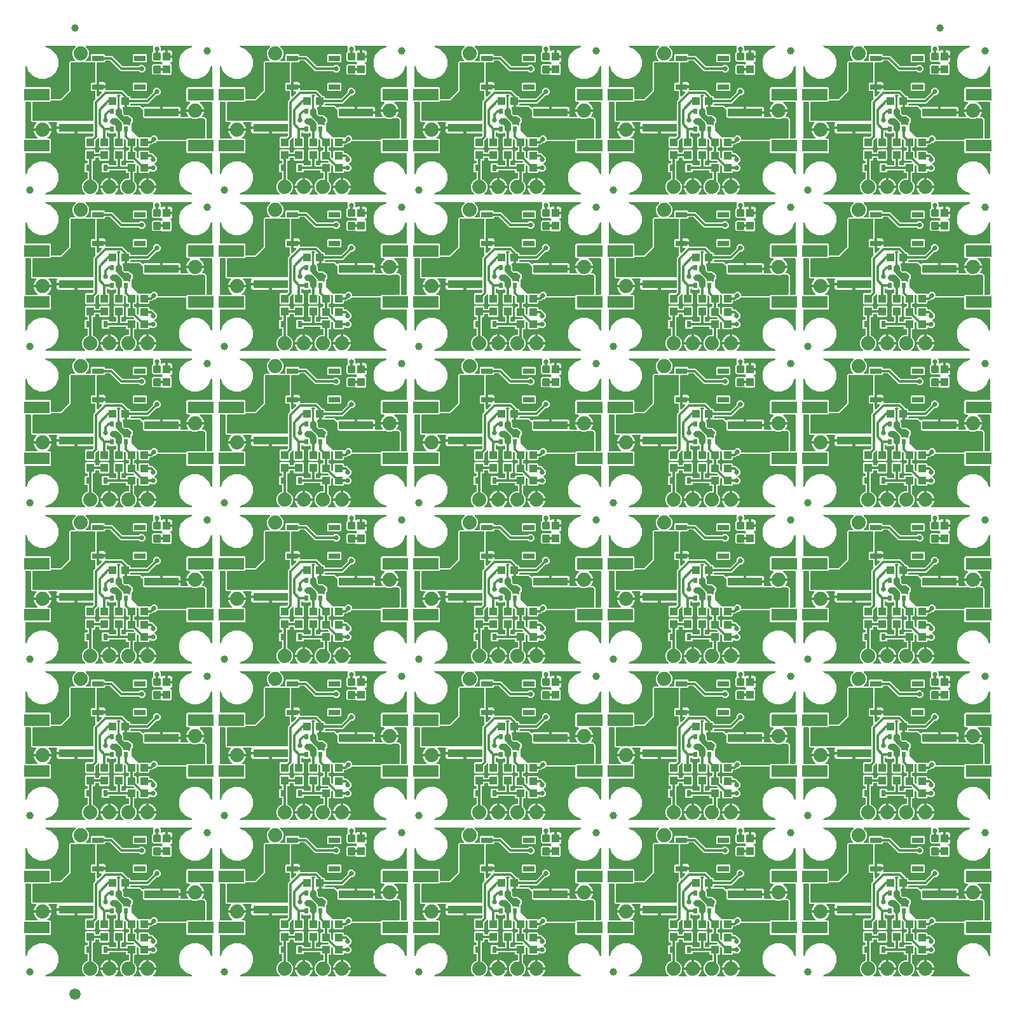
<source format=gtl>
G04 EAGLE Gerber RS-274X export*
G75*
%MOMM*%
%FSLAX34Y34*%
%LPD*%
%INTop Copper*%
%IPPOS*%
%AMOC8*
5,1,8,0,0,1.08239X$1,22.5*%
G01*
%ADD10R,1.000000X1.100000*%
%ADD11C,0.300000*%
%ADD12R,0.550000X0.800000*%
%ADD13R,1.100000X1.000000*%
%ADD14R,1.524000X0.762000*%
%ADD15C,1.879600*%
%ADD16R,4.600000X1.000000*%
%ADD17R,3.400000X1.600000*%
%ADD18C,1.000000*%
%ADD19R,0.630000X0.830000*%
%ADD20C,1.500000*%
%ADD21C,0.660400*%
%ADD22C,0.304800*%
%ADD23C,0.812800*%
%ADD24C,0.558800*%
%ADD25C,2.032000*%

G36*
X477659Y105555D02*
X477659Y105555D01*
X477773Y105567D01*
X477790Y105575D01*
X477809Y105578D01*
X477912Y105628D01*
X478017Y105673D01*
X478031Y105685D01*
X478048Y105693D01*
X478132Y105772D01*
X478219Y105846D01*
X478229Y105862D01*
X478242Y105875D01*
X478299Y105974D01*
X478360Y106071D01*
X478365Y106089D01*
X478374Y106105D01*
X478399Y106217D01*
X478429Y106328D01*
X478428Y106347D01*
X478432Y106365D01*
X478423Y106479D01*
X478418Y106594D01*
X478412Y106607D01*
X478410Y106630D01*
X478311Y106877D01*
X478277Y106919D01*
X478264Y106948D01*
X477469Y108043D01*
X476616Y109717D01*
X476035Y111504D01*
X475874Y112523D01*
X486791Y112523D01*
X486892Y112538D01*
X486995Y112546D01*
X487023Y112558D01*
X487054Y112563D01*
X487146Y112607D01*
X487241Y112645D01*
X487265Y112665D01*
X487293Y112678D01*
X487368Y112748D01*
X487448Y112813D01*
X487465Y112839D01*
X487487Y112860D01*
X487538Y112949D01*
X487595Y113034D01*
X487600Y113058D01*
X487619Y113090D01*
X487677Y113350D01*
X487675Y113375D01*
X487677Y113384D01*
X487676Y113397D01*
X487679Y113411D01*
X487679Y115189D01*
X487664Y115290D01*
X487655Y115393D01*
X487644Y115421D01*
X487639Y115452D01*
X487595Y115544D01*
X487556Y115639D01*
X487537Y115663D01*
X487524Y115691D01*
X487454Y115766D01*
X487389Y115846D01*
X487363Y115863D01*
X487342Y115885D01*
X487253Y115936D01*
X487168Y115993D01*
X487144Y115999D01*
X487111Y116017D01*
X486852Y116075D01*
X486814Y116072D01*
X486791Y116077D01*
X475874Y116077D01*
X476035Y117096D01*
X476616Y118883D01*
X477469Y120557D01*
X478574Y122078D01*
X479902Y123406D01*
X481015Y124214D01*
X481101Y124299D01*
X481189Y124382D01*
X481195Y124392D01*
X481204Y124401D01*
X481261Y124508D01*
X481321Y124612D01*
X481324Y124625D01*
X481329Y124635D01*
X481352Y124754D01*
X481379Y124872D01*
X481378Y124884D01*
X481380Y124896D01*
X481367Y125017D01*
X481357Y125137D01*
X481353Y125148D01*
X481351Y125161D01*
X481303Y125272D01*
X481258Y125384D01*
X481250Y125393D01*
X481245Y125404D01*
X481167Y125496D01*
X481090Y125590D01*
X481080Y125597D01*
X481072Y125606D01*
X480970Y125670D01*
X480869Y125737D01*
X480860Y125740D01*
X480847Y125747D01*
X480590Y125816D01*
X480528Y125813D01*
X480493Y125821D01*
X477323Y125821D01*
X476281Y126863D01*
X476281Y144337D01*
X477323Y145379D01*
X509778Y145379D01*
X509880Y145394D01*
X509982Y145402D01*
X510010Y145414D01*
X510041Y145419D01*
X510133Y145463D01*
X510229Y145501D01*
X510252Y145521D01*
X510280Y145534D01*
X510355Y145604D01*
X510435Y145669D01*
X510452Y145695D01*
X510474Y145716D01*
X510525Y145805D01*
X510582Y145890D01*
X510588Y145914D01*
X510606Y145946D01*
X510664Y146206D01*
X510662Y146238D01*
X510664Y146249D01*
X510664Y146255D01*
X510666Y146267D01*
X510666Y173073D01*
X510652Y173164D01*
X510647Y173256D01*
X510633Y173295D01*
X510626Y173336D01*
X510586Y173419D01*
X510554Y173505D01*
X510529Y173538D01*
X510511Y173575D01*
X510448Y173642D01*
X510391Y173715D01*
X510357Y173739D01*
X510329Y173769D01*
X510249Y173815D01*
X510174Y173868D01*
X510134Y173881D01*
X510099Y173901D01*
X510009Y173921D01*
X509921Y173949D01*
X509879Y173950D01*
X509839Y173959D01*
X509747Y173951D01*
X509655Y173952D01*
X509615Y173941D01*
X509574Y173937D01*
X509488Y173903D01*
X509400Y173877D01*
X509366Y173854D01*
X509327Y173838D01*
X509256Y173780D01*
X509179Y173729D01*
X509161Y173703D01*
X509121Y173671D01*
X508974Y173450D01*
X508969Y173429D01*
X508957Y173413D01*
X505768Y165714D01*
X499766Y159712D01*
X491924Y156463D01*
X483436Y156463D01*
X475594Y159712D01*
X469592Y165714D01*
X466343Y173556D01*
X466343Y182044D01*
X469592Y189886D01*
X475594Y195888D01*
X483293Y199077D01*
X483372Y199125D01*
X483455Y199165D01*
X483485Y199193D01*
X483520Y199215D01*
X483582Y199284D01*
X483649Y199347D01*
X483670Y199383D01*
X483697Y199413D01*
X483735Y199497D01*
X483781Y199577D01*
X483790Y199618D01*
X483807Y199655D01*
X483819Y199747D01*
X483839Y199837D01*
X483836Y199878D01*
X483841Y199919D01*
X483825Y200010D01*
X483817Y200102D01*
X483802Y200140D01*
X483795Y200181D01*
X483753Y200263D01*
X483718Y200349D01*
X483692Y200381D01*
X483673Y200417D01*
X483609Y200483D01*
X483551Y200555D01*
X483516Y200578D01*
X483488Y200607D01*
X483406Y200651D01*
X483330Y200702D01*
X483299Y200709D01*
X483254Y200734D01*
X482993Y200785D01*
X482973Y200782D01*
X482953Y200786D01*
X442273Y200786D01*
X442222Y200779D01*
X442171Y200780D01*
X442092Y200759D01*
X442011Y200746D01*
X441964Y200724D01*
X441914Y200710D01*
X441845Y200666D01*
X441771Y200631D01*
X441733Y200595D01*
X441690Y200568D01*
X441637Y200505D01*
X441577Y200449D01*
X441551Y200404D01*
X441518Y200365D01*
X441486Y200290D01*
X441445Y200219D01*
X441434Y200168D01*
X441414Y200121D01*
X441405Y200039D01*
X441387Y199959D01*
X441391Y199908D01*
X441386Y199856D01*
X441402Y199776D01*
X441409Y199694D01*
X441428Y199646D01*
X441438Y199596D01*
X441466Y199552D01*
X441508Y199447D01*
X441621Y199308D01*
X441645Y199270D01*
X441961Y198955D01*
X441961Y194760D01*
X441971Y194692D01*
X441971Y194623D01*
X441991Y194561D01*
X442001Y194497D01*
X442030Y194435D01*
X442051Y194370D01*
X442088Y194316D01*
X442116Y194258D01*
X442163Y194208D01*
X442202Y194151D01*
X442253Y194111D01*
X442298Y194064D01*
X442357Y194029D01*
X442411Y193987D01*
X442472Y193964D01*
X442528Y193932D01*
X442595Y193917D01*
X442660Y193892D01*
X442724Y193888D01*
X442788Y193874D01*
X442856Y193879D01*
X442925Y193875D01*
X442968Y193889D01*
X443053Y193895D01*
X443280Y193987D01*
X443293Y193991D01*
X443599Y194168D01*
X444245Y194341D01*
X447803Y194341D01*
X447803Y187189D01*
X447818Y187088D01*
X447827Y186985D01*
X447838Y186957D01*
X447843Y186926D01*
X447887Y186834D01*
X447926Y186739D01*
X447945Y186715D01*
X447958Y186687D01*
X448028Y186612D01*
X448093Y186532D01*
X448119Y186515D01*
X448140Y186493D01*
X448229Y186442D01*
X448314Y186385D01*
X448338Y186380D01*
X448370Y186361D01*
X448630Y186303D01*
X448668Y186306D01*
X448691Y186301D01*
X449581Y186301D01*
X449581Y185411D01*
X449596Y185310D01*
X449605Y185207D01*
X449616Y185179D01*
X449621Y185148D01*
X449665Y185056D01*
X449704Y184961D01*
X449723Y184937D01*
X449736Y184909D01*
X449806Y184834D01*
X449871Y184754D01*
X449897Y184737D01*
X449918Y184715D01*
X450007Y184664D01*
X450092Y184607D01*
X450116Y184601D01*
X450149Y184583D01*
X450408Y184525D01*
X450446Y184528D01*
X450469Y184523D01*
X457121Y184523D01*
X457121Y180465D01*
X456948Y179819D01*
X456613Y179240D01*
X456140Y178767D01*
X455561Y178432D01*
X455160Y178325D01*
X455144Y178318D01*
X455127Y178315D01*
X455022Y178265D01*
X454916Y178219D01*
X454903Y178207D01*
X454887Y178200D01*
X454802Y178120D01*
X454715Y178045D01*
X454706Y178030D01*
X454693Y178018D01*
X454636Y177918D01*
X454574Y177819D01*
X454570Y177803D01*
X454561Y177788D01*
X454536Y177674D01*
X454506Y177562D01*
X454507Y177545D01*
X454503Y177528D01*
X454513Y177413D01*
X454518Y177297D01*
X454524Y177280D01*
X454525Y177263D01*
X454568Y177155D01*
X454607Y177046D01*
X454617Y177033D01*
X454624Y177016D01*
X454697Y176926D01*
X454767Y176834D01*
X454781Y176824D01*
X454792Y176810D01*
X454888Y176746D01*
X454982Y176678D01*
X454998Y176672D01*
X455013Y176663D01*
X455053Y176654D01*
X455234Y176593D01*
X455300Y176595D01*
X456359Y175537D01*
X456359Y163063D01*
X455317Y162021D01*
X443843Y162021D01*
X443304Y162561D01*
X443221Y162622D01*
X443143Y162688D01*
X443115Y162700D01*
X443090Y162718D01*
X442993Y162752D01*
X442898Y162793D01*
X442868Y162796D01*
X442839Y162806D01*
X442736Y162809D01*
X442634Y162820D01*
X442604Y162814D01*
X442573Y162815D01*
X442474Y162788D01*
X442373Y162768D01*
X442353Y162755D01*
X442317Y162745D01*
X442092Y162602D01*
X442068Y162574D01*
X442048Y162561D01*
X441738Y162251D01*
X432022Y162251D01*
X430101Y164172D01*
X430101Y173888D01*
X432022Y175809D01*
X441738Y175809D01*
X441778Y175769D01*
X441860Y175708D01*
X441938Y175642D01*
X441967Y175630D01*
X441992Y175612D01*
X442089Y175578D01*
X442183Y175537D01*
X442214Y175534D01*
X442243Y175524D01*
X442345Y175521D01*
X442447Y175510D01*
X442478Y175516D01*
X442508Y175515D01*
X442607Y175542D01*
X442708Y175562D01*
X442728Y175575D01*
X442765Y175585D01*
X442989Y175728D01*
X443014Y175756D01*
X443034Y175769D01*
X443853Y176589D01*
X443919Y176601D01*
X444033Y176619D01*
X444049Y176626D01*
X444066Y176629D01*
X444168Y176684D01*
X444273Y176734D01*
X444285Y176746D01*
X444301Y176754D01*
X444382Y176836D01*
X444467Y176916D01*
X444476Y176931D01*
X444488Y176943D01*
X444542Y177046D01*
X444599Y177146D01*
X444603Y177163D01*
X444611Y177179D01*
X444632Y177293D01*
X444657Y177406D01*
X444655Y177423D01*
X444658Y177440D01*
X444644Y177555D01*
X444635Y177671D01*
X444629Y177687D01*
X444627Y177704D01*
X444579Y177810D01*
X444536Y177918D01*
X444525Y177931D01*
X444518Y177947D01*
X444442Y178033D01*
X444368Y178124D01*
X444354Y178133D01*
X444343Y178146D01*
X444306Y178166D01*
X444147Y178271D01*
X444070Y178289D01*
X444000Y178325D01*
X443599Y178432D01*
X443020Y178767D01*
X442547Y179240D01*
X442485Y179347D01*
X442483Y179350D01*
X442481Y179354D01*
X442400Y179454D01*
X442319Y179555D01*
X442316Y179557D01*
X442314Y179560D01*
X442205Y179632D01*
X442099Y179704D01*
X442096Y179705D01*
X442093Y179707D01*
X442079Y179710D01*
X441845Y179782D01*
X441760Y179781D01*
X441716Y179791D01*
X432022Y179791D01*
X430101Y181712D01*
X430101Y191428D01*
X431981Y193308D01*
X432042Y193391D01*
X432108Y193469D01*
X432120Y193497D01*
X432139Y193522D01*
X432172Y193619D01*
X432213Y193713D01*
X432216Y193744D01*
X432226Y193773D01*
X432229Y193875D01*
X432240Y193977D01*
X432234Y194008D01*
X432235Y194038D01*
X432208Y194137D01*
X432188Y194238D01*
X432175Y194258D01*
X432165Y194295D01*
X432023Y194519D01*
X431994Y194544D01*
X431981Y194564D01*
X431799Y194746D01*
X431799Y198955D01*
X432115Y199270D01*
X432145Y199311D01*
X432183Y199347D01*
X432224Y199418D01*
X432272Y199484D01*
X432289Y199533D01*
X432315Y199577D01*
X432333Y199657D01*
X432360Y199735D01*
X432362Y199787D01*
X432373Y199837D01*
X432366Y199919D01*
X432369Y200001D01*
X432355Y200050D01*
X432351Y200102D01*
X432321Y200178D01*
X432299Y200257D01*
X432271Y200301D01*
X432252Y200349D01*
X432200Y200412D01*
X432156Y200481D01*
X432117Y200515D01*
X432085Y200555D01*
X432016Y200600D01*
X431954Y200653D01*
X431906Y200674D01*
X431863Y200702D01*
X431813Y200714D01*
X431709Y200758D01*
X431531Y200776D01*
X431487Y200786D01*
X342944Y200786D01*
X342893Y200779D01*
X342842Y200780D01*
X342763Y200759D01*
X342682Y200746D01*
X342635Y200724D01*
X342585Y200710D01*
X342516Y200666D01*
X342442Y200631D01*
X342405Y200596D01*
X342361Y200568D01*
X342308Y200505D01*
X342248Y200449D01*
X342222Y200405D01*
X342189Y200365D01*
X342157Y200290D01*
X342116Y200219D01*
X342105Y200168D01*
X342085Y200121D01*
X342076Y200039D01*
X342058Y199959D01*
X342062Y199908D01*
X342057Y199856D01*
X342073Y199776D01*
X342080Y199694D01*
X342099Y199646D01*
X342109Y199596D01*
X342137Y199552D01*
X342179Y199447D01*
X342292Y199308D01*
X342316Y199270D01*
X344755Y196831D01*
X346457Y192723D01*
X346457Y188277D01*
X344755Y184169D01*
X342570Y181984D01*
X342540Y181943D01*
X342502Y181907D01*
X342461Y181836D01*
X342413Y181770D01*
X342396Y181721D01*
X342370Y181677D01*
X342352Y181597D01*
X342325Y181519D01*
X342323Y181467D01*
X342312Y181417D01*
X342319Y181335D01*
X342316Y181253D01*
X342330Y181204D01*
X342334Y181152D01*
X342364Y181076D01*
X342386Y180997D01*
X342414Y180953D01*
X342433Y180905D01*
X342485Y180842D01*
X342529Y180773D01*
X342568Y180739D01*
X342600Y180699D01*
X342669Y180654D01*
X342731Y180601D01*
X342779Y180580D01*
X342822Y180552D01*
X342872Y180540D01*
X342976Y180496D01*
X343154Y180478D01*
X343198Y180468D01*
X347853Y180468D01*
X347955Y180483D01*
X348057Y180491D01*
X348085Y180503D01*
X348116Y180508D01*
X348208Y180552D01*
X348304Y180590D01*
X348327Y180610D01*
X348355Y180623D01*
X348430Y180693D01*
X348510Y180758D01*
X348527Y180784D01*
X348549Y180805D01*
X348600Y180894D01*
X348657Y180979D01*
X348663Y181003D01*
X348681Y181035D01*
X348739Y181295D01*
X348736Y181333D01*
X348741Y181356D01*
X348741Y188697D01*
X349783Y189739D01*
X366497Y189739D01*
X367539Y188697D01*
X367539Y188341D01*
X367554Y188239D01*
X367562Y188137D01*
X367574Y188109D01*
X367579Y188078D01*
X367623Y187986D01*
X367661Y187890D01*
X367681Y187867D01*
X367694Y187839D01*
X367764Y187764D01*
X367829Y187684D01*
X367855Y187667D01*
X367876Y187645D01*
X367965Y187594D01*
X368050Y187537D01*
X368074Y187531D01*
X368106Y187513D01*
X368366Y187455D01*
X368404Y187458D01*
X368427Y187453D01*
X377288Y187453D01*
X379483Y185258D01*
X390998Y173743D01*
X391015Y173730D01*
X391028Y173714D01*
X391122Y173652D01*
X391212Y173585D01*
X391232Y173578D01*
X391249Y173567D01*
X391294Y173557D01*
X391463Y173498D01*
X391576Y173494D01*
X391626Y173483D01*
X412310Y173483D01*
X412330Y173486D01*
X412351Y173484D01*
X412462Y173506D01*
X412572Y173523D01*
X412591Y173532D01*
X412612Y173536D01*
X412651Y173560D01*
X412812Y173638D01*
X412894Y173715D01*
X412938Y173743D01*
X414455Y175261D01*
X418665Y175261D01*
X421641Y172285D01*
X421641Y168075D01*
X418665Y165099D01*
X414455Y165099D01*
X412938Y166617D01*
X412921Y166630D01*
X412908Y166646D01*
X412814Y166708D01*
X412724Y166775D01*
X412704Y166782D01*
X412686Y166793D01*
X412642Y166803D01*
X412473Y166862D01*
X412360Y166866D01*
X412310Y166877D01*
X388522Y166877D01*
X386327Y169072D01*
X374812Y180587D01*
X374795Y180600D01*
X374782Y180616D01*
X374688Y180678D01*
X374598Y180745D01*
X374578Y180752D01*
X374561Y180763D01*
X374516Y180773D01*
X374347Y180832D01*
X374234Y180836D01*
X374184Y180847D01*
X368427Y180847D01*
X368325Y180832D01*
X368223Y180824D01*
X368195Y180812D01*
X368164Y180807D01*
X368072Y180763D01*
X367976Y180725D01*
X367953Y180705D01*
X367925Y180692D01*
X367850Y180622D01*
X367770Y180557D01*
X367753Y180531D01*
X367731Y180510D01*
X367680Y180421D01*
X367623Y180336D01*
X367617Y180312D01*
X367599Y180280D01*
X367541Y180020D01*
X367544Y179982D01*
X367539Y179959D01*
X367539Y179603D01*
X366497Y178561D01*
X357886Y178561D01*
X357784Y178546D01*
X357682Y178538D01*
X357654Y178526D01*
X357623Y178521D01*
X357531Y178477D01*
X357435Y178439D01*
X357412Y178419D01*
X357384Y178406D01*
X357309Y178336D01*
X357229Y178271D01*
X357212Y178245D01*
X357190Y178224D01*
X357139Y178135D01*
X357082Y178050D01*
X357076Y178026D01*
X357058Y177994D01*
X357000Y177734D01*
X357003Y177696D01*
X356998Y177673D01*
X356998Y146939D01*
X357013Y146838D01*
X357021Y146735D01*
X357033Y146707D01*
X357038Y146676D01*
X357082Y146584D01*
X357120Y146489D01*
X357140Y146465D01*
X357153Y146437D01*
X357223Y146362D01*
X357288Y146282D01*
X357314Y146265D01*
X357335Y146243D01*
X357424Y146192D01*
X357509Y146135D01*
X357533Y146130D01*
X357565Y146111D01*
X357825Y146053D01*
X357863Y146056D01*
X357886Y146051D01*
X358141Y146051D01*
X358141Y146049D01*
X357886Y146049D01*
X357784Y146034D01*
X357682Y146025D01*
X357654Y146014D01*
X357623Y146009D01*
X357531Y145965D01*
X357435Y145926D01*
X357412Y145907D01*
X357384Y145894D01*
X357309Y145824D01*
X357229Y145759D01*
X357212Y145733D01*
X357190Y145712D01*
X357139Y145623D01*
X357082Y145538D01*
X357076Y145514D01*
X357058Y145481D01*
X357000Y145222D01*
X357003Y145184D01*
X356998Y145161D01*
X356998Y133943D01*
X357005Y133892D01*
X357004Y133840D01*
X357025Y133761D01*
X357038Y133680D01*
X357060Y133634D01*
X357074Y133584D01*
X357118Y133515D01*
X357153Y133441D01*
X357188Y133403D01*
X357216Y133360D01*
X357279Y133306D01*
X357335Y133246D01*
X357379Y133221D01*
X357419Y133187D01*
X357494Y133155D01*
X357565Y133115D01*
X357616Y133103D01*
X357663Y133083D01*
X357745Y133075D01*
X357825Y133057D01*
X357876Y133061D01*
X357928Y133056D01*
X358008Y133072D01*
X358090Y133078D01*
X358138Y133098D01*
X358188Y133108D01*
X358232Y133135D01*
X358337Y133177D01*
X358476Y133290D01*
X358514Y133315D01*
X363382Y138183D01*
X363413Y138224D01*
X363451Y138260D01*
X363491Y138331D01*
X363540Y138397D01*
X363557Y138446D01*
X363582Y138490D01*
X363600Y138570D01*
X363627Y138648D01*
X363629Y138700D01*
X363640Y138750D01*
X363634Y138832D01*
X363636Y138914D01*
X363623Y138963D01*
X363619Y139015D01*
X363588Y139091D01*
X363567Y139170D01*
X363539Y139214D01*
X363520Y139262D01*
X363468Y139325D01*
X363424Y139394D01*
X363385Y139428D01*
X363352Y139468D01*
X363284Y139513D01*
X363221Y139566D01*
X363174Y139587D01*
X363131Y139615D01*
X363081Y139627D01*
X362977Y139671D01*
X362799Y139689D01*
X362754Y139699D01*
X359917Y139699D01*
X359917Y144273D01*
X368301Y144273D01*
X368301Y142621D01*
X368316Y142519D01*
X368324Y142417D01*
X368336Y142389D01*
X368341Y142358D01*
X368385Y142266D01*
X368423Y142170D01*
X368443Y142147D01*
X368456Y142119D01*
X368526Y142044D01*
X368591Y141964D01*
X368617Y141947D01*
X368638Y141925D01*
X368727Y141874D01*
X368812Y141817D01*
X368836Y141811D01*
X368868Y141793D01*
X369128Y141735D01*
X369166Y141738D01*
X369189Y141733D01*
X391258Y141733D01*
X398273Y134718D01*
X398273Y134667D01*
X398288Y134565D01*
X398296Y134463D01*
X398308Y134435D01*
X398313Y134404D01*
X398357Y134312D01*
X398395Y134216D01*
X398415Y134193D01*
X398428Y134165D01*
X398498Y134090D01*
X398563Y134010D01*
X398589Y133993D01*
X398610Y133971D01*
X398699Y133920D01*
X398784Y133863D01*
X398808Y133857D01*
X398840Y133839D01*
X399100Y133781D01*
X399138Y133784D01*
X399161Y133779D01*
X400817Y133779D01*
X401859Y132737D01*
X401859Y131191D01*
X401874Y131089D01*
X401882Y130987D01*
X401894Y130959D01*
X401899Y130928D01*
X401943Y130836D01*
X401981Y130740D01*
X402001Y130717D01*
X402014Y130689D01*
X402084Y130614D01*
X402149Y130534D01*
X402175Y130517D01*
X402196Y130495D01*
X402285Y130444D01*
X402370Y130387D01*
X402394Y130381D01*
X402426Y130363D01*
X402686Y130305D01*
X402724Y130308D01*
X402747Y130303D01*
X422444Y130303D01*
X422465Y130306D01*
X422486Y130304D01*
X422596Y130326D01*
X422707Y130343D01*
X422726Y130352D01*
X422746Y130356D01*
X422785Y130380D01*
X422946Y130458D01*
X423029Y130535D01*
X423072Y130563D01*
X431539Y139030D01*
X431552Y139047D01*
X431568Y139060D01*
X431630Y139154D01*
X431697Y139244D01*
X431704Y139264D01*
X431715Y139281D01*
X431725Y139326D01*
X431784Y139495D01*
X431788Y139608D01*
X431799Y139658D01*
X431799Y141805D01*
X434775Y144781D01*
X438985Y144781D01*
X441961Y141805D01*
X441961Y137595D01*
X438985Y134619D01*
X436838Y134619D01*
X436817Y134616D01*
X436796Y134618D01*
X436686Y134596D01*
X436575Y134579D01*
X436556Y134570D01*
X436536Y134566D01*
X436497Y134542D01*
X436336Y134464D01*
X436253Y134387D01*
X436210Y134359D01*
X425548Y123697D01*
X402747Y123697D01*
X402645Y123682D01*
X402543Y123674D01*
X402515Y123662D01*
X402484Y123657D01*
X402392Y123613D01*
X402296Y123575D01*
X402273Y123555D01*
X402245Y123542D01*
X402170Y123472D01*
X402090Y123407D01*
X402073Y123381D01*
X402051Y123360D01*
X402000Y123271D01*
X401943Y123186D01*
X401937Y123162D01*
X401919Y123130D01*
X401861Y122870D01*
X401864Y122832D01*
X401859Y122809D01*
X401859Y121666D01*
X401874Y121564D01*
X401882Y121462D01*
X401894Y121434D01*
X401899Y121403D01*
X401943Y121311D01*
X401981Y121215D01*
X402001Y121192D01*
X402014Y121164D01*
X402084Y121089D01*
X402149Y121009D01*
X402175Y120992D01*
X402196Y120970D01*
X402285Y120919D01*
X402370Y120862D01*
X402394Y120856D01*
X402426Y120838D01*
X402686Y120780D01*
X402724Y120783D01*
X402747Y120778D01*
X415125Y120778D01*
X417257Y118646D01*
X417340Y118585D01*
X417418Y118519D01*
X417446Y118507D01*
X417471Y118488D01*
X417568Y118454D01*
X417662Y118414D01*
X417693Y118411D01*
X417722Y118401D01*
X417825Y118397D01*
X417927Y118387D01*
X417957Y118393D01*
X417987Y118392D01*
X418087Y118419D01*
X418187Y118439D01*
X418207Y118452D01*
X418244Y118462D01*
X418468Y118604D01*
X418486Y118625D01*
X419079Y118968D01*
X419725Y119141D01*
X441283Y119141D01*
X441283Y112489D01*
X441298Y112388D01*
X441307Y112285D01*
X441318Y112257D01*
X441323Y112226D01*
X441367Y112134D01*
X441406Y112039D01*
X441425Y112015D01*
X441438Y111987D01*
X441508Y111912D01*
X441573Y111832D01*
X441599Y111815D01*
X441620Y111793D01*
X441709Y111742D01*
X441794Y111685D01*
X441818Y111680D01*
X441850Y111661D01*
X442110Y111603D01*
X442148Y111606D01*
X442171Y111601D01*
X443061Y111601D01*
X443061Y110711D01*
X443076Y110610D01*
X443085Y110507D01*
X443096Y110479D01*
X443101Y110448D01*
X443145Y110356D01*
X443184Y110261D01*
X443203Y110237D01*
X443216Y110209D01*
X443286Y110134D01*
X443351Y110054D01*
X443377Y110037D01*
X443398Y110015D01*
X443487Y109964D01*
X443572Y109907D01*
X443596Y109901D01*
X443629Y109883D01*
X443888Y109825D01*
X443926Y109828D01*
X443949Y109823D01*
X468601Y109823D01*
X468601Y106426D01*
X468616Y106324D01*
X468624Y106222D01*
X468636Y106194D01*
X468641Y106163D01*
X468685Y106071D01*
X468723Y105975D01*
X468743Y105952D01*
X468756Y105924D01*
X468826Y105849D01*
X468891Y105769D01*
X468917Y105752D01*
X468938Y105730D01*
X469027Y105679D01*
X469112Y105622D01*
X469136Y105616D01*
X469168Y105598D01*
X469428Y105540D01*
X469466Y105543D01*
X469489Y105538D01*
X477546Y105538D01*
X477659Y105555D01*
G37*
G36*
X1254899Y730395D02*
X1254899Y730395D01*
X1255013Y730407D01*
X1255030Y730415D01*
X1255049Y730418D01*
X1255152Y730468D01*
X1255257Y730513D01*
X1255271Y730525D01*
X1255288Y730533D01*
X1255372Y730612D01*
X1255459Y730686D01*
X1255469Y730702D01*
X1255482Y730715D01*
X1255539Y730814D01*
X1255600Y730911D01*
X1255605Y730929D01*
X1255614Y730945D01*
X1255639Y731057D01*
X1255669Y731168D01*
X1255668Y731187D01*
X1255672Y731205D01*
X1255663Y731319D01*
X1255658Y731434D01*
X1255652Y731447D01*
X1255650Y731470D01*
X1255551Y731717D01*
X1255517Y731759D01*
X1255504Y731788D01*
X1254709Y732883D01*
X1253856Y734557D01*
X1253275Y736344D01*
X1253114Y737363D01*
X1264031Y737363D01*
X1264132Y737378D01*
X1264235Y737386D01*
X1264263Y737398D01*
X1264294Y737403D01*
X1264386Y737447D01*
X1264481Y737485D01*
X1264505Y737505D01*
X1264533Y737518D01*
X1264608Y737588D01*
X1264688Y737653D01*
X1264705Y737679D01*
X1264727Y737700D01*
X1264778Y737789D01*
X1264835Y737874D01*
X1264840Y737898D01*
X1264859Y737930D01*
X1264917Y738190D01*
X1264915Y738215D01*
X1264917Y738224D01*
X1264916Y738237D01*
X1264919Y738251D01*
X1264919Y740029D01*
X1264904Y740130D01*
X1264895Y740233D01*
X1264884Y740261D01*
X1264879Y740292D01*
X1264835Y740384D01*
X1264796Y740479D01*
X1264777Y740503D01*
X1264764Y740531D01*
X1264694Y740606D01*
X1264629Y740686D01*
X1264603Y740703D01*
X1264582Y740725D01*
X1264493Y740776D01*
X1264408Y740833D01*
X1264384Y740839D01*
X1264351Y740857D01*
X1264092Y740915D01*
X1264054Y740912D01*
X1264031Y740917D01*
X1253114Y740917D01*
X1253275Y741936D01*
X1253856Y743723D01*
X1254709Y745397D01*
X1255814Y746918D01*
X1257142Y748246D01*
X1258255Y749054D01*
X1258341Y749139D01*
X1258429Y749222D01*
X1258435Y749232D01*
X1258444Y749241D01*
X1258501Y749348D01*
X1258561Y749452D01*
X1258564Y749465D01*
X1258569Y749475D01*
X1258592Y749594D01*
X1258619Y749712D01*
X1258618Y749724D01*
X1258620Y749736D01*
X1258607Y749857D01*
X1258597Y749977D01*
X1258593Y749988D01*
X1258591Y750001D01*
X1258543Y750112D01*
X1258498Y750224D01*
X1258490Y750233D01*
X1258485Y750244D01*
X1258407Y750336D01*
X1258330Y750430D01*
X1258320Y750437D01*
X1258312Y750446D01*
X1258210Y750510D01*
X1258109Y750577D01*
X1258100Y750580D01*
X1258087Y750587D01*
X1257830Y750656D01*
X1257768Y750653D01*
X1257733Y750661D01*
X1254563Y750661D01*
X1253521Y751703D01*
X1253521Y769177D01*
X1254563Y770219D01*
X1287018Y770219D01*
X1287120Y770234D01*
X1287222Y770242D01*
X1287250Y770254D01*
X1287281Y770259D01*
X1287373Y770303D01*
X1287469Y770341D01*
X1287492Y770361D01*
X1287520Y770374D01*
X1287595Y770444D01*
X1287675Y770509D01*
X1287692Y770535D01*
X1287714Y770556D01*
X1287765Y770645D01*
X1287822Y770730D01*
X1287828Y770754D01*
X1287846Y770786D01*
X1287904Y771046D01*
X1287902Y771078D01*
X1287904Y771089D01*
X1287904Y771095D01*
X1287906Y771107D01*
X1287906Y797913D01*
X1287892Y798004D01*
X1287887Y798096D01*
X1287873Y798135D01*
X1287866Y798176D01*
X1287826Y798259D01*
X1287794Y798345D01*
X1287769Y798378D01*
X1287751Y798415D01*
X1287688Y798482D01*
X1287631Y798555D01*
X1287597Y798579D01*
X1287569Y798609D01*
X1287489Y798655D01*
X1287414Y798708D01*
X1287374Y798721D01*
X1287339Y798741D01*
X1287249Y798761D01*
X1287161Y798789D01*
X1287119Y798790D01*
X1287079Y798799D01*
X1286987Y798791D01*
X1286895Y798792D01*
X1286855Y798781D01*
X1286814Y798777D01*
X1286728Y798743D01*
X1286640Y798717D01*
X1286606Y798694D01*
X1286567Y798678D01*
X1286496Y798620D01*
X1286419Y798569D01*
X1286401Y798543D01*
X1286361Y798511D01*
X1286214Y798290D01*
X1286209Y798269D01*
X1286197Y798253D01*
X1283008Y790554D01*
X1277006Y784552D01*
X1269164Y781303D01*
X1260676Y781303D01*
X1252834Y784552D01*
X1246832Y790554D01*
X1243583Y798396D01*
X1243583Y806884D01*
X1246832Y814726D01*
X1252834Y820728D01*
X1260533Y823917D01*
X1260612Y823965D01*
X1260695Y824005D01*
X1260725Y824033D01*
X1260760Y824055D01*
X1260822Y824124D01*
X1260889Y824187D01*
X1260910Y824223D01*
X1260937Y824253D01*
X1260975Y824337D01*
X1261021Y824417D01*
X1261030Y824458D01*
X1261047Y824495D01*
X1261059Y824587D01*
X1261079Y824677D01*
X1261076Y824718D01*
X1261081Y824759D01*
X1261065Y824850D01*
X1261057Y824942D01*
X1261042Y824980D01*
X1261035Y825021D01*
X1260993Y825103D01*
X1260958Y825189D01*
X1260932Y825221D01*
X1260913Y825257D01*
X1260849Y825323D01*
X1260791Y825395D01*
X1260756Y825418D01*
X1260728Y825447D01*
X1260646Y825491D01*
X1260570Y825542D01*
X1260539Y825549D01*
X1260494Y825574D01*
X1260233Y825625D01*
X1260213Y825622D01*
X1260193Y825626D01*
X1219513Y825626D01*
X1219462Y825619D01*
X1219411Y825620D01*
X1219332Y825599D01*
X1219251Y825586D01*
X1219204Y825564D01*
X1219154Y825550D01*
X1219085Y825506D01*
X1219011Y825471D01*
X1218973Y825435D01*
X1218930Y825408D01*
X1218877Y825345D01*
X1218817Y825289D01*
X1218791Y825244D01*
X1218758Y825205D01*
X1218726Y825130D01*
X1218685Y825059D01*
X1218674Y825008D01*
X1218654Y824961D01*
X1218645Y824879D01*
X1218627Y824799D01*
X1218631Y824748D01*
X1218626Y824696D01*
X1218642Y824616D01*
X1218649Y824534D01*
X1218668Y824486D01*
X1218678Y824436D01*
X1218706Y824392D01*
X1218748Y824287D01*
X1218861Y824148D01*
X1218885Y824110D01*
X1219201Y823795D01*
X1219201Y819600D01*
X1219211Y819532D01*
X1219211Y819463D01*
X1219231Y819401D01*
X1219241Y819337D01*
X1219270Y819275D01*
X1219291Y819210D01*
X1219328Y819156D01*
X1219356Y819098D01*
X1219403Y819048D01*
X1219442Y818991D01*
X1219493Y818951D01*
X1219538Y818904D01*
X1219597Y818869D01*
X1219651Y818827D01*
X1219712Y818804D01*
X1219768Y818772D01*
X1219835Y818757D01*
X1219900Y818732D01*
X1219964Y818728D01*
X1220028Y818714D01*
X1220096Y818719D01*
X1220165Y818715D01*
X1220208Y818729D01*
X1220293Y818735D01*
X1220520Y818827D01*
X1220533Y818831D01*
X1220839Y819008D01*
X1221485Y819181D01*
X1225043Y819181D01*
X1225043Y812029D01*
X1225058Y811928D01*
X1225067Y811825D01*
X1225078Y811797D01*
X1225083Y811766D01*
X1225127Y811674D01*
X1225166Y811579D01*
X1225185Y811555D01*
X1225198Y811527D01*
X1225268Y811452D01*
X1225333Y811372D01*
X1225359Y811355D01*
X1225380Y811333D01*
X1225469Y811282D01*
X1225554Y811225D01*
X1225578Y811220D01*
X1225610Y811201D01*
X1225870Y811143D01*
X1225908Y811146D01*
X1225931Y811141D01*
X1226821Y811141D01*
X1226821Y810251D01*
X1226836Y810150D01*
X1226845Y810047D01*
X1226856Y810019D01*
X1226861Y809988D01*
X1226905Y809896D01*
X1226944Y809801D01*
X1226963Y809777D01*
X1226976Y809749D01*
X1227046Y809674D01*
X1227111Y809594D01*
X1227137Y809577D01*
X1227158Y809555D01*
X1227247Y809504D01*
X1227332Y809447D01*
X1227356Y809441D01*
X1227389Y809423D01*
X1227648Y809365D01*
X1227686Y809368D01*
X1227709Y809363D01*
X1234361Y809363D01*
X1234361Y805305D01*
X1234188Y804659D01*
X1233853Y804080D01*
X1233380Y803607D01*
X1232801Y803272D01*
X1232400Y803165D01*
X1232384Y803158D01*
X1232367Y803155D01*
X1232262Y803105D01*
X1232156Y803059D01*
X1232143Y803047D01*
X1232127Y803040D01*
X1232042Y802960D01*
X1231955Y802885D01*
X1231946Y802870D01*
X1231933Y802858D01*
X1231876Y802758D01*
X1231814Y802659D01*
X1231810Y802643D01*
X1231801Y802628D01*
X1231776Y802514D01*
X1231746Y802402D01*
X1231747Y802385D01*
X1231743Y802368D01*
X1231753Y802253D01*
X1231758Y802137D01*
X1231764Y802120D01*
X1231765Y802103D01*
X1231808Y801995D01*
X1231847Y801886D01*
X1231857Y801873D01*
X1231864Y801856D01*
X1231937Y801766D01*
X1232007Y801674D01*
X1232021Y801664D01*
X1232032Y801650D01*
X1232128Y801586D01*
X1232222Y801518D01*
X1232238Y801512D01*
X1232253Y801503D01*
X1232293Y801494D01*
X1232474Y801433D01*
X1232540Y801435D01*
X1233599Y800377D01*
X1233599Y787903D01*
X1232557Y786861D01*
X1221083Y786861D01*
X1220544Y787401D01*
X1220461Y787462D01*
X1220383Y787528D01*
X1220355Y787540D01*
X1220330Y787558D01*
X1220233Y787592D01*
X1220138Y787633D01*
X1220108Y787636D01*
X1220079Y787646D01*
X1219976Y787649D01*
X1219874Y787660D01*
X1219844Y787654D01*
X1219813Y787655D01*
X1219714Y787628D01*
X1219613Y787608D01*
X1219593Y787595D01*
X1219557Y787585D01*
X1219332Y787442D01*
X1219308Y787414D01*
X1219288Y787401D01*
X1218978Y787091D01*
X1209262Y787091D01*
X1207341Y789012D01*
X1207341Y798728D01*
X1209262Y800649D01*
X1218978Y800649D01*
X1219018Y800609D01*
X1219100Y800548D01*
X1219178Y800482D01*
X1219207Y800470D01*
X1219232Y800452D01*
X1219329Y800418D01*
X1219423Y800377D01*
X1219454Y800374D01*
X1219483Y800364D01*
X1219585Y800361D01*
X1219687Y800350D01*
X1219718Y800356D01*
X1219748Y800355D01*
X1219847Y800382D01*
X1219948Y800402D01*
X1219968Y800415D01*
X1220005Y800425D01*
X1220229Y800568D01*
X1220254Y800596D01*
X1220274Y800609D01*
X1221093Y801429D01*
X1221159Y801441D01*
X1221273Y801459D01*
X1221289Y801466D01*
X1221306Y801469D01*
X1221408Y801524D01*
X1221513Y801574D01*
X1221525Y801586D01*
X1221541Y801594D01*
X1221622Y801676D01*
X1221707Y801756D01*
X1221716Y801771D01*
X1221728Y801783D01*
X1221782Y801886D01*
X1221839Y801986D01*
X1221843Y802003D01*
X1221851Y802019D01*
X1221872Y802133D01*
X1221897Y802246D01*
X1221895Y802263D01*
X1221898Y802280D01*
X1221884Y802395D01*
X1221875Y802511D01*
X1221869Y802527D01*
X1221867Y802544D01*
X1221819Y802650D01*
X1221776Y802758D01*
X1221765Y802771D01*
X1221758Y802787D01*
X1221682Y802873D01*
X1221608Y802964D01*
X1221594Y802973D01*
X1221583Y802986D01*
X1221546Y803006D01*
X1221387Y803111D01*
X1221310Y803129D01*
X1221240Y803165D01*
X1220839Y803272D01*
X1220260Y803607D01*
X1219787Y804080D01*
X1219725Y804187D01*
X1219723Y804190D01*
X1219721Y804194D01*
X1219640Y804294D01*
X1219559Y804395D01*
X1219556Y804397D01*
X1219554Y804400D01*
X1219445Y804472D01*
X1219339Y804544D01*
X1219336Y804545D01*
X1219333Y804547D01*
X1219319Y804550D01*
X1219085Y804622D01*
X1219000Y804621D01*
X1218956Y804631D01*
X1209262Y804631D01*
X1207341Y806552D01*
X1207341Y816268D01*
X1209221Y818148D01*
X1209282Y818230D01*
X1209348Y818309D01*
X1209360Y818337D01*
X1209379Y818362D01*
X1209412Y818459D01*
X1209453Y818553D01*
X1209456Y818584D01*
X1209466Y818613D01*
X1209469Y818715D01*
X1209480Y818817D01*
X1209474Y818848D01*
X1209475Y818878D01*
X1209448Y818977D01*
X1209428Y819078D01*
X1209415Y819098D01*
X1209405Y819135D01*
X1209263Y819359D01*
X1209234Y819384D01*
X1209221Y819404D01*
X1209039Y819585D01*
X1209039Y823795D01*
X1209355Y824110D01*
X1209385Y824151D01*
X1209423Y824187D01*
X1209464Y824258D01*
X1209512Y824324D01*
X1209529Y824373D01*
X1209555Y824417D01*
X1209573Y824497D01*
X1209600Y824575D01*
X1209602Y824627D01*
X1209613Y824677D01*
X1209606Y824759D01*
X1209609Y824841D01*
X1209595Y824890D01*
X1209591Y824942D01*
X1209561Y825018D01*
X1209539Y825097D01*
X1209511Y825141D01*
X1209492Y825189D01*
X1209440Y825252D01*
X1209396Y825321D01*
X1209357Y825355D01*
X1209325Y825395D01*
X1209256Y825440D01*
X1209194Y825493D01*
X1209146Y825514D01*
X1209103Y825542D01*
X1209053Y825554D01*
X1208949Y825598D01*
X1208771Y825616D01*
X1208727Y825626D01*
X1120184Y825626D01*
X1120133Y825619D01*
X1120082Y825620D01*
X1120003Y825599D01*
X1119922Y825586D01*
X1119875Y825564D01*
X1119825Y825550D01*
X1119756Y825506D01*
X1119682Y825471D01*
X1119645Y825436D01*
X1119601Y825408D01*
X1119548Y825345D01*
X1119488Y825289D01*
X1119462Y825245D01*
X1119429Y825205D01*
X1119397Y825130D01*
X1119356Y825059D01*
X1119345Y825008D01*
X1119325Y824961D01*
X1119316Y824879D01*
X1119298Y824799D01*
X1119302Y824748D01*
X1119297Y824696D01*
X1119313Y824616D01*
X1119320Y824534D01*
X1119339Y824486D01*
X1119349Y824436D01*
X1119377Y824392D01*
X1119419Y824287D01*
X1119532Y824148D01*
X1119556Y824110D01*
X1121995Y821671D01*
X1123697Y817563D01*
X1123697Y813117D01*
X1121995Y809009D01*
X1119810Y806824D01*
X1119780Y806783D01*
X1119742Y806747D01*
X1119701Y806676D01*
X1119653Y806610D01*
X1119636Y806561D01*
X1119610Y806517D01*
X1119592Y806437D01*
X1119565Y806359D01*
X1119563Y806307D01*
X1119552Y806257D01*
X1119559Y806175D01*
X1119556Y806093D01*
X1119570Y806044D01*
X1119574Y805992D01*
X1119604Y805916D01*
X1119626Y805837D01*
X1119654Y805793D01*
X1119673Y805745D01*
X1119725Y805682D01*
X1119769Y805613D01*
X1119808Y805579D01*
X1119840Y805539D01*
X1119909Y805494D01*
X1119971Y805441D01*
X1120019Y805420D01*
X1120062Y805392D01*
X1120112Y805380D01*
X1120216Y805336D01*
X1120394Y805318D01*
X1120438Y805308D01*
X1125093Y805308D01*
X1125195Y805323D01*
X1125297Y805331D01*
X1125325Y805343D01*
X1125356Y805348D01*
X1125448Y805392D01*
X1125544Y805430D01*
X1125567Y805450D01*
X1125595Y805463D01*
X1125670Y805533D01*
X1125750Y805598D01*
X1125767Y805624D01*
X1125789Y805645D01*
X1125840Y805734D01*
X1125897Y805819D01*
X1125903Y805843D01*
X1125921Y805875D01*
X1125979Y806135D01*
X1125976Y806173D01*
X1125981Y806196D01*
X1125981Y813537D01*
X1127023Y814579D01*
X1143737Y814579D01*
X1144779Y813537D01*
X1144779Y813181D01*
X1144794Y813079D01*
X1144802Y812977D01*
X1144814Y812949D01*
X1144819Y812918D01*
X1144863Y812826D01*
X1144901Y812730D01*
X1144921Y812707D01*
X1144934Y812679D01*
X1145004Y812604D01*
X1145069Y812524D01*
X1145095Y812507D01*
X1145116Y812485D01*
X1145205Y812434D01*
X1145290Y812377D01*
X1145314Y812371D01*
X1145346Y812353D01*
X1145606Y812295D01*
X1145644Y812298D01*
X1145667Y812293D01*
X1154528Y812293D01*
X1168238Y798583D01*
X1168255Y798570D01*
X1168268Y798554D01*
X1168362Y798492D01*
X1168452Y798425D01*
X1168472Y798418D01*
X1168489Y798407D01*
X1168534Y798397D01*
X1168703Y798338D01*
X1168816Y798334D01*
X1168866Y798323D01*
X1189550Y798323D01*
X1189570Y798326D01*
X1189591Y798324D01*
X1189702Y798346D01*
X1189812Y798363D01*
X1189831Y798372D01*
X1189852Y798376D01*
X1189890Y798400D01*
X1190052Y798478D01*
X1190134Y798555D01*
X1190178Y798583D01*
X1191695Y800101D01*
X1195905Y800101D01*
X1198881Y797125D01*
X1198881Y792915D01*
X1195905Y789939D01*
X1191695Y789939D01*
X1190178Y791457D01*
X1190161Y791470D01*
X1190147Y791486D01*
X1190054Y791548D01*
X1189964Y791615D01*
X1189944Y791622D01*
X1189926Y791633D01*
X1189882Y791643D01*
X1189713Y791702D01*
X1189600Y791706D01*
X1189550Y791717D01*
X1165762Y791717D01*
X1152052Y805427D01*
X1152035Y805440D01*
X1152022Y805456D01*
X1151928Y805518D01*
X1151838Y805585D01*
X1151818Y805592D01*
X1151801Y805603D01*
X1151756Y805613D01*
X1151587Y805672D01*
X1151474Y805676D01*
X1151424Y805687D01*
X1145667Y805687D01*
X1145565Y805672D01*
X1145463Y805664D01*
X1145435Y805652D01*
X1145404Y805647D01*
X1145312Y805603D01*
X1145216Y805565D01*
X1145193Y805545D01*
X1145165Y805532D01*
X1145090Y805462D01*
X1145010Y805397D01*
X1144993Y805371D01*
X1144971Y805350D01*
X1144920Y805261D01*
X1144863Y805176D01*
X1144857Y805152D01*
X1144839Y805120D01*
X1144781Y804860D01*
X1144784Y804822D01*
X1144779Y804799D01*
X1144779Y804443D01*
X1143737Y803401D01*
X1135126Y803401D01*
X1135024Y803386D01*
X1134922Y803378D01*
X1134894Y803366D01*
X1134863Y803361D01*
X1134771Y803317D01*
X1134675Y803279D01*
X1134652Y803259D01*
X1134624Y803246D01*
X1134549Y803176D01*
X1134469Y803111D01*
X1134452Y803085D01*
X1134430Y803064D01*
X1134379Y802975D01*
X1134322Y802890D01*
X1134316Y802866D01*
X1134298Y802834D01*
X1134240Y802574D01*
X1134243Y802536D01*
X1134238Y802513D01*
X1134238Y771779D01*
X1134253Y771678D01*
X1134261Y771575D01*
X1134273Y771547D01*
X1134278Y771516D01*
X1134322Y771424D01*
X1134360Y771329D01*
X1134380Y771305D01*
X1134393Y771277D01*
X1134463Y771202D01*
X1134528Y771122D01*
X1134554Y771105D01*
X1134575Y771083D01*
X1134664Y771032D01*
X1134749Y770975D01*
X1134773Y770970D01*
X1134805Y770951D01*
X1135065Y770893D01*
X1135103Y770896D01*
X1135126Y770891D01*
X1135381Y770891D01*
X1135381Y770889D01*
X1135126Y770889D01*
X1135024Y770874D01*
X1134922Y770865D01*
X1134894Y770854D01*
X1134863Y770849D01*
X1134771Y770805D01*
X1134675Y770766D01*
X1134652Y770747D01*
X1134624Y770734D01*
X1134549Y770664D01*
X1134469Y770599D01*
X1134452Y770573D01*
X1134430Y770552D01*
X1134379Y770463D01*
X1134322Y770378D01*
X1134316Y770354D01*
X1134298Y770321D01*
X1134240Y770062D01*
X1134243Y770024D01*
X1134238Y770001D01*
X1134238Y758783D01*
X1134245Y758732D01*
X1134244Y758680D01*
X1134265Y758601D01*
X1134278Y758520D01*
X1134300Y758474D01*
X1134314Y758424D01*
X1134358Y758355D01*
X1134393Y758281D01*
X1134428Y758243D01*
X1134456Y758200D01*
X1134519Y758146D01*
X1134575Y758086D01*
X1134619Y758061D01*
X1134659Y758027D01*
X1134734Y757995D01*
X1134805Y757955D01*
X1134856Y757943D01*
X1134903Y757923D01*
X1134985Y757915D01*
X1135065Y757897D01*
X1135116Y757901D01*
X1135168Y757896D01*
X1135248Y757912D01*
X1135330Y757918D01*
X1135378Y757938D01*
X1135428Y757948D01*
X1135472Y757975D01*
X1135577Y758017D01*
X1135716Y758130D01*
X1135754Y758155D01*
X1140622Y763023D01*
X1140653Y763064D01*
X1140691Y763100D01*
X1140731Y763171D01*
X1140780Y763237D01*
X1140797Y763286D01*
X1140822Y763330D01*
X1140840Y763410D01*
X1140867Y763488D01*
X1140869Y763540D01*
X1140880Y763590D01*
X1140874Y763672D01*
X1140876Y763754D01*
X1140863Y763803D01*
X1140859Y763855D01*
X1140828Y763931D01*
X1140807Y764010D01*
X1140779Y764054D01*
X1140760Y764102D01*
X1140708Y764165D01*
X1140664Y764234D01*
X1140625Y764268D01*
X1140592Y764308D01*
X1140524Y764353D01*
X1140461Y764406D01*
X1140414Y764427D01*
X1140371Y764455D01*
X1140321Y764467D01*
X1140217Y764511D01*
X1140039Y764529D01*
X1139994Y764539D01*
X1137157Y764539D01*
X1137157Y769113D01*
X1145541Y769113D01*
X1145541Y767461D01*
X1145556Y767359D01*
X1145564Y767257D01*
X1145576Y767229D01*
X1145580Y767198D01*
X1145625Y767106D01*
X1145663Y767010D01*
X1145683Y766987D01*
X1145696Y766959D01*
X1145766Y766884D01*
X1145831Y766804D01*
X1145857Y766787D01*
X1145878Y766765D01*
X1145967Y766714D01*
X1146052Y766657D01*
X1146076Y766651D01*
X1146108Y766633D01*
X1146368Y766575D01*
X1146406Y766578D01*
X1146429Y766573D01*
X1168498Y766573D01*
X1175513Y759558D01*
X1175513Y759507D01*
X1175528Y759405D01*
X1175536Y759303D01*
X1175548Y759275D01*
X1175553Y759244D01*
X1175597Y759152D01*
X1175635Y759056D01*
X1175655Y759033D01*
X1175668Y759005D01*
X1175738Y758930D01*
X1175803Y758850D01*
X1175829Y758833D01*
X1175850Y758811D01*
X1175939Y758760D01*
X1176024Y758703D01*
X1176048Y758697D01*
X1176080Y758679D01*
X1176340Y758621D01*
X1176378Y758624D01*
X1176401Y758619D01*
X1178057Y758619D01*
X1179099Y757577D01*
X1179099Y756031D01*
X1179114Y755929D01*
X1179122Y755827D01*
X1179134Y755799D01*
X1179139Y755768D01*
X1179183Y755676D01*
X1179221Y755580D01*
X1179241Y755557D01*
X1179254Y755529D01*
X1179324Y755454D01*
X1179389Y755374D01*
X1179415Y755357D01*
X1179436Y755335D01*
X1179525Y755284D01*
X1179610Y755227D01*
X1179634Y755221D01*
X1179666Y755203D01*
X1179926Y755145D01*
X1179964Y755148D01*
X1179987Y755143D01*
X1199684Y755143D01*
X1199705Y755146D01*
X1199726Y755144D01*
X1199836Y755166D01*
X1199947Y755183D01*
X1199966Y755192D01*
X1199986Y755196D01*
X1200025Y755220D01*
X1200186Y755298D01*
X1200269Y755375D01*
X1200312Y755403D01*
X1208779Y763870D01*
X1208792Y763887D01*
X1208808Y763900D01*
X1208870Y763994D01*
X1208937Y764084D01*
X1208944Y764104D01*
X1208955Y764121D01*
X1208965Y764166D01*
X1209024Y764335D01*
X1209028Y764448D01*
X1209039Y764498D01*
X1209039Y766645D01*
X1212015Y769621D01*
X1216225Y769621D01*
X1219201Y766645D01*
X1219201Y762435D01*
X1216225Y759459D01*
X1214078Y759459D01*
X1214057Y759456D01*
X1214036Y759458D01*
X1213926Y759436D01*
X1213815Y759419D01*
X1213796Y759410D01*
X1213776Y759406D01*
X1213737Y759382D01*
X1213576Y759304D01*
X1213493Y759227D01*
X1213450Y759199D01*
X1202788Y748537D01*
X1179987Y748537D01*
X1179885Y748522D01*
X1179783Y748514D01*
X1179755Y748502D01*
X1179724Y748497D01*
X1179632Y748453D01*
X1179536Y748415D01*
X1179513Y748395D01*
X1179485Y748382D01*
X1179410Y748312D01*
X1179330Y748247D01*
X1179313Y748221D01*
X1179291Y748200D01*
X1179240Y748111D01*
X1179183Y748026D01*
X1179177Y748002D01*
X1179159Y747970D01*
X1179101Y747710D01*
X1179104Y747672D01*
X1179099Y747649D01*
X1179099Y746506D01*
X1179114Y746404D01*
X1179122Y746302D01*
X1179134Y746274D01*
X1179139Y746243D01*
X1179183Y746151D01*
X1179221Y746055D01*
X1179241Y746032D01*
X1179254Y746004D01*
X1179324Y745929D01*
X1179389Y745849D01*
X1179415Y745832D01*
X1179436Y745810D01*
X1179525Y745759D01*
X1179610Y745702D01*
X1179634Y745696D01*
X1179666Y745678D01*
X1179926Y745620D01*
X1179964Y745623D01*
X1179987Y745618D01*
X1192365Y745618D01*
X1194497Y743486D01*
X1194579Y743425D01*
X1194658Y743359D01*
X1194686Y743347D01*
X1194711Y743328D01*
X1194808Y743295D01*
X1194902Y743254D01*
X1194933Y743251D01*
X1194962Y743241D01*
X1195064Y743237D01*
X1195166Y743227D01*
X1195197Y743233D01*
X1195227Y743232D01*
X1195326Y743259D01*
X1195427Y743279D01*
X1195447Y743292D01*
X1195484Y743302D01*
X1195708Y743444D01*
X1195726Y743465D01*
X1196319Y743808D01*
X1196965Y743981D01*
X1218523Y743981D01*
X1218523Y737329D01*
X1218538Y737228D01*
X1218547Y737125D01*
X1218558Y737097D01*
X1218563Y737066D01*
X1218607Y736974D01*
X1218646Y736879D01*
X1218665Y736855D01*
X1218678Y736827D01*
X1218748Y736752D01*
X1218813Y736672D01*
X1218839Y736655D01*
X1218860Y736633D01*
X1218949Y736582D01*
X1219034Y736525D01*
X1219058Y736520D01*
X1219090Y736501D01*
X1219350Y736443D01*
X1219388Y736446D01*
X1219411Y736441D01*
X1220301Y736441D01*
X1220301Y735551D01*
X1220316Y735450D01*
X1220325Y735347D01*
X1220336Y735319D01*
X1220341Y735288D01*
X1220385Y735196D01*
X1220424Y735101D01*
X1220443Y735077D01*
X1220456Y735049D01*
X1220526Y734974D01*
X1220591Y734894D01*
X1220617Y734877D01*
X1220638Y734855D01*
X1220727Y734804D01*
X1220812Y734747D01*
X1220836Y734741D01*
X1220869Y734723D01*
X1221128Y734665D01*
X1221166Y734668D01*
X1221189Y734663D01*
X1245841Y734663D01*
X1245841Y731266D01*
X1245856Y731164D01*
X1245864Y731062D01*
X1245876Y731034D01*
X1245881Y731003D01*
X1245925Y730911D01*
X1245963Y730815D01*
X1245983Y730792D01*
X1245996Y730764D01*
X1246066Y730689D01*
X1246131Y730609D01*
X1246157Y730592D01*
X1246178Y730570D01*
X1246266Y730519D01*
X1246352Y730462D01*
X1246376Y730456D01*
X1246408Y730438D01*
X1246668Y730380D01*
X1246706Y730383D01*
X1246729Y730378D01*
X1254786Y730378D01*
X1254899Y730395D01*
G37*
G36*
X995819Y313835D02*
X995819Y313835D01*
X995933Y313847D01*
X995950Y313855D01*
X995969Y313858D01*
X996072Y313908D01*
X996177Y313953D01*
X996191Y313965D01*
X996208Y313973D01*
X996292Y314052D01*
X996379Y314126D01*
X996389Y314142D01*
X996402Y314155D01*
X996459Y314254D01*
X996520Y314351D01*
X996525Y314369D01*
X996534Y314385D01*
X996559Y314497D01*
X996589Y314608D01*
X996588Y314627D01*
X996592Y314645D01*
X996583Y314759D01*
X996578Y314874D01*
X996572Y314887D01*
X996570Y314910D01*
X996471Y315157D01*
X996437Y315199D01*
X996424Y315228D01*
X995629Y316323D01*
X994776Y317997D01*
X994195Y319784D01*
X994034Y320803D01*
X1004951Y320803D01*
X1005052Y320818D01*
X1005155Y320826D01*
X1005183Y320838D01*
X1005214Y320843D01*
X1005306Y320887D01*
X1005401Y320925D01*
X1005425Y320945D01*
X1005453Y320958D01*
X1005528Y321028D01*
X1005608Y321093D01*
X1005625Y321119D01*
X1005647Y321140D01*
X1005698Y321229D01*
X1005755Y321314D01*
X1005760Y321338D01*
X1005779Y321370D01*
X1005837Y321630D01*
X1005835Y321655D01*
X1005837Y321664D01*
X1005836Y321677D01*
X1005839Y321691D01*
X1005839Y323469D01*
X1005824Y323570D01*
X1005815Y323673D01*
X1005804Y323701D01*
X1005799Y323732D01*
X1005755Y323824D01*
X1005716Y323919D01*
X1005697Y323943D01*
X1005684Y323971D01*
X1005614Y324046D01*
X1005549Y324126D01*
X1005523Y324143D01*
X1005502Y324165D01*
X1005413Y324216D01*
X1005328Y324273D01*
X1005304Y324279D01*
X1005271Y324297D01*
X1005012Y324355D01*
X1004974Y324352D01*
X1004951Y324357D01*
X994034Y324357D01*
X994195Y325376D01*
X994776Y327163D01*
X995629Y328837D01*
X996734Y330358D01*
X998062Y331686D01*
X999175Y332494D01*
X999261Y332579D01*
X999349Y332662D01*
X999355Y332672D01*
X999364Y332681D01*
X999421Y332788D01*
X999481Y332892D01*
X999484Y332905D01*
X999489Y332915D01*
X999512Y333034D01*
X999539Y333152D01*
X999538Y333164D01*
X999540Y333176D01*
X999527Y333297D01*
X999517Y333417D01*
X999513Y333428D01*
X999511Y333441D01*
X999463Y333552D01*
X999418Y333664D01*
X999410Y333673D01*
X999405Y333684D01*
X999327Y333776D01*
X999250Y333870D01*
X999240Y333877D01*
X999232Y333886D01*
X999130Y333950D01*
X999029Y334017D01*
X999020Y334020D01*
X999007Y334027D01*
X998750Y334096D01*
X998688Y334093D01*
X998653Y334101D01*
X995483Y334101D01*
X994441Y335143D01*
X994441Y352617D01*
X995483Y353659D01*
X1027938Y353659D01*
X1028040Y353674D01*
X1028142Y353682D01*
X1028170Y353694D01*
X1028201Y353699D01*
X1028293Y353743D01*
X1028389Y353781D01*
X1028412Y353801D01*
X1028440Y353814D01*
X1028515Y353884D01*
X1028595Y353949D01*
X1028612Y353975D01*
X1028634Y353996D01*
X1028685Y354085D01*
X1028742Y354170D01*
X1028748Y354194D01*
X1028766Y354226D01*
X1028824Y354486D01*
X1028822Y354518D01*
X1028824Y354529D01*
X1028824Y354535D01*
X1028826Y354547D01*
X1028826Y381353D01*
X1028812Y381444D01*
X1028807Y381536D01*
X1028793Y381575D01*
X1028786Y381616D01*
X1028746Y381699D01*
X1028714Y381785D01*
X1028689Y381818D01*
X1028671Y381855D01*
X1028608Y381922D01*
X1028551Y381995D01*
X1028517Y382019D01*
X1028489Y382049D01*
X1028409Y382095D01*
X1028334Y382148D01*
X1028294Y382161D01*
X1028259Y382181D01*
X1028169Y382201D01*
X1028081Y382229D01*
X1028039Y382230D01*
X1027999Y382239D01*
X1027907Y382231D01*
X1027815Y382232D01*
X1027775Y382221D01*
X1027734Y382217D01*
X1027648Y382183D01*
X1027560Y382156D01*
X1027526Y382134D01*
X1027487Y382118D01*
X1027416Y382060D01*
X1027339Y382009D01*
X1027321Y381983D01*
X1027281Y381951D01*
X1027134Y381730D01*
X1027129Y381709D01*
X1027117Y381693D01*
X1023928Y373994D01*
X1017926Y367992D01*
X1010084Y364743D01*
X1001596Y364743D01*
X993754Y367992D01*
X987752Y373994D01*
X984503Y381836D01*
X984503Y390324D01*
X987752Y398166D01*
X993754Y404168D01*
X1001453Y407357D01*
X1001532Y407405D01*
X1001615Y407445D01*
X1001645Y407473D01*
X1001680Y407495D01*
X1001742Y407564D01*
X1001809Y407627D01*
X1001830Y407663D01*
X1001857Y407693D01*
X1001895Y407777D01*
X1001941Y407857D01*
X1001950Y407898D01*
X1001967Y407935D01*
X1001979Y408027D01*
X1001999Y408117D01*
X1001996Y408158D01*
X1002001Y408199D01*
X1001985Y408290D01*
X1001977Y408382D01*
X1001962Y408420D01*
X1001955Y408461D01*
X1001913Y408543D01*
X1001878Y408629D01*
X1001852Y408661D01*
X1001833Y408697D01*
X1001769Y408763D01*
X1001711Y408835D01*
X1001676Y408858D01*
X1001648Y408887D01*
X1001566Y408931D01*
X1001490Y408982D01*
X1001459Y408989D01*
X1001414Y409014D01*
X1001153Y409065D01*
X1001133Y409062D01*
X1001113Y409066D01*
X960433Y409066D01*
X960382Y409059D01*
X960331Y409060D01*
X960252Y409039D01*
X960171Y409026D01*
X960124Y409004D01*
X960074Y408990D01*
X960005Y408946D01*
X959931Y408911D01*
X959893Y408875D01*
X959850Y408848D01*
X959797Y408785D01*
X959737Y408729D01*
X959711Y408684D01*
X959678Y408645D01*
X959646Y408570D01*
X959605Y408499D01*
X959594Y408448D01*
X959574Y408401D01*
X959565Y408319D01*
X959547Y408239D01*
X959551Y408188D01*
X959546Y408136D01*
X959562Y408056D01*
X959569Y407974D01*
X959588Y407926D01*
X959598Y407876D01*
X959626Y407832D01*
X959668Y407727D01*
X959781Y407588D01*
X959805Y407550D01*
X960121Y407235D01*
X960121Y403040D01*
X960131Y402972D01*
X960131Y402903D01*
X960151Y402841D01*
X960161Y402777D01*
X960190Y402715D01*
X960211Y402650D01*
X960248Y402596D01*
X960276Y402538D01*
X960323Y402488D01*
X960362Y402431D01*
X960413Y402391D01*
X960458Y402344D01*
X960517Y402309D01*
X960571Y402267D01*
X960632Y402244D01*
X960688Y402212D01*
X960755Y402197D01*
X960820Y402172D01*
X960884Y402168D01*
X960948Y402154D01*
X961016Y402159D01*
X961085Y402155D01*
X961128Y402169D01*
X961213Y402175D01*
X961440Y402267D01*
X961453Y402271D01*
X961759Y402448D01*
X962405Y402621D01*
X965963Y402621D01*
X965963Y395469D01*
X965978Y395368D01*
X965987Y395265D01*
X965998Y395237D01*
X966003Y395206D01*
X966047Y395114D01*
X966086Y395019D01*
X966105Y394995D01*
X966118Y394967D01*
X966188Y394892D01*
X966253Y394812D01*
X966279Y394795D01*
X966300Y394773D01*
X966389Y394722D01*
X966474Y394665D01*
X966498Y394660D01*
X966530Y394641D01*
X966790Y394583D01*
X966828Y394586D01*
X966851Y394581D01*
X967741Y394581D01*
X967741Y393691D01*
X967756Y393590D01*
X967765Y393487D01*
X967776Y393459D01*
X967781Y393428D01*
X967825Y393336D01*
X967864Y393241D01*
X967883Y393217D01*
X967896Y393189D01*
X967966Y393114D01*
X968031Y393034D01*
X968057Y393017D01*
X968078Y392995D01*
X968167Y392944D01*
X968252Y392887D01*
X968276Y392881D01*
X968309Y392863D01*
X968568Y392805D01*
X968606Y392808D01*
X968629Y392803D01*
X975281Y392803D01*
X975281Y388745D01*
X975108Y388099D01*
X974773Y387520D01*
X974300Y387047D01*
X973721Y386712D01*
X973320Y386605D01*
X973304Y386598D01*
X973287Y386595D01*
X973183Y386545D01*
X973076Y386499D01*
X973063Y386487D01*
X973047Y386480D01*
X972962Y386400D01*
X972875Y386325D01*
X972866Y386310D01*
X972853Y386298D01*
X972795Y386197D01*
X972734Y386099D01*
X972730Y386083D01*
X972721Y386068D01*
X972696Y385954D01*
X972666Y385842D01*
X972667Y385825D01*
X972663Y385808D01*
X972673Y385693D01*
X972678Y385577D01*
X972684Y385560D01*
X972685Y385543D01*
X972728Y385435D01*
X972767Y385326D01*
X972778Y385313D01*
X972784Y385296D01*
X972857Y385206D01*
X972927Y385114D01*
X972941Y385104D01*
X972952Y385090D01*
X973048Y385025D01*
X973142Y384958D01*
X973158Y384952D01*
X973173Y384943D01*
X973214Y384934D01*
X973394Y384873D01*
X973460Y384875D01*
X974519Y383817D01*
X974519Y371343D01*
X973477Y370301D01*
X962003Y370301D01*
X961464Y370841D01*
X961381Y370902D01*
X961303Y370968D01*
X961275Y370980D01*
X961250Y370998D01*
X961153Y371032D01*
X961058Y371073D01*
X961028Y371076D01*
X960999Y371086D01*
X960896Y371089D01*
X960794Y371100D01*
X960764Y371094D01*
X960733Y371095D01*
X960634Y371068D01*
X960533Y371048D01*
X960513Y371035D01*
X960477Y371025D01*
X960252Y370882D01*
X960228Y370854D01*
X960208Y370841D01*
X959898Y370531D01*
X950182Y370531D01*
X948261Y372452D01*
X948261Y382168D01*
X950182Y384089D01*
X959898Y384089D01*
X959938Y384049D01*
X960020Y383988D01*
X960098Y383922D01*
X960127Y383910D01*
X960152Y383892D01*
X960249Y383858D01*
X960343Y383817D01*
X960374Y383814D01*
X960403Y383804D01*
X960505Y383801D01*
X960607Y383790D01*
X960638Y383796D01*
X960668Y383795D01*
X960767Y383822D01*
X960868Y383842D01*
X960888Y383855D01*
X960925Y383865D01*
X961149Y384008D01*
X961174Y384036D01*
X961194Y384049D01*
X962013Y384869D01*
X962079Y384881D01*
X962193Y384899D01*
X962209Y384906D01*
X962226Y384909D01*
X962328Y384964D01*
X962433Y385014D01*
X962445Y385026D01*
X962461Y385034D01*
X962542Y385116D01*
X962627Y385196D01*
X962636Y385211D01*
X962648Y385223D01*
X962701Y385326D01*
X962759Y385426D01*
X962763Y385443D01*
X962771Y385459D01*
X962791Y385573D01*
X962817Y385686D01*
X962815Y385703D01*
X962818Y385720D01*
X962804Y385835D01*
X962795Y385951D01*
X962789Y385967D01*
X962787Y385984D01*
X962739Y386090D01*
X962696Y386198D01*
X962685Y386211D01*
X962678Y386227D01*
X962602Y386314D01*
X962528Y386404D01*
X962514Y386413D01*
X962503Y386426D01*
X962466Y386446D01*
X962307Y386551D01*
X962230Y386568D01*
X962160Y386605D01*
X961759Y386712D01*
X961180Y387047D01*
X960707Y387520D01*
X960645Y387627D01*
X960643Y387630D01*
X960641Y387634D01*
X960560Y387734D01*
X960479Y387835D01*
X960476Y387837D01*
X960474Y387840D01*
X960365Y387912D01*
X960259Y387984D01*
X960256Y387985D01*
X960253Y387987D01*
X960239Y387990D01*
X960005Y388062D01*
X959920Y388061D01*
X959876Y388071D01*
X950182Y388071D01*
X948261Y389992D01*
X948261Y399708D01*
X950141Y401588D01*
X950202Y401670D01*
X950268Y401749D01*
X950280Y401777D01*
X950299Y401802D01*
X950332Y401899D01*
X950373Y401993D01*
X950376Y402024D01*
X950386Y402053D01*
X950389Y402155D01*
X950400Y402257D01*
X950394Y402288D01*
X950395Y402318D01*
X950368Y402417D01*
X950348Y402518D01*
X950335Y402538D01*
X950325Y402575D01*
X950183Y402799D01*
X950154Y402824D01*
X950141Y402844D01*
X949959Y403025D01*
X949959Y407235D01*
X950275Y407550D01*
X950305Y407591D01*
X950343Y407627D01*
X950384Y407698D01*
X950432Y407764D01*
X950449Y407813D01*
X950475Y407857D01*
X950493Y407937D01*
X950520Y408015D01*
X950522Y408067D01*
X950533Y408117D01*
X950526Y408199D01*
X950529Y408281D01*
X950515Y408330D01*
X950511Y408382D01*
X950481Y408458D01*
X950459Y408537D01*
X950431Y408581D01*
X950412Y408629D01*
X950360Y408692D01*
X950316Y408761D01*
X950277Y408795D01*
X950245Y408835D01*
X950176Y408880D01*
X950114Y408933D01*
X950066Y408954D01*
X950023Y408982D01*
X949973Y408994D01*
X949869Y409038D01*
X949691Y409056D01*
X949647Y409066D01*
X861104Y409066D01*
X861053Y409059D01*
X861002Y409060D01*
X860923Y409039D01*
X860842Y409026D01*
X860795Y409004D01*
X860745Y408990D01*
X860676Y408946D01*
X860602Y408911D01*
X860565Y408876D01*
X860521Y408848D01*
X860468Y408785D01*
X860408Y408729D01*
X860382Y408685D01*
X860349Y408645D01*
X860317Y408570D01*
X860276Y408499D01*
X860265Y408448D01*
X860245Y408401D01*
X860236Y408319D01*
X860218Y408239D01*
X860222Y408188D01*
X860217Y408136D01*
X860233Y408056D01*
X860240Y407974D01*
X860259Y407926D01*
X860269Y407876D01*
X860297Y407832D01*
X860339Y407727D01*
X860452Y407588D01*
X860476Y407550D01*
X862915Y405111D01*
X864617Y401003D01*
X864617Y396557D01*
X862915Y392449D01*
X860730Y390264D01*
X860700Y390223D01*
X860662Y390187D01*
X860621Y390116D01*
X860573Y390050D01*
X860556Y390001D01*
X860530Y389957D01*
X860512Y389877D01*
X860485Y389799D01*
X860483Y389747D01*
X860472Y389697D01*
X860479Y389615D01*
X860476Y389533D01*
X860490Y389484D01*
X860494Y389432D01*
X860524Y389356D01*
X860546Y389277D01*
X860574Y389233D01*
X860593Y389185D01*
X860645Y389122D01*
X860689Y389053D01*
X860728Y389019D01*
X860760Y388979D01*
X860829Y388934D01*
X860891Y388881D01*
X860939Y388860D01*
X860982Y388832D01*
X861032Y388820D01*
X861136Y388776D01*
X861314Y388758D01*
X861358Y388748D01*
X866013Y388748D01*
X866115Y388763D01*
X866217Y388771D01*
X866245Y388783D01*
X866276Y388788D01*
X866368Y388832D01*
X866464Y388870D01*
X866487Y388890D01*
X866515Y388903D01*
X866590Y388973D01*
X866670Y389038D01*
X866687Y389064D01*
X866709Y389085D01*
X866760Y389174D01*
X866817Y389259D01*
X866823Y389283D01*
X866841Y389315D01*
X866899Y389575D01*
X866896Y389613D01*
X866901Y389636D01*
X866901Y396977D01*
X867943Y398019D01*
X884657Y398019D01*
X885699Y396977D01*
X885699Y396621D01*
X885714Y396519D01*
X885722Y396417D01*
X885734Y396389D01*
X885739Y396358D01*
X885783Y396266D01*
X885821Y396170D01*
X885841Y396147D01*
X885854Y396119D01*
X885924Y396044D01*
X885989Y395964D01*
X886015Y395947D01*
X886036Y395925D01*
X886125Y395874D01*
X886210Y395817D01*
X886234Y395811D01*
X886266Y395793D01*
X886526Y395735D01*
X886564Y395738D01*
X886587Y395733D01*
X895448Y395733D01*
X897643Y393538D01*
X909158Y382023D01*
X909175Y382010D01*
X909188Y381994D01*
X909282Y381932D01*
X909372Y381865D01*
X909392Y381858D01*
X909409Y381847D01*
X909454Y381837D01*
X909623Y381778D01*
X909736Y381774D01*
X909786Y381763D01*
X930470Y381763D01*
X930490Y381766D01*
X930511Y381764D01*
X930622Y381786D01*
X930732Y381803D01*
X930751Y381812D01*
X930772Y381816D01*
X930810Y381840D01*
X930972Y381918D01*
X931054Y381995D01*
X931098Y382023D01*
X932615Y383541D01*
X936825Y383541D01*
X939801Y380565D01*
X939801Y376355D01*
X936825Y373379D01*
X932615Y373379D01*
X931098Y374897D01*
X931081Y374910D01*
X931067Y374926D01*
X930974Y374988D01*
X930884Y375055D01*
X930864Y375062D01*
X930846Y375073D01*
X930802Y375083D01*
X930633Y375142D01*
X930520Y375146D01*
X930470Y375157D01*
X906682Y375157D01*
X892972Y388867D01*
X892955Y388880D01*
X892942Y388896D01*
X892848Y388958D01*
X892758Y389025D01*
X892738Y389032D01*
X892721Y389043D01*
X892676Y389053D01*
X892507Y389112D01*
X892394Y389116D01*
X892344Y389127D01*
X886587Y389127D01*
X886485Y389112D01*
X886383Y389104D01*
X886355Y389092D01*
X886324Y389087D01*
X886232Y389043D01*
X886136Y389005D01*
X886113Y388985D01*
X886085Y388972D01*
X886010Y388902D01*
X885930Y388837D01*
X885913Y388811D01*
X885891Y388790D01*
X885840Y388701D01*
X885783Y388616D01*
X885777Y388592D01*
X885759Y388560D01*
X885701Y388300D01*
X885704Y388262D01*
X885699Y388239D01*
X885699Y387883D01*
X884657Y386841D01*
X876046Y386841D01*
X875944Y386826D01*
X875842Y386818D01*
X875814Y386806D01*
X875783Y386801D01*
X875691Y386757D01*
X875595Y386719D01*
X875572Y386699D01*
X875544Y386686D01*
X875469Y386616D01*
X875389Y386551D01*
X875372Y386525D01*
X875350Y386504D01*
X875299Y386415D01*
X875242Y386330D01*
X875236Y386306D01*
X875218Y386274D01*
X875160Y386014D01*
X875163Y385976D01*
X875158Y385953D01*
X875158Y355219D01*
X875173Y355118D01*
X875181Y355015D01*
X875193Y354987D01*
X875198Y354956D01*
X875242Y354864D01*
X875280Y354769D01*
X875300Y354745D01*
X875313Y354717D01*
X875383Y354642D01*
X875448Y354562D01*
X875474Y354545D01*
X875495Y354523D01*
X875584Y354472D01*
X875669Y354415D01*
X875693Y354410D01*
X875725Y354391D01*
X875985Y354333D01*
X876023Y354336D01*
X876046Y354331D01*
X876301Y354331D01*
X876301Y354329D01*
X876046Y354329D01*
X875944Y354314D01*
X875842Y354305D01*
X875814Y354294D01*
X875783Y354289D01*
X875691Y354245D01*
X875595Y354206D01*
X875572Y354187D01*
X875544Y354174D01*
X875469Y354104D01*
X875389Y354039D01*
X875372Y354013D01*
X875350Y353992D01*
X875299Y353903D01*
X875242Y353818D01*
X875236Y353794D01*
X875218Y353761D01*
X875160Y353502D01*
X875163Y353464D01*
X875158Y353441D01*
X875158Y342223D01*
X875165Y342172D01*
X875164Y342120D01*
X875185Y342041D01*
X875198Y341960D01*
X875220Y341914D01*
X875234Y341864D01*
X875278Y341795D01*
X875313Y341721D01*
X875348Y341683D01*
X875376Y341640D01*
X875439Y341586D01*
X875495Y341526D01*
X875539Y341501D01*
X875579Y341467D01*
X875654Y341435D01*
X875725Y341395D01*
X875776Y341383D01*
X875823Y341363D01*
X875905Y341355D01*
X875985Y341337D01*
X876036Y341341D01*
X876088Y341336D01*
X876168Y341352D01*
X876250Y341358D01*
X876298Y341378D01*
X876348Y341388D01*
X876392Y341415D01*
X876497Y341457D01*
X876636Y341570D01*
X876674Y341595D01*
X881542Y346463D01*
X881573Y346504D01*
X881611Y346540D01*
X881651Y346611D01*
X881700Y346677D01*
X881717Y346726D01*
X881742Y346770D01*
X881760Y346850D01*
X881787Y346928D01*
X881789Y346980D01*
X881800Y347030D01*
X881794Y347112D01*
X881796Y347194D01*
X881783Y347243D01*
X881779Y347295D01*
X881748Y347371D01*
X881727Y347450D01*
X881699Y347494D01*
X881680Y347542D01*
X881628Y347605D01*
X881584Y347674D01*
X881545Y347708D01*
X881512Y347748D01*
X881444Y347793D01*
X881381Y347846D01*
X881334Y347867D01*
X881291Y347895D01*
X881241Y347907D01*
X881137Y347951D01*
X880959Y347969D01*
X880914Y347979D01*
X878077Y347979D01*
X878077Y352553D01*
X886461Y352553D01*
X886461Y350901D01*
X886476Y350799D01*
X886484Y350697D01*
X886496Y350669D01*
X886501Y350638D01*
X886545Y350546D01*
X886583Y350450D01*
X886603Y350427D01*
X886616Y350399D01*
X886686Y350324D01*
X886751Y350244D01*
X886777Y350227D01*
X886798Y350205D01*
X886887Y350154D01*
X886972Y350097D01*
X886996Y350091D01*
X887028Y350073D01*
X887288Y350015D01*
X887326Y350018D01*
X887349Y350013D01*
X909418Y350013D01*
X916433Y342998D01*
X916433Y342947D01*
X916448Y342845D01*
X916456Y342743D01*
X916468Y342715D01*
X916473Y342684D01*
X916517Y342592D01*
X916555Y342496D01*
X916575Y342473D01*
X916588Y342445D01*
X916658Y342370D01*
X916723Y342290D01*
X916749Y342273D01*
X916770Y342251D01*
X916859Y342200D01*
X916944Y342143D01*
X916968Y342137D01*
X917000Y342119D01*
X917260Y342061D01*
X917298Y342064D01*
X917321Y342059D01*
X918977Y342059D01*
X920019Y341017D01*
X920019Y339471D01*
X920034Y339369D01*
X920042Y339267D01*
X920054Y339239D01*
X920059Y339208D01*
X920103Y339116D01*
X920141Y339020D01*
X920161Y338997D01*
X920174Y338969D01*
X920244Y338894D01*
X920309Y338814D01*
X920335Y338797D01*
X920356Y338775D01*
X920445Y338724D01*
X920530Y338667D01*
X920554Y338661D01*
X920586Y338643D01*
X920846Y338585D01*
X920884Y338588D01*
X920907Y338583D01*
X940604Y338583D01*
X940625Y338586D01*
X940646Y338584D01*
X940756Y338606D01*
X940867Y338623D01*
X940886Y338632D01*
X940906Y338636D01*
X940945Y338660D01*
X941106Y338738D01*
X941189Y338815D01*
X941232Y338843D01*
X949699Y347310D01*
X949712Y347327D01*
X949728Y347340D01*
X949790Y347434D01*
X949857Y347524D01*
X949864Y347544D01*
X949875Y347561D01*
X949885Y347606D01*
X949944Y347775D01*
X949948Y347888D01*
X949959Y347938D01*
X949959Y350085D01*
X952935Y353061D01*
X957145Y353061D01*
X960121Y350085D01*
X960121Y345875D01*
X957145Y342899D01*
X954998Y342899D01*
X954977Y342896D01*
X954956Y342898D01*
X954846Y342876D01*
X954735Y342859D01*
X954716Y342850D01*
X954696Y342846D01*
X954657Y342822D01*
X954496Y342744D01*
X954413Y342667D01*
X954370Y342639D01*
X943708Y331977D01*
X920907Y331977D01*
X920805Y331962D01*
X920703Y331954D01*
X920675Y331942D01*
X920644Y331937D01*
X920552Y331893D01*
X920456Y331855D01*
X920433Y331835D01*
X920405Y331822D01*
X920330Y331752D01*
X920250Y331687D01*
X920233Y331661D01*
X920211Y331640D01*
X920160Y331551D01*
X920103Y331466D01*
X920097Y331442D01*
X920079Y331410D01*
X920021Y331150D01*
X920024Y331112D01*
X920019Y331089D01*
X920019Y329946D01*
X920034Y329844D01*
X920042Y329742D01*
X920054Y329714D01*
X920059Y329683D01*
X920103Y329591D01*
X920141Y329495D01*
X920161Y329472D01*
X920174Y329444D01*
X920244Y329369D01*
X920309Y329289D01*
X920335Y329272D01*
X920356Y329250D01*
X920445Y329199D01*
X920530Y329142D01*
X920554Y329136D01*
X920586Y329118D01*
X920846Y329060D01*
X920884Y329063D01*
X920907Y329058D01*
X933285Y329058D01*
X935417Y326926D01*
X935499Y326865D01*
X935578Y326799D01*
X935606Y326787D01*
X935631Y326768D01*
X935728Y326735D01*
X935822Y326694D01*
X935853Y326691D01*
X935882Y326681D01*
X935984Y326677D01*
X936086Y326667D01*
X936117Y326673D01*
X936147Y326672D01*
X936246Y326699D01*
X936347Y326719D01*
X936367Y326732D01*
X936404Y326742D01*
X936628Y326884D01*
X936646Y326905D01*
X937239Y327248D01*
X937885Y327421D01*
X959443Y327421D01*
X959443Y320769D01*
X959458Y320668D01*
X959467Y320565D01*
X959478Y320537D01*
X959483Y320506D01*
X959527Y320414D01*
X959566Y320319D01*
X959585Y320295D01*
X959598Y320267D01*
X959668Y320192D01*
X959733Y320112D01*
X959759Y320095D01*
X959780Y320073D01*
X959869Y320022D01*
X959954Y319965D01*
X959978Y319960D01*
X960010Y319941D01*
X960270Y319883D01*
X960308Y319886D01*
X960331Y319881D01*
X961221Y319881D01*
X961221Y318991D01*
X961236Y318890D01*
X961245Y318787D01*
X961256Y318759D01*
X961261Y318728D01*
X961305Y318636D01*
X961344Y318541D01*
X961363Y318517D01*
X961376Y318489D01*
X961446Y318414D01*
X961511Y318334D01*
X961537Y318317D01*
X961558Y318295D01*
X961647Y318244D01*
X961732Y318187D01*
X961756Y318181D01*
X961789Y318163D01*
X962048Y318105D01*
X962086Y318108D01*
X962109Y318103D01*
X986761Y318103D01*
X986761Y314706D01*
X986776Y314604D01*
X986784Y314502D01*
X986796Y314474D01*
X986801Y314443D01*
X986845Y314351D01*
X986883Y314255D01*
X986903Y314232D01*
X986916Y314204D01*
X986986Y314129D01*
X987051Y314049D01*
X987077Y314032D01*
X987098Y314010D01*
X987187Y313959D01*
X987272Y313902D01*
X987296Y313896D01*
X987328Y313878D01*
X987588Y313820D01*
X987626Y313823D01*
X987649Y313818D01*
X995706Y313818D01*
X995819Y313835D01*
G37*
G36*
X1254899Y938675D02*
X1254899Y938675D01*
X1255013Y938687D01*
X1255030Y938695D01*
X1255049Y938698D01*
X1255152Y938748D01*
X1255257Y938793D01*
X1255271Y938805D01*
X1255288Y938813D01*
X1255372Y938892D01*
X1255459Y938966D01*
X1255469Y938982D01*
X1255482Y938995D01*
X1255539Y939094D01*
X1255600Y939191D01*
X1255605Y939209D01*
X1255614Y939225D01*
X1255639Y939337D01*
X1255669Y939448D01*
X1255668Y939467D01*
X1255672Y939485D01*
X1255663Y939599D01*
X1255658Y939714D01*
X1255652Y939727D01*
X1255650Y939750D01*
X1255551Y939997D01*
X1255517Y940039D01*
X1255504Y940068D01*
X1254709Y941163D01*
X1253856Y942837D01*
X1253275Y944624D01*
X1253114Y945643D01*
X1264031Y945643D01*
X1264132Y945658D01*
X1264235Y945666D01*
X1264263Y945678D01*
X1264294Y945683D01*
X1264386Y945727D01*
X1264481Y945765D01*
X1264505Y945785D01*
X1264533Y945798D01*
X1264608Y945868D01*
X1264688Y945933D01*
X1264705Y945959D01*
X1264727Y945980D01*
X1264778Y946069D01*
X1264835Y946154D01*
X1264840Y946178D01*
X1264859Y946210D01*
X1264917Y946470D01*
X1264915Y946495D01*
X1264917Y946504D01*
X1264916Y946517D01*
X1264919Y946531D01*
X1264919Y948309D01*
X1264904Y948410D01*
X1264895Y948513D01*
X1264884Y948541D01*
X1264879Y948572D01*
X1264835Y948664D01*
X1264796Y948759D01*
X1264777Y948783D01*
X1264764Y948811D01*
X1264694Y948886D01*
X1264629Y948966D01*
X1264603Y948983D01*
X1264582Y949005D01*
X1264493Y949056D01*
X1264408Y949113D01*
X1264384Y949119D01*
X1264351Y949137D01*
X1264092Y949195D01*
X1264054Y949192D01*
X1264031Y949197D01*
X1253114Y949197D01*
X1253275Y950216D01*
X1253856Y952003D01*
X1254709Y953677D01*
X1255814Y955198D01*
X1257142Y956526D01*
X1258255Y957334D01*
X1258341Y957419D01*
X1258429Y957502D01*
X1258435Y957512D01*
X1258444Y957521D01*
X1258501Y957628D01*
X1258561Y957732D01*
X1258564Y957745D01*
X1258569Y957755D01*
X1258592Y957874D01*
X1258619Y957992D01*
X1258618Y958004D01*
X1258620Y958016D01*
X1258607Y958137D01*
X1258597Y958257D01*
X1258593Y958268D01*
X1258591Y958281D01*
X1258543Y958392D01*
X1258498Y958504D01*
X1258490Y958513D01*
X1258485Y958524D01*
X1258407Y958616D01*
X1258330Y958710D01*
X1258320Y958717D01*
X1258312Y958726D01*
X1258210Y958790D01*
X1258109Y958857D01*
X1258100Y958860D01*
X1258087Y958867D01*
X1257830Y958936D01*
X1257768Y958933D01*
X1257733Y958941D01*
X1254563Y958941D01*
X1253521Y959983D01*
X1253521Y977457D01*
X1254563Y978499D01*
X1287018Y978499D01*
X1287120Y978514D01*
X1287222Y978522D01*
X1287250Y978534D01*
X1287281Y978539D01*
X1287373Y978583D01*
X1287469Y978621D01*
X1287492Y978641D01*
X1287520Y978654D01*
X1287595Y978724D01*
X1287675Y978789D01*
X1287692Y978815D01*
X1287714Y978836D01*
X1287765Y978925D01*
X1287822Y979010D01*
X1287828Y979034D01*
X1287846Y979066D01*
X1287904Y979326D01*
X1287902Y979358D01*
X1287904Y979369D01*
X1287904Y979375D01*
X1287906Y979387D01*
X1287906Y1006193D01*
X1287892Y1006284D01*
X1287887Y1006376D01*
X1287873Y1006415D01*
X1287866Y1006456D01*
X1287826Y1006539D01*
X1287794Y1006625D01*
X1287769Y1006658D01*
X1287751Y1006695D01*
X1287688Y1006762D01*
X1287631Y1006835D01*
X1287597Y1006859D01*
X1287569Y1006889D01*
X1287489Y1006935D01*
X1287414Y1006988D01*
X1287374Y1007001D01*
X1287339Y1007021D01*
X1287249Y1007041D01*
X1287161Y1007069D01*
X1287119Y1007070D01*
X1287079Y1007079D01*
X1286987Y1007071D01*
X1286895Y1007072D01*
X1286855Y1007061D01*
X1286814Y1007057D01*
X1286728Y1007023D01*
X1286640Y1006996D01*
X1286606Y1006974D01*
X1286567Y1006958D01*
X1286496Y1006900D01*
X1286419Y1006849D01*
X1286401Y1006823D01*
X1286361Y1006791D01*
X1286214Y1006570D01*
X1286209Y1006549D01*
X1286197Y1006533D01*
X1283008Y998834D01*
X1277006Y992832D01*
X1269164Y989583D01*
X1260676Y989583D01*
X1252834Y992832D01*
X1246832Y998834D01*
X1243583Y1006676D01*
X1243583Y1015164D01*
X1246832Y1023006D01*
X1252834Y1029008D01*
X1260533Y1032197D01*
X1260612Y1032245D01*
X1260695Y1032285D01*
X1260725Y1032313D01*
X1260760Y1032335D01*
X1260822Y1032404D01*
X1260889Y1032467D01*
X1260910Y1032503D01*
X1260937Y1032533D01*
X1260975Y1032617D01*
X1261021Y1032697D01*
X1261030Y1032738D01*
X1261047Y1032775D01*
X1261059Y1032867D01*
X1261079Y1032957D01*
X1261076Y1032998D01*
X1261081Y1033039D01*
X1261065Y1033130D01*
X1261057Y1033222D01*
X1261042Y1033260D01*
X1261035Y1033301D01*
X1260993Y1033383D01*
X1260958Y1033469D01*
X1260932Y1033501D01*
X1260913Y1033537D01*
X1260849Y1033603D01*
X1260791Y1033675D01*
X1260756Y1033698D01*
X1260728Y1033727D01*
X1260646Y1033771D01*
X1260570Y1033822D01*
X1260539Y1033829D01*
X1260494Y1033854D01*
X1260233Y1033905D01*
X1260213Y1033902D01*
X1260193Y1033906D01*
X1219513Y1033906D01*
X1219462Y1033899D01*
X1219411Y1033900D01*
X1219332Y1033879D01*
X1219251Y1033866D01*
X1219204Y1033844D01*
X1219154Y1033830D01*
X1219085Y1033786D01*
X1219011Y1033751D01*
X1218973Y1033715D01*
X1218930Y1033688D01*
X1218877Y1033625D01*
X1218817Y1033569D01*
X1218791Y1033524D01*
X1218758Y1033485D01*
X1218726Y1033410D01*
X1218685Y1033339D01*
X1218674Y1033288D01*
X1218654Y1033241D01*
X1218645Y1033159D01*
X1218627Y1033079D01*
X1218631Y1033028D01*
X1218626Y1032976D01*
X1218642Y1032896D01*
X1218649Y1032814D01*
X1218668Y1032766D01*
X1218678Y1032716D01*
X1218706Y1032672D01*
X1218748Y1032567D01*
X1218861Y1032428D01*
X1218885Y1032390D01*
X1219201Y1032075D01*
X1219201Y1027880D01*
X1219211Y1027812D01*
X1219211Y1027743D01*
X1219231Y1027681D01*
X1219241Y1027617D01*
X1219270Y1027555D01*
X1219291Y1027490D01*
X1219328Y1027436D01*
X1219356Y1027378D01*
X1219403Y1027328D01*
X1219442Y1027271D01*
X1219493Y1027231D01*
X1219538Y1027184D01*
X1219597Y1027149D01*
X1219651Y1027107D01*
X1219712Y1027084D01*
X1219768Y1027052D01*
X1219835Y1027037D01*
X1219900Y1027012D01*
X1219964Y1027008D01*
X1220028Y1026994D01*
X1220096Y1026999D01*
X1220165Y1026995D01*
X1220208Y1027009D01*
X1220293Y1027015D01*
X1220520Y1027107D01*
X1220533Y1027111D01*
X1220839Y1027288D01*
X1221485Y1027461D01*
X1225043Y1027461D01*
X1225043Y1020309D01*
X1225058Y1020208D01*
X1225067Y1020105D01*
X1225078Y1020077D01*
X1225083Y1020046D01*
X1225127Y1019954D01*
X1225166Y1019859D01*
X1225185Y1019835D01*
X1225198Y1019807D01*
X1225268Y1019732D01*
X1225333Y1019652D01*
X1225359Y1019635D01*
X1225380Y1019613D01*
X1225469Y1019562D01*
X1225554Y1019505D01*
X1225578Y1019500D01*
X1225610Y1019481D01*
X1225870Y1019423D01*
X1225908Y1019426D01*
X1225931Y1019421D01*
X1226821Y1019421D01*
X1226821Y1018531D01*
X1226836Y1018430D01*
X1226845Y1018327D01*
X1226856Y1018299D01*
X1226861Y1018268D01*
X1226905Y1018176D01*
X1226944Y1018081D01*
X1226963Y1018057D01*
X1226976Y1018029D01*
X1227046Y1017954D01*
X1227111Y1017874D01*
X1227137Y1017857D01*
X1227158Y1017835D01*
X1227247Y1017784D01*
X1227332Y1017727D01*
X1227356Y1017721D01*
X1227389Y1017703D01*
X1227648Y1017645D01*
X1227686Y1017648D01*
X1227709Y1017643D01*
X1234361Y1017643D01*
X1234361Y1013585D01*
X1234188Y1012939D01*
X1233853Y1012360D01*
X1233380Y1011887D01*
X1232801Y1011552D01*
X1232400Y1011445D01*
X1232384Y1011438D01*
X1232367Y1011435D01*
X1232262Y1011385D01*
X1232156Y1011339D01*
X1232143Y1011327D01*
X1232127Y1011320D01*
X1232042Y1011240D01*
X1231955Y1011165D01*
X1231946Y1011150D01*
X1231933Y1011138D01*
X1231876Y1011038D01*
X1231814Y1010939D01*
X1231810Y1010923D01*
X1231801Y1010908D01*
X1231776Y1010794D01*
X1231746Y1010682D01*
X1231747Y1010665D01*
X1231743Y1010648D01*
X1231753Y1010533D01*
X1231758Y1010417D01*
X1231764Y1010400D01*
X1231765Y1010383D01*
X1231808Y1010276D01*
X1231847Y1010166D01*
X1231857Y1010153D01*
X1231864Y1010136D01*
X1231937Y1010046D01*
X1232007Y1009954D01*
X1232021Y1009944D01*
X1232032Y1009930D01*
X1232128Y1009866D01*
X1232222Y1009798D01*
X1232238Y1009792D01*
X1232253Y1009783D01*
X1232293Y1009774D01*
X1232474Y1009713D01*
X1232540Y1009715D01*
X1233599Y1008657D01*
X1233599Y996183D01*
X1232557Y995141D01*
X1221083Y995141D01*
X1220544Y995681D01*
X1220461Y995742D01*
X1220383Y995808D01*
X1220355Y995820D01*
X1220330Y995838D01*
X1220233Y995872D01*
X1220138Y995913D01*
X1220108Y995916D01*
X1220079Y995926D01*
X1219976Y995929D01*
X1219874Y995940D01*
X1219844Y995934D01*
X1219813Y995935D01*
X1219714Y995908D01*
X1219613Y995888D01*
X1219593Y995875D01*
X1219557Y995865D01*
X1219332Y995722D01*
X1219308Y995694D01*
X1219288Y995681D01*
X1218978Y995371D01*
X1209262Y995371D01*
X1207341Y997292D01*
X1207341Y1007008D01*
X1209262Y1008929D01*
X1218978Y1008929D01*
X1219018Y1008889D01*
X1219100Y1008828D01*
X1219178Y1008762D01*
X1219207Y1008750D01*
X1219232Y1008732D01*
X1219329Y1008698D01*
X1219423Y1008657D01*
X1219454Y1008654D01*
X1219483Y1008644D01*
X1219585Y1008641D01*
X1219687Y1008630D01*
X1219718Y1008636D01*
X1219748Y1008635D01*
X1219847Y1008662D01*
X1219948Y1008682D01*
X1219968Y1008695D01*
X1220005Y1008705D01*
X1220229Y1008848D01*
X1220254Y1008876D01*
X1220274Y1008889D01*
X1221093Y1009709D01*
X1221159Y1009721D01*
X1221273Y1009739D01*
X1221289Y1009746D01*
X1221306Y1009749D01*
X1221408Y1009804D01*
X1221513Y1009854D01*
X1221525Y1009866D01*
X1221541Y1009874D01*
X1221622Y1009956D01*
X1221707Y1010036D01*
X1221716Y1010051D01*
X1221728Y1010063D01*
X1221782Y1010166D01*
X1221839Y1010266D01*
X1221843Y1010283D01*
X1221851Y1010299D01*
X1221872Y1010413D01*
X1221897Y1010526D01*
X1221895Y1010543D01*
X1221898Y1010560D01*
X1221884Y1010675D01*
X1221875Y1010791D01*
X1221869Y1010807D01*
X1221867Y1010824D01*
X1221819Y1010930D01*
X1221776Y1011038D01*
X1221765Y1011051D01*
X1221758Y1011067D01*
X1221682Y1011153D01*
X1221608Y1011244D01*
X1221594Y1011253D01*
X1221583Y1011266D01*
X1221546Y1011286D01*
X1221387Y1011391D01*
X1221310Y1011409D01*
X1221240Y1011445D01*
X1220839Y1011552D01*
X1220260Y1011887D01*
X1219787Y1012360D01*
X1219725Y1012467D01*
X1219723Y1012470D01*
X1219721Y1012474D01*
X1219640Y1012574D01*
X1219559Y1012675D01*
X1219556Y1012677D01*
X1219554Y1012680D01*
X1219445Y1012752D01*
X1219339Y1012824D01*
X1219336Y1012825D01*
X1219333Y1012827D01*
X1219319Y1012830D01*
X1219085Y1012902D01*
X1219000Y1012901D01*
X1218956Y1012911D01*
X1209262Y1012911D01*
X1207341Y1014832D01*
X1207341Y1024548D01*
X1209221Y1026428D01*
X1209282Y1026510D01*
X1209348Y1026589D01*
X1209360Y1026617D01*
X1209379Y1026642D01*
X1209412Y1026739D01*
X1209453Y1026833D01*
X1209456Y1026864D01*
X1209466Y1026893D01*
X1209469Y1026995D01*
X1209480Y1027097D01*
X1209474Y1027128D01*
X1209475Y1027158D01*
X1209448Y1027257D01*
X1209428Y1027358D01*
X1209415Y1027378D01*
X1209405Y1027415D01*
X1209263Y1027639D01*
X1209234Y1027664D01*
X1209221Y1027684D01*
X1209039Y1027865D01*
X1209039Y1032075D01*
X1209355Y1032390D01*
X1209385Y1032431D01*
X1209423Y1032467D01*
X1209464Y1032538D01*
X1209512Y1032604D01*
X1209529Y1032653D01*
X1209555Y1032697D01*
X1209573Y1032777D01*
X1209600Y1032855D01*
X1209602Y1032907D01*
X1209613Y1032957D01*
X1209606Y1033039D01*
X1209609Y1033121D01*
X1209595Y1033170D01*
X1209591Y1033222D01*
X1209561Y1033298D01*
X1209539Y1033377D01*
X1209511Y1033421D01*
X1209492Y1033469D01*
X1209440Y1033532D01*
X1209396Y1033601D01*
X1209357Y1033635D01*
X1209325Y1033675D01*
X1209256Y1033720D01*
X1209194Y1033773D01*
X1209146Y1033794D01*
X1209103Y1033822D01*
X1209053Y1033834D01*
X1208949Y1033878D01*
X1208771Y1033896D01*
X1208727Y1033906D01*
X1120184Y1033906D01*
X1120133Y1033899D01*
X1120082Y1033900D01*
X1120003Y1033879D01*
X1119922Y1033866D01*
X1119875Y1033844D01*
X1119825Y1033830D01*
X1119756Y1033786D01*
X1119682Y1033751D01*
X1119645Y1033716D01*
X1119601Y1033688D01*
X1119548Y1033625D01*
X1119488Y1033569D01*
X1119462Y1033525D01*
X1119429Y1033485D01*
X1119397Y1033410D01*
X1119356Y1033339D01*
X1119345Y1033288D01*
X1119325Y1033241D01*
X1119316Y1033159D01*
X1119298Y1033079D01*
X1119302Y1033028D01*
X1119297Y1032976D01*
X1119313Y1032896D01*
X1119320Y1032814D01*
X1119339Y1032766D01*
X1119349Y1032716D01*
X1119377Y1032672D01*
X1119419Y1032567D01*
X1119532Y1032428D01*
X1119556Y1032390D01*
X1121995Y1029951D01*
X1123697Y1025843D01*
X1123697Y1021397D01*
X1121995Y1017289D01*
X1119810Y1015104D01*
X1119780Y1015063D01*
X1119742Y1015027D01*
X1119701Y1014956D01*
X1119653Y1014890D01*
X1119636Y1014841D01*
X1119610Y1014797D01*
X1119592Y1014717D01*
X1119565Y1014639D01*
X1119563Y1014587D01*
X1119552Y1014537D01*
X1119559Y1014455D01*
X1119556Y1014373D01*
X1119570Y1014324D01*
X1119574Y1014272D01*
X1119604Y1014196D01*
X1119626Y1014117D01*
X1119654Y1014073D01*
X1119673Y1014025D01*
X1119725Y1013962D01*
X1119769Y1013893D01*
X1119808Y1013859D01*
X1119840Y1013819D01*
X1119909Y1013774D01*
X1119971Y1013721D01*
X1120019Y1013700D01*
X1120062Y1013672D01*
X1120112Y1013660D01*
X1120216Y1013616D01*
X1120394Y1013598D01*
X1120438Y1013588D01*
X1125093Y1013588D01*
X1125195Y1013603D01*
X1125297Y1013611D01*
X1125325Y1013623D01*
X1125356Y1013628D01*
X1125448Y1013672D01*
X1125544Y1013710D01*
X1125567Y1013730D01*
X1125595Y1013743D01*
X1125670Y1013813D01*
X1125750Y1013878D01*
X1125767Y1013904D01*
X1125789Y1013925D01*
X1125840Y1014014D01*
X1125897Y1014099D01*
X1125903Y1014123D01*
X1125921Y1014155D01*
X1125979Y1014415D01*
X1125976Y1014453D01*
X1125981Y1014476D01*
X1125981Y1021817D01*
X1127023Y1022859D01*
X1143737Y1022859D01*
X1144779Y1021817D01*
X1144779Y1021461D01*
X1144794Y1021359D01*
X1144802Y1021257D01*
X1144814Y1021229D01*
X1144819Y1021198D01*
X1144863Y1021106D01*
X1144901Y1021010D01*
X1144921Y1020987D01*
X1144934Y1020959D01*
X1145004Y1020884D01*
X1145069Y1020804D01*
X1145095Y1020787D01*
X1145116Y1020765D01*
X1145205Y1020714D01*
X1145290Y1020657D01*
X1145314Y1020651D01*
X1145346Y1020633D01*
X1145606Y1020575D01*
X1145644Y1020578D01*
X1145667Y1020573D01*
X1154528Y1020573D01*
X1168238Y1006863D01*
X1168255Y1006850D01*
X1168268Y1006834D01*
X1168362Y1006772D01*
X1168452Y1006705D01*
X1168472Y1006698D01*
X1168489Y1006687D01*
X1168534Y1006677D01*
X1168703Y1006618D01*
X1168816Y1006614D01*
X1168866Y1006603D01*
X1189550Y1006603D01*
X1189570Y1006606D01*
X1189591Y1006604D01*
X1189702Y1006626D01*
X1189812Y1006643D01*
X1189831Y1006652D01*
X1189852Y1006656D01*
X1189890Y1006680D01*
X1190052Y1006758D01*
X1190134Y1006835D01*
X1190178Y1006863D01*
X1191695Y1008381D01*
X1195905Y1008381D01*
X1198881Y1005405D01*
X1198881Y1001195D01*
X1195905Y998219D01*
X1191695Y998219D01*
X1190178Y999737D01*
X1190161Y999750D01*
X1190147Y999766D01*
X1190054Y999828D01*
X1189964Y999895D01*
X1189944Y999902D01*
X1189926Y999913D01*
X1189882Y999923D01*
X1189713Y999982D01*
X1189600Y999986D01*
X1189550Y999997D01*
X1165762Y999997D01*
X1152052Y1013707D01*
X1152035Y1013720D01*
X1152022Y1013736D01*
X1151928Y1013798D01*
X1151838Y1013865D01*
X1151818Y1013872D01*
X1151801Y1013883D01*
X1151756Y1013893D01*
X1151587Y1013952D01*
X1151474Y1013956D01*
X1151424Y1013967D01*
X1145667Y1013967D01*
X1145565Y1013952D01*
X1145463Y1013944D01*
X1145435Y1013932D01*
X1145404Y1013927D01*
X1145312Y1013883D01*
X1145216Y1013845D01*
X1145193Y1013825D01*
X1145165Y1013812D01*
X1145090Y1013742D01*
X1145010Y1013677D01*
X1144993Y1013651D01*
X1144971Y1013630D01*
X1144920Y1013541D01*
X1144863Y1013456D01*
X1144857Y1013432D01*
X1144839Y1013400D01*
X1144781Y1013140D01*
X1144784Y1013102D01*
X1144779Y1013079D01*
X1144779Y1012723D01*
X1143737Y1011681D01*
X1135126Y1011681D01*
X1135024Y1011666D01*
X1134922Y1011658D01*
X1134894Y1011646D01*
X1134863Y1011641D01*
X1134771Y1011597D01*
X1134675Y1011559D01*
X1134652Y1011539D01*
X1134624Y1011526D01*
X1134549Y1011456D01*
X1134469Y1011391D01*
X1134452Y1011365D01*
X1134430Y1011344D01*
X1134379Y1011255D01*
X1134322Y1011170D01*
X1134316Y1011146D01*
X1134298Y1011114D01*
X1134240Y1010854D01*
X1134243Y1010816D01*
X1134238Y1010793D01*
X1134238Y980059D01*
X1134253Y979958D01*
X1134261Y979855D01*
X1134273Y979827D01*
X1134278Y979796D01*
X1134322Y979704D01*
X1134360Y979609D01*
X1134380Y979585D01*
X1134393Y979557D01*
X1134463Y979482D01*
X1134528Y979402D01*
X1134554Y979385D01*
X1134575Y979363D01*
X1134664Y979312D01*
X1134749Y979255D01*
X1134773Y979250D01*
X1134805Y979231D01*
X1135065Y979173D01*
X1135103Y979176D01*
X1135126Y979171D01*
X1135381Y979171D01*
X1135381Y979169D01*
X1135126Y979169D01*
X1135024Y979154D01*
X1134922Y979145D01*
X1134894Y979134D01*
X1134863Y979129D01*
X1134771Y979085D01*
X1134675Y979046D01*
X1134652Y979027D01*
X1134624Y979014D01*
X1134549Y978944D01*
X1134469Y978879D01*
X1134452Y978853D01*
X1134430Y978832D01*
X1134379Y978743D01*
X1134322Y978658D01*
X1134316Y978634D01*
X1134298Y978601D01*
X1134240Y978342D01*
X1134243Y978304D01*
X1134238Y978281D01*
X1134238Y967063D01*
X1134245Y967012D01*
X1134244Y966960D01*
X1134265Y966881D01*
X1134278Y966800D01*
X1134300Y966754D01*
X1134314Y966704D01*
X1134358Y966635D01*
X1134393Y966561D01*
X1134428Y966523D01*
X1134456Y966480D01*
X1134519Y966426D01*
X1134575Y966366D01*
X1134619Y966341D01*
X1134659Y966307D01*
X1134734Y966275D01*
X1134805Y966235D01*
X1134856Y966223D01*
X1134903Y966203D01*
X1134985Y966195D01*
X1135065Y966177D01*
X1135116Y966181D01*
X1135168Y966176D01*
X1135248Y966192D01*
X1135330Y966198D01*
X1135378Y966218D01*
X1135428Y966228D01*
X1135472Y966255D01*
X1135577Y966297D01*
X1135716Y966410D01*
X1135754Y966435D01*
X1140622Y971303D01*
X1140653Y971344D01*
X1140691Y971380D01*
X1140731Y971451D01*
X1140780Y971517D01*
X1140797Y971566D01*
X1140822Y971610D01*
X1140840Y971690D01*
X1140867Y971768D01*
X1140869Y971820D01*
X1140880Y971870D01*
X1140874Y971952D01*
X1140876Y972034D01*
X1140863Y972083D01*
X1140859Y972135D01*
X1140828Y972211D01*
X1140807Y972290D01*
X1140779Y972334D01*
X1140760Y972382D01*
X1140708Y972445D01*
X1140664Y972514D01*
X1140625Y972548D01*
X1140592Y972588D01*
X1140524Y972633D01*
X1140461Y972686D01*
X1140414Y972707D01*
X1140371Y972735D01*
X1140321Y972747D01*
X1140217Y972791D01*
X1140039Y972809D01*
X1139994Y972819D01*
X1137157Y972819D01*
X1137157Y977393D01*
X1145541Y977393D01*
X1145541Y975741D01*
X1145556Y975639D01*
X1145564Y975537D01*
X1145576Y975509D01*
X1145581Y975478D01*
X1145625Y975386D01*
X1145663Y975290D01*
X1145683Y975267D01*
X1145696Y975239D01*
X1145766Y975164D01*
X1145831Y975084D01*
X1145857Y975067D01*
X1145878Y975045D01*
X1145966Y974994D01*
X1146052Y974937D01*
X1146076Y974931D01*
X1146108Y974913D01*
X1146368Y974855D01*
X1146406Y974858D01*
X1146429Y974853D01*
X1168498Y974853D01*
X1175513Y967838D01*
X1175513Y967787D01*
X1175528Y967685D01*
X1175536Y967583D01*
X1175548Y967555D01*
X1175553Y967524D01*
X1175597Y967432D01*
X1175635Y967336D01*
X1175655Y967313D01*
X1175668Y967285D01*
X1175738Y967210D01*
X1175803Y967130D01*
X1175829Y967113D01*
X1175850Y967091D01*
X1175939Y967040D01*
X1176024Y966983D01*
X1176048Y966977D01*
X1176080Y966959D01*
X1176340Y966901D01*
X1176378Y966904D01*
X1176401Y966899D01*
X1178057Y966899D01*
X1179099Y965857D01*
X1179099Y964311D01*
X1179114Y964209D01*
X1179122Y964107D01*
X1179134Y964079D01*
X1179139Y964048D01*
X1179183Y963956D01*
X1179221Y963860D01*
X1179241Y963837D01*
X1179254Y963809D01*
X1179324Y963734D01*
X1179389Y963654D01*
X1179415Y963637D01*
X1179436Y963615D01*
X1179525Y963564D01*
X1179610Y963507D01*
X1179634Y963501D01*
X1179666Y963483D01*
X1179926Y963425D01*
X1179964Y963428D01*
X1179987Y963423D01*
X1199684Y963423D01*
X1199705Y963426D01*
X1199726Y963424D01*
X1199836Y963446D01*
X1199947Y963463D01*
X1199966Y963472D01*
X1199986Y963476D01*
X1200025Y963500D01*
X1200186Y963578D01*
X1200269Y963655D01*
X1200312Y963683D01*
X1208779Y972150D01*
X1208792Y972167D01*
X1208808Y972180D01*
X1208870Y972274D01*
X1208937Y972364D01*
X1208944Y972384D01*
X1208955Y972401D01*
X1208965Y972446D01*
X1209024Y972615D01*
X1209028Y972728D01*
X1209039Y972778D01*
X1209039Y974925D01*
X1212015Y977901D01*
X1216225Y977901D01*
X1219201Y974925D01*
X1219201Y970715D01*
X1216225Y967739D01*
X1214078Y967739D01*
X1214057Y967736D01*
X1214036Y967738D01*
X1213926Y967716D01*
X1213815Y967699D01*
X1213796Y967690D01*
X1213776Y967686D01*
X1213737Y967662D01*
X1213576Y967584D01*
X1213493Y967507D01*
X1213450Y967479D01*
X1204983Y959012D01*
X1202788Y956817D01*
X1179987Y956817D01*
X1179885Y956802D01*
X1179783Y956794D01*
X1179755Y956782D01*
X1179724Y956777D01*
X1179632Y956733D01*
X1179536Y956695D01*
X1179513Y956675D01*
X1179485Y956662D01*
X1179410Y956592D01*
X1179330Y956527D01*
X1179313Y956501D01*
X1179291Y956480D01*
X1179240Y956391D01*
X1179183Y956306D01*
X1179177Y956282D01*
X1179159Y956250D01*
X1179101Y955990D01*
X1179104Y955952D01*
X1179099Y955929D01*
X1179099Y954786D01*
X1179114Y954684D01*
X1179122Y954582D01*
X1179134Y954554D01*
X1179139Y954523D01*
X1179183Y954431D01*
X1179221Y954335D01*
X1179241Y954312D01*
X1179254Y954284D01*
X1179324Y954209D01*
X1179389Y954129D01*
X1179415Y954112D01*
X1179436Y954090D01*
X1179525Y954039D01*
X1179610Y953982D01*
X1179634Y953976D01*
X1179666Y953958D01*
X1179926Y953900D01*
X1179964Y953903D01*
X1179987Y953898D01*
X1192365Y953898D01*
X1194497Y951766D01*
X1194580Y951705D01*
X1194658Y951639D01*
X1194686Y951627D01*
X1194711Y951608D01*
X1194808Y951574D01*
X1194902Y951534D01*
X1194933Y951531D01*
X1194962Y951521D01*
X1195065Y951517D01*
X1195167Y951507D01*
X1195197Y951513D01*
X1195227Y951512D01*
X1195327Y951539D01*
X1195427Y951559D01*
X1195447Y951572D01*
X1195484Y951582D01*
X1195708Y951724D01*
X1195726Y951745D01*
X1196319Y952088D01*
X1196965Y952261D01*
X1218523Y952261D01*
X1218523Y945609D01*
X1218538Y945508D01*
X1218547Y945405D01*
X1218558Y945377D01*
X1218563Y945346D01*
X1218607Y945254D01*
X1218646Y945159D01*
X1218665Y945135D01*
X1218678Y945107D01*
X1218748Y945032D01*
X1218813Y944952D01*
X1218839Y944935D01*
X1218860Y944913D01*
X1218949Y944862D01*
X1219034Y944805D01*
X1219058Y944800D01*
X1219090Y944781D01*
X1219350Y944723D01*
X1219388Y944726D01*
X1219411Y944721D01*
X1220301Y944721D01*
X1220301Y943831D01*
X1220316Y943730D01*
X1220325Y943627D01*
X1220336Y943599D01*
X1220341Y943568D01*
X1220385Y943476D01*
X1220424Y943381D01*
X1220443Y943357D01*
X1220456Y943329D01*
X1220526Y943254D01*
X1220591Y943174D01*
X1220617Y943157D01*
X1220638Y943135D01*
X1220727Y943084D01*
X1220812Y943027D01*
X1220836Y943021D01*
X1220869Y943003D01*
X1221128Y942945D01*
X1221166Y942948D01*
X1221189Y942943D01*
X1245841Y942943D01*
X1245841Y939546D01*
X1245856Y939444D01*
X1245864Y939342D01*
X1245876Y939314D01*
X1245880Y939283D01*
X1245925Y939191D01*
X1245963Y939095D01*
X1245983Y939072D01*
X1245996Y939044D01*
X1246066Y938969D01*
X1246131Y938889D01*
X1246157Y938872D01*
X1246178Y938850D01*
X1246267Y938799D01*
X1246352Y938742D01*
X1246376Y938736D01*
X1246408Y938718D01*
X1246668Y938660D01*
X1246706Y938663D01*
X1246729Y938658D01*
X1254786Y938658D01*
X1254899Y938675D01*
G37*
G36*
X736739Y730395D02*
X736739Y730395D01*
X736853Y730407D01*
X736870Y730415D01*
X736889Y730418D01*
X736992Y730468D01*
X737097Y730513D01*
X737111Y730525D01*
X737128Y730533D01*
X737212Y730612D01*
X737299Y730686D01*
X737309Y730702D01*
X737322Y730715D01*
X737379Y730814D01*
X737440Y730911D01*
X737445Y730929D01*
X737454Y730945D01*
X737479Y731057D01*
X737509Y731168D01*
X737508Y731187D01*
X737512Y731205D01*
X737503Y731319D01*
X737498Y731434D01*
X737492Y731447D01*
X737490Y731470D01*
X737391Y731717D01*
X737357Y731759D01*
X737344Y731788D01*
X736549Y732883D01*
X735696Y734557D01*
X735115Y736344D01*
X734954Y737363D01*
X745871Y737363D01*
X745972Y737378D01*
X746075Y737386D01*
X746103Y737398D01*
X746134Y737403D01*
X746226Y737447D01*
X746321Y737485D01*
X746345Y737505D01*
X746373Y737518D01*
X746448Y737588D01*
X746528Y737653D01*
X746545Y737679D01*
X746567Y737700D01*
X746618Y737789D01*
X746675Y737874D01*
X746680Y737898D01*
X746699Y737930D01*
X746757Y738190D01*
X746755Y738215D01*
X746757Y738224D01*
X746756Y738237D01*
X746759Y738251D01*
X746759Y740029D01*
X746744Y740130D01*
X746735Y740233D01*
X746724Y740261D01*
X746719Y740292D01*
X746675Y740384D01*
X746636Y740479D01*
X746617Y740503D01*
X746604Y740531D01*
X746534Y740606D01*
X746469Y740686D01*
X746443Y740703D01*
X746422Y740725D01*
X746333Y740776D01*
X746248Y740833D01*
X746224Y740839D01*
X746191Y740857D01*
X745932Y740915D01*
X745894Y740912D01*
X745871Y740917D01*
X734954Y740917D01*
X735115Y741936D01*
X735696Y743723D01*
X736549Y745397D01*
X737654Y746918D01*
X738982Y748246D01*
X740095Y749054D01*
X740181Y749139D01*
X740269Y749222D01*
X740275Y749232D01*
X740284Y749241D01*
X740341Y749348D01*
X740401Y749452D01*
X740404Y749465D01*
X740409Y749475D01*
X740432Y749594D01*
X740459Y749712D01*
X740458Y749724D01*
X740460Y749736D01*
X740447Y749857D01*
X740437Y749977D01*
X740433Y749988D01*
X740431Y750001D01*
X740383Y750112D01*
X740338Y750224D01*
X740330Y750233D01*
X740325Y750244D01*
X740247Y750336D01*
X740170Y750430D01*
X740160Y750437D01*
X740152Y750446D01*
X740050Y750510D01*
X739949Y750577D01*
X739940Y750580D01*
X739927Y750587D01*
X739670Y750656D01*
X739608Y750653D01*
X739573Y750661D01*
X736403Y750661D01*
X735361Y751703D01*
X735361Y769177D01*
X736403Y770219D01*
X768858Y770219D01*
X768960Y770234D01*
X769062Y770242D01*
X769090Y770254D01*
X769121Y770259D01*
X769213Y770303D01*
X769309Y770341D01*
X769332Y770361D01*
X769360Y770374D01*
X769435Y770444D01*
X769515Y770509D01*
X769532Y770535D01*
X769554Y770556D01*
X769605Y770645D01*
X769662Y770730D01*
X769668Y770754D01*
X769686Y770786D01*
X769744Y771046D01*
X769742Y771078D01*
X769744Y771089D01*
X769744Y771095D01*
X769746Y771107D01*
X769746Y797913D01*
X769732Y798004D01*
X769727Y798096D01*
X769713Y798135D01*
X769706Y798176D01*
X769666Y798259D01*
X769634Y798345D01*
X769609Y798378D01*
X769591Y798415D01*
X769528Y798482D01*
X769471Y798555D01*
X769437Y798579D01*
X769409Y798609D01*
X769329Y798655D01*
X769254Y798708D01*
X769214Y798721D01*
X769179Y798741D01*
X769089Y798761D01*
X769001Y798789D01*
X768959Y798790D01*
X768919Y798799D01*
X768827Y798791D01*
X768735Y798792D01*
X768695Y798781D01*
X768654Y798777D01*
X768568Y798743D01*
X768480Y798716D01*
X768446Y798694D01*
X768407Y798678D01*
X768336Y798620D01*
X768259Y798569D01*
X768241Y798543D01*
X768201Y798511D01*
X768054Y798290D01*
X768049Y798269D01*
X768037Y798253D01*
X764848Y790554D01*
X758846Y784552D01*
X751004Y781303D01*
X742516Y781303D01*
X734674Y784552D01*
X728672Y790554D01*
X725423Y798396D01*
X725423Y806884D01*
X728672Y814726D01*
X734674Y820728D01*
X742373Y823917D01*
X742452Y823965D01*
X742535Y824005D01*
X742565Y824033D01*
X742600Y824055D01*
X742662Y824124D01*
X742729Y824187D01*
X742750Y824223D01*
X742777Y824253D01*
X742815Y824337D01*
X742861Y824417D01*
X742870Y824458D01*
X742887Y824495D01*
X742899Y824587D01*
X742919Y824677D01*
X742916Y824718D01*
X742921Y824759D01*
X742905Y824850D01*
X742897Y824942D01*
X742882Y824980D01*
X742875Y825021D01*
X742833Y825103D01*
X742798Y825189D01*
X742772Y825221D01*
X742753Y825257D01*
X742689Y825323D01*
X742631Y825395D01*
X742596Y825418D01*
X742568Y825447D01*
X742486Y825491D01*
X742410Y825542D01*
X742379Y825549D01*
X742334Y825574D01*
X742073Y825625D01*
X742053Y825622D01*
X742033Y825626D01*
X701353Y825626D01*
X701302Y825619D01*
X701251Y825620D01*
X701172Y825599D01*
X701091Y825586D01*
X701044Y825564D01*
X700994Y825550D01*
X700925Y825506D01*
X700851Y825471D01*
X700813Y825435D01*
X700770Y825408D01*
X700717Y825345D01*
X700657Y825289D01*
X700631Y825244D01*
X700598Y825205D01*
X700566Y825130D01*
X700525Y825059D01*
X700514Y825008D01*
X700494Y824961D01*
X700485Y824879D01*
X700467Y824799D01*
X700471Y824748D01*
X700466Y824696D01*
X700482Y824616D01*
X700489Y824534D01*
X700508Y824486D01*
X700518Y824436D01*
X700546Y824392D01*
X700588Y824287D01*
X700701Y824148D01*
X700725Y824110D01*
X701041Y823795D01*
X701041Y819600D01*
X701051Y819532D01*
X701051Y819463D01*
X701071Y819401D01*
X701081Y819337D01*
X701110Y819275D01*
X701131Y819210D01*
X701168Y819156D01*
X701196Y819098D01*
X701243Y819048D01*
X701282Y818991D01*
X701333Y818951D01*
X701378Y818904D01*
X701437Y818869D01*
X701491Y818827D01*
X701552Y818804D01*
X701608Y818772D01*
X701675Y818757D01*
X701740Y818732D01*
X701804Y818728D01*
X701868Y818714D01*
X701936Y818719D01*
X702005Y818715D01*
X702048Y818729D01*
X702133Y818735D01*
X702360Y818827D01*
X702373Y818831D01*
X702679Y819008D01*
X703325Y819181D01*
X706883Y819181D01*
X706883Y812029D01*
X706898Y811928D01*
X706907Y811825D01*
X706918Y811797D01*
X706923Y811766D01*
X706967Y811674D01*
X707006Y811579D01*
X707025Y811555D01*
X707038Y811527D01*
X707108Y811452D01*
X707173Y811372D01*
X707199Y811355D01*
X707220Y811333D01*
X707309Y811282D01*
X707394Y811225D01*
X707418Y811220D01*
X707450Y811201D01*
X707710Y811143D01*
X707748Y811146D01*
X707771Y811141D01*
X708661Y811141D01*
X708661Y810251D01*
X708676Y810150D01*
X708685Y810047D01*
X708696Y810019D01*
X708701Y809988D01*
X708745Y809896D01*
X708784Y809801D01*
X708803Y809777D01*
X708816Y809749D01*
X708886Y809674D01*
X708951Y809594D01*
X708977Y809577D01*
X708998Y809555D01*
X709087Y809504D01*
X709172Y809447D01*
X709196Y809441D01*
X709229Y809423D01*
X709488Y809365D01*
X709526Y809368D01*
X709549Y809363D01*
X716201Y809363D01*
X716201Y805305D01*
X716028Y804659D01*
X715693Y804080D01*
X715220Y803607D01*
X714641Y803272D01*
X714240Y803165D01*
X714224Y803158D01*
X714207Y803155D01*
X714103Y803105D01*
X713996Y803059D01*
X713983Y803047D01*
X713967Y803040D01*
X713882Y802960D01*
X713795Y802885D01*
X713786Y802870D01*
X713773Y802858D01*
X713715Y802757D01*
X713654Y802659D01*
X713650Y802643D01*
X713641Y802628D01*
X713616Y802514D01*
X713586Y802402D01*
X713587Y802385D01*
X713583Y802368D01*
X713593Y802253D01*
X713598Y802137D01*
X713604Y802120D01*
X713605Y802103D01*
X713648Y801995D01*
X713687Y801886D01*
X713698Y801873D01*
X713704Y801856D01*
X713777Y801766D01*
X713847Y801674D01*
X713861Y801664D01*
X713872Y801650D01*
X713968Y801585D01*
X714062Y801518D01*
X714078Y801512D01*
X714093Y801503D01*
X714134Y801494D01*
X714314Y801433D01*
X714380Y801435D01*
X715439Y800377D01*
X715439Y787903D01*
X714397Y786861D01*
X702923Y786861D01*
X702384Y787401D01*
X702301Y787462D01*
X702223Y787528D01*
X702195Y787540D01*
X702170Y787558D01*
X702073Y787592D01*
X701978Y787633D01*
X701948Y787636D01*
X701919Y787646D01*
X701816Y787649D01*
X701714Y787660D01*
X701684Y787654D01*
X701653Y787655D01*
X701554Y787628D01*
X701453Y787608D01*
X701433Y787595D01*
X701397Y787585D01*
X701172Y787442D01*
X701148Y787414D01*
X701128Y787401D01*
X700818Y787091D01*
X691102Y787091D01*
X689181Y789012D01*
X689181Y798728D01*
X691102Y800649D01*
X700818Y800649D01*
X700858Y800609D01*
X700940Y800548D01*
X701018Y800482D01*
X701047Y800470D01*
X701072Y800452D01*
X701169Y800418D01*
X701263Y800377D01*
X701294Y800374D01*
X701323Y800364D01*
X701425Y800361D01*
X701527Y800350D01*
X701558Y800356D01*
X701588Y800355D01*
X701687Y800382D01*
X701788Y800402D01*
X701808Y800415D01*
X701845Y800425D01*
X702069Y800568D01*
X702094Y800596D01*
X702114Y800609D01*
X702933Y801429D01*
X702999Y801441D01*
X703113Y801459D01*
X703129Y801466D01*
X703146Y801469D01*
X703248Y801524D01*
X703353Y801574D01*
X703365Y801586D01*
X703381Y801594D01*
X703462Y801676D01*
X703547Y801756D01*
X703556Y801771D01*
X703568Y801783D01*
X703621Y801886D01*
X703679Y801986D01*
X703683Y802003D01*
X703691Y802019D01*
X703711Y802133D01*
X703737Y802246D01*
X703735Y802263D01*
X703738Y802280D01*
X703724Y802395D01*
X703715Y802511D01*
X703709Y802527D01*
X703707Y802544D01*
X703659Y802650D01*
X703616Y802758D01*
X703605Y802771D01*
X703598Y802787D01*
X703522Y802874D01*
X703448Y802964D01*
X703434Y802973D01*
X703423Y802986D01*
X703386Y803006D01*
X703227Y803111D01*
X703150Y803128D01*
X703080Y803165D01*
X702679Y803272D01*
X702100Y803607D01*
X701627Y804080D01*
X701565Y804187D01*
X701563Y804190D01*
X701561Y804194D01*
X701480Y804294D01*
X701399Y804395D01*
X701396Y804397D01*
X701394Y804400D01*
X701285Y804472D01*
X701179Y804544D01*
X701176Y804545D01*
X701173Y804547D01*
X701159Y804550D01*
X700925Y804622D01*
X700840Y804621D01*
X700796Y804631D01*
X691102Y804631D01*
X689181Y806552D01*
X689181Y816268D01*
X691061Y818148D01*
X691122Y818230D01*
X691188Y818309D01*
X691200Y818337D01*
X691219Y818362D01*
X691252Y818459D01*
X691293Y818553D01*
X691296Y818584D01*
X691306Y818613D01*
X691309Y818715D01*
X691320Y818817D01*
X691314Y818848D01*
X691315Y818878D01*
X691288Y818977D01*
X691268Y819078D01*
X691255Y819098D01*
X691245Y819135D01*
X691103Y819359D01*
X691074Y819384D01*
X691061Y819404D01*
X690879Y819585D01*
X690879Y823795D01*
X691195Y824110D01*
X691225Y824151D01*
X691263Y824187D01*
X691304Y824258D01*
X691352Y824324D01*
X691369Y824373D01*
X691395Y824417D01*
X691413Y824497D01*
X691440Y824575D01*
X691442Y824627D01*
X691453Y824677D01*
X691446Y824759D01*
X691449Y824841D01*
X691435Y824890D01*
X691431Y824942D01*
X691401Y825018D01*
X691379Y825097D01*
X691351Y825141D01*
X691332Y825189D01*
X691280Y825252D01*
X691236Y825321D01*
X691197Y825355D01*
X691165Y825395D01*
X691096Y825440D01*
X691034Y825493D01*
X690986Y825514D01*
X690943Y825542D01*
X690893Y825554D01*
X690789Y825598D01*
X690611Y825616D01*
X690567Y825626D01*
X602024Y825626D01*
X601973Y825619D01*
X601922Y825620D01*
X601843Y825599D01*
X601762Y825586D01*
X601715Y825564D01*
X601665Y825550D01*
X601596Y825506D01*
X601522Y825471D01*
X601485Y825436D01*
X601441Y825408D01*
X601388Y825345D01*
X601328Y825289D01*
X601302Y825245D01*
X601269Y825205D01*
X601237Y825130D01*
X601196Y825059D01*
X601185Y825008D01*
X601165Y824961D01*
X601156Y824879D01*
X601138Y824799D01*
X601142Y824748D01*
X601137Y824696D01*
X601153Y824616D01*
X601160Y824534D01*
X601179Y824486D01*
X601189Y824436D01*
X601217Y824392D01*
X601259Y824287D01*
X601372Y824148D01*
X601396Y824110D01*
X603835Y821671D01*
X605537Y817563D01*
X605537Y813117D01*
X603835Y809009D01*
X601650Y806824D01*
X601620Y806783D01*
X601582Y806747D01*
X601541Y806676D01*
X601493Y806610D01*
X601476Y806561D01*
X601450Y806517D01*
X601432Y806437D01*
X601405Y806359D01*
X601403Y806307D01*
X601392Y806257D01*
X601399Y806175D01*
X601396Y806093D01*
X601410Y806044D01*
X601414Y805992D01*
X601444Y805916D01*
X601466Y805837D01*
X601494Y805793D01*
X601513Y805745D01*
X601565Y805682D01*
X601609Y805613D01*
X601648Y805579D01*
X601680Y805539D01*
X601749Y805494D01*
X601811Y805441D01*
X601859Y805420D01*
X601902Y805392D01*
X601952Y805380D01*
X602056Y805336D01*
X602234Y805318D01*
X602278Y805308D01*
X606933Y805308D01*
X607035Y805323D01*
X607137Y805331D01*
X607165Y805343D01*
X607196Y805348D01*
X607288Y805392D01*
X607384Y805430D01*
X607407Y805450D01*
X607435Y805463D01*
X607510Y805533D01*
X607590Y805598D01*
X607607Y805624D01*
X607629Y805645D01*
X607680Y805734D01*
X607737Y805819D01*
X607743Y805843D01*
X607761Y805875D01*
X607819Y806135D01*
X607816Y806173D01*
X607821Y806196D01*
X607821Y813537D01*
X608863Y814579D01*
X625577Y814579D01*
X626619Y813537D01*
X626619Y813181D01*
X626634Y813079D01*
X626642Y812977D01*
X626654Y812949D01*
X626659Y812918D01*
X626703Y812826D01*
X626741Y812730D01*
X626761Y812707D01*
X626774Y812679D01*
X626844Y812604D01*
X626909Y812524D01*
X626935Y812507D01*
X626956Y812485D01*
X627045Y812434D01*
X627130Y812377D01*
X627154Y812371D01*
X627186Y812353D01*
X627446Y812295D01*
X627484Y812298D01*
X627507Y812293D01*
X636368Y812293D01*
X650078Y798583D01*
X650095Y798570D01*
X650108Y798554D01*
X650202Y798492D01*
X650292Y798425D01*
X650312Y798418D01*
X650329Y798407D01*
X650374Y798397D01*
X650543Y798338D01*
X650656Y798334D01*
X650706Y798323D01*
X671390Y798323D01*
X671410Y798326D01*
X671431Y798324D01*
X671542Y798346D01*
X671652Y798363D01*
X671671Y798372D01*
X671692Y798376D01*
X671730Y798400D01*
X671892Y798478D01*
X671974Y798555D01*
X672018Y798583D01*
X673535Y800101D01*
X677745Y800101D01*
X680721Y797125D01*
X680721Y792915D01*
X677745Y789939D01*
X673535Y789939D01*
X672018Y791457D01*
X672001Y791470D01*
X671987Y791486D01*
X671894Y791548D01*
X671804Y791615D01*
X671784Y791622D01*
X671766Y791633D01*
X671722Y791643D01*
X671553Y791702D01*
X671440Y791706D01*
X671390Y791717D01*
X647602Y791717D01*
X633892Y805427D01*
X633875Y805440D01*
X633862Y805456D01*
X633768Y805518D01*
X633678Y805585D01*
X633658Y805592D01*
X633641Y805603D01*
X633596Y805613D01*
X633427Y805672D01*
X633314Y805676D01*
X633264Y805687D01*
X627507Y805687D01*
X627405Y805672D01*
X627303Y805664D01*
X627275Y805652D01*
X627244Y805647D01*
X627152Y805603D01*
X627056Y805565D01*
X627033Y805545D01*
X627005Y805532D01*
X626930Y805462D01*
X626850Y805397D01*
X626833Y805371D01*
X626811Y805350D01*
X626760Y805261D01*
X626703Y805176D01*
X626697Y805152D01*
X626679Y805120D01*
X626621Y804860D01*
X626624Y804822D01*
X626619Y804799D01*
X626619Y804443D01*
X625577Y803401D01*
X616966Y803401D01*
X616864Y803386D01*
X616762Y803378D01*
X616734Y803366D01*
X616703Y803361D01*
X616611Y803317D01*
X616515Y803279D01*
X616492Y803259D01*
X616464Y803246D01*
X616389Y803176D01*
X616309Y803111D01*
X616292Y803085D01*
X616270Y803064D01*
X616219Y802975D01*
X616162Y802890D01*
X616156Y802866D01*
X616138Y802834D01*
X616080Y802574D01*
X616083Y802536D01*
X616078Y802513D01*
X616078Y771779D01*
X616093Y771678D01*
X616101Y771575D01*
X616113Y771547D01*
X616118Y771516D01*
X616162Y771424D01*
X616200Y771329D01*
X616220Y771305D01*
X616233Y771277D01*
X616303Y771202D01*
X616368Y771122D01*
X616394Y771105D01*
X616415Y771083D01*
X616504Y771032D01*
X616589Y770975D01*
X616613Y770970D01*
X616645Y770951D01*
X616905Y770893D01*
X616943Y770896D01*
X616966Y770891D01*
X617221Y770891D01*
X617221Y770889D01*
X616966Y770889D01*
X616864Y770874D01*
X616762Y770865D01*
X616734Y770854D01*
X616703Y770849D01*
X616611Y770805D01*
X616515Y770766D01*
X616492Y770747D01*
X616464Y770734D01*
X616389Y770664D01*
X616309Y770599D01*
X616292Y770573D01*
X616270Y770552D01*
X616219Y770463D01*
X616162Y770378D01*
X616156Y770354D01*
X616138Y770321D01*
X616080Y770062D01*
X616083Y770024D01*
X616078Y770001D01*
X616078Y758783D01*
X616085Y758732D01*
X616084Y758680D01*
X616105Y758601D01*
X616118Y758520D01*
X616140Y758474D01*
X616154Y758424D01*
X616198Y758355D01*
X616233Y758281D01*
X616268Y758243D01*
X616296Y758200D01*
X616359Y758146D01*
X616415Y758086D01*
X616459Y758061D01*
X616499Y758027D01*
X616574Y757995D01*
X616645Y757955D01*
X616696Y757943D01*
X616743Y757923D01*
X616825Y757915D01*
X616905Y757897D01*
X616956Y757901D01*
X617008Y757896D01*
X617088Y757912D01*
X617170Y757918D01*
X617218Y757938D01*
X617268Y757948D01*
X617312Y757975D01*
X617417Y758017D01*
X617556Y758130D01*
X617594Y758155D01*
X622462Y763023D01*
X622493Y763064D01*
X622531Y763100D01*
X622571Y763171D01*
X622620Y763237D01*
X622637Y763286D01*
X622662Y763330D01*
X622680Y763410D01*
X622707Y763488D01*
X622709Y763540D01*
X622720Y763590D01*
X622714Y763672D01*
X622716Y763754D01*
X622703Y763803D01*
X622699Y763855D01*
X622668Y763931D01*
X622647Y764010D01*
X622619Y764054D01*
X622600Y764102D01*
X622548Y764165D01*
X622504Y764234D01*
X622465Y764268D01*
X622432Y764308D01*
X622364Y764353D01*
X622301Y764406D01*
X622254Y764427D01*
X622211Y764455D01*
X622161Y764467D01*
X622057Y764511D01*
X621879Y764529D01*
X621834Y764539D01*
X618997Y764539D01*
X618997Y769113D01*
X627381Y769113D01*
X627381Y767461D01*
X627396Y767359D01*
X627404Y767257D01*
X627416Y767229D01*
X627421Y767198D01*
X627465Y767106D01*
X627503Y767010D01*
X627523Y766987D01*
X627536Y766959D01*
X627606Y766884D01*
X627671Y766804D01*
X627697Y766787D01*
X627718Y766765D01*
X627807Y766714D01*
X627892Y766657D01*
X627916Y766651D01*
X627948Y766633D01*
X628208Y766575D01*
X628246Y766578D01*
X628269Y766573D01*
X650338Y766573D01*
X657353Y759558D01*
X657353Y759507D01*
X657368Y759405D01*
X657376Y759303D01*
X657388Y759275D01*
X657393Y759244D01*
X657437Y759152D01*
X657475Y759056D01*
X657495Y759033D01*
X657508Y759005D01*
X657578Y758930D01*
X657643Y758850D01*
X657669Y758833D01*
X657690Y758811D01*
X657779Y758760D01*
X657864Y758703D01*
X657888Y758697D01*
X657920Y758679D01*
X658180Y758621D01*
X658218Y758624D01*
X658241Y758619D01*
X659897Y758619D01*
X660939Y757577D01*
X660939Y756031D01*
X660954Y755929D01*
X660962Y755827D01*
X660974Y755799D01*
X660979Y755768D01*
X661023Y755676D01*
X661061Y755580D01*
X661081Y755557D01*
X661094Y755529D01*
X661164Y755454D01*
X661229Y755374D01*
X661255Y755357D01*
X661276Y755335D01*
X661365Y755284D01*
X661450Y755227D01*
X661474Y755221D01*
X661506Y755203D01*
X661766Y755145D01*
X661804Y755148D01*
X661827Y755143D01*
X681524Y755143D01*
X681545Y755146D01*
X681566Y755144D01*
X681676Y755166D01*
X681787Y755183D01*
X681806Y755192D01*
X681826Y755196D01*
X681865Y755220D01*
X682026Y755298D01*
X682109Y755375D01*
X682152Y755403D01*
X690619Y763870D01*
X690632Y763887D01*
X690648Y763900D01*
X690710Y763994D01*
X690777Y764084D01*
X690784Y764104D01*
X690795Y764121D01*
X690805Y764166D01*
X690864Y764335D01*
X690868Y764448D01*
X690879Y764498D01*
X690879Y766645D01*
X693855Y769621D01*
X698065Y769621D01*
X701041Y766645D01*
X701041Y762435D01*
X698065Y759459D01*
X695918Y759459D01*
X695897Y759456D01*
X695876Y759458D01*
X695766Y759436D01*
X695655Y759419D01*
X695636Y759410D01*
X695616Y759406D01*
X695577Y759382D01*
X695416Y759304D01*
X695333Y759227D01*
X695290Y759199D01*
X686823Y750732D01*
X684628Y748537D01*
X661827Y748537D01*
X661725Y748522D01*
X661623Y748514D01*
X661595Y748502D01*
X661564Y748497D01*
X661472Y748453D01*
X661376Y748415D01*
X661353Y748395D01*
X661325Y748382D01*
X661250Y748312D01*
X661170Y748247D01*
X661153Y748221D01*
X661131Y748200D01*
X661080Y748111D01*
X661023Y748026D01*
X661017Y748002D01*
X660999Y747970D01*
X660941Y747710D01*
X660944Y747672D01*
X660939Y747649D01*
X660939Y746506D01*
X660954Y746404D01*
X660962Y746302D01*
X660974Y746274D01*
X660979Y746243D01*
X661023Y746151D01*
X661061Y746055D01*
X661081Y746032D01*
X661094Y746004D01*
X661164Y745929D01*
X661229Y745849D01*
X661255Y745832D01*
X661276Y745810D01*
X661365Y745759D01*
X661450Y745702D01*
X661474Y745696D01*
X661506Y745678D01*
X661766Y745620D01*
X661804Y745623D01*
X661827Y745618D01*
X674205Y745618D01*
X676337Y743486D01*
X676420Y743425D01*
X676498Y743359D01*
X676526Y743347D01*
X676551Y743328D01*
X676648Y743294D01*
X676742Y743254D01*
X676773Y743251D01*
X676802Y743241D01*
X676905Y743237D01*
X677007Y743227D01*
X677037Y743233D01*
X677067Y743232D01*
X677167Y743259D01*
X677267Y743279D01*
X677287Y743292D01*
X677324Y743302D01*
X677548Y743444D01*
X677566Y743465D01*
X678159Y743808D01*
X678805Y743981D01*
X700363Y743981D01*
X700363Y737329D01*
X700378Y737228D01*
X700387Y737125D01*
X700398Y737097D01*
X700403Y737066D01*
X700447Y736974D01*
X700486Y736879D01*
X700505Y736855D01*
X700518Y736827D01*
X700588Y736752D01*
X700653Y736672D01*
X700679Y736655D01*
X700700Y736633D01*
X700789Y736582D01*
X700874Y736525D01*
X700898Y736520D01*
X700930Y736501D01*
X701190Y736443D01*
X701228Y736446D01*
X701251Y736441D01*
X702141Y736441D01*
X702141Y735551D01*
X702156Y735450D01*
X702165Y735347D01*
X702176Y735319D01*
X702181Y735288D01*
X702225Y735196D01*
X702264Y735101D01*
X702283Y735077D01*
X702296Y735049D01*
X702366Y734974D01*
X702431Y734894D01*
X702457Y734877D01*
X702478Y734855D01*
X702567Y734804D01*
X702652Y734747D01*
X702676Y734741D01*
X702709Y734723D01*
X702968Y734665D01*
X703006Y734668D01*
X703029Y734663D01*
X727681Y734663D01*
X727681Y731266D01*
X727696Y731164D01*
X727704Y731062D01*
X727716Y731034D01*
X727721Y731003D01*
X727765Y730911D01*
X727803Y730815D01*
X727823Y730792D01*
X727836Y730764D01*
X727906Y730689D01*
X727971Y730609D01*
X727997Y730592D01*
X728018Y730570D01*
X728107Y730519D01*
X728192Y730462D01*
X728216Y730456D01*
X728248Y730438D01*
X728508Y730380D01*
X728546Y730383D01*
X728569Y730378D01*
X736626Y730378D01*
X736739Y730395D01*
G37*
G36*
X218579Y1146955D02*
X218579Y1146955D01*
X218693Y1146967D01*
X218710Y1146975D01*
X218729Y1146978D01*
X218832Y1147028D01*
X218937Y1147073D01*
X218951Y1147085D01*
X218968Y1147093D01*
X219052Y1147172D01*
X219139Y1147246D01*
X219149Y1147262D01*
X219162Y1147275D01*
X219219Y1147374D01*
X219280Y1147471D01*
X219285Y1147489D01*
X219294Y1147505D01*
X219319Y1147617D01*
X219349Y1147728D01*
X219348Y1147747D01*
X219352Y1147765D01*
X219343Y1147879D01*
X219338Y1147994D01*
X219332Y1148007D01*
X219330Y1148030D01*
X219231Y1148277D01*
X219197Y1148319D01*
X219184Y1148348D01*
X218389Y1149443D01*
X217536Y1151117D01*
X216955Y1152904D01*
X216794Y1153923D01*
X227711Y1153923D01*
X227812Y1153938D01*
X227915Y1153946D01*
X227943Y1153958D01*
X227974Y1153963D01*
X228066Y1154007D01*
X228161Y1154045D01*
X228185Y1154065D01*
X228213Y1154078D01*
X228288Y1154148D01*
X228368Y1154213D01*
X228385Y1154239D01*
X228407Y1154260D01*
X228458Y1154349D01*
X228515Y1154434D01*
X228520Y1154458D01*
X228539Y1154490D01*
X228597Y1154750D01*
X228595Y1154775D01*
X228597Y1154784D01*
X228596Y1154797D01*
X228599Y1154811D01*
X228599Y1156589D01*
X228584Y1156690D01*
X228575Y1156793D01*
X228564Y1156821D01*
X228559Y1156852D01*
X228515Y1156944D01*
X228476Y1157039D01*
X228457Y1157063D01*
X228444Y1157091D01*
X228374Y1157166D01*
X228309Y1157246D01*
X228283Y1157263D01*
X228262Y1157285D01*
X228173Y1157336D01*
X228088Y1157393D01*
X228064Y1157399D01*
X228031Y1157417D01*
X227772Y1157475D01*
X227734Y1157472D01*
X227711Y1157477D01*
X216794Y1157477D01*
X216955Y1158496D01*
X217536Y1160283D01*
X218389Y1161957D01*
X219494Y1163478D01*
X220822Y1164806D01*
X221935Y1165614D01*
X222021Y1165699D01*
X222109Y1165782D01*
X222115Y1165792D01*
X222124Y1165801D01*
X222181Y1165908D01*
X222241Y1166012D01*
X222244Y1166025D01*
X222249Y1166035D01*
X222272Y1166154D01*
X222299Y1166272D01*
X222298Y1166284D01*
X222300Y1166296D01*
X222287Y1166417D01*
X222277Y1166537D01*
X222273Y1166548D01*
X222271Y1166561D01*
X222223Y1166672D01*
X222178Y1166784D01*
X222170Y1166793D01*
X222165Y1166804D01*
X222087Y1166896D01*
X222010Y1166990D01*
X222000Y1166997D01*
X221992Y1167006D01*
X221890Y1167070D01*
X221789Y1167137D01*
X221780Y1167140D01*
X221767Y1167147D01*
X221510Y1167216D01*
X221448Y1167213D01*
X221413Y1167221D01*
X218243Y1167221D01*
X217201Y1168263D01*
X217201Y1185737D01*
X218243Y1186779D01*
X250698Y1186779D01*
X250800Y1186794D01*
X250902Y1186802D01*
X250930Y1186814D01*
X250961Y1186819D01*
X251053Y1186863D01*
X251149Y1186901D01*
X251172Y1186921D01*
X251200Y1186934D01*
X251275Y1187004D01*
X251355Y1187069D01*
X251372Y1187095D01*
X251394Y1187116D01*
X251445Y1187205D01*
X251502Y1187290D01*
X251508Y1187314D01*
X251526Y1187346D01*
X251584Y1187606D01*
X251582Y1187638D01*
X251584Y1187649D01*
X251584Y1187655D01*
X251586Y1187667D01*
X251586Y1214473D01*
X251572Y1214564D01*
X251567Y1214656D01*
X251553Y1214695D01*
X251546Y1214736D01*
X251506Y1214819D01*
X251474Y1214905D01*
X251449Y1214938D01*
X251431Y1214975D01*
X251368Y1215042D01*
X251311Y1215115D01*
X251277Y1215139D01*
X251249Y1215169D01*
X251169Y1215215D01*
X251094Y1215268D01*
X251054Y1215281D01*
X251019Y1215301D01*
X250929Y1215321D01*
X250841Y1215349D01*
X250799Y1215350D01*
X250759Y1215359D01*
X250667Y1215351D01*
X250575Y1215352D01*
X250535Y1215341D01*
X250494Y1215337D01*
X250408Y1215303D01*
X250320Y1215276D01*
X250286Y1215254D01*
X250247Y1215238D01*
X250176Y1215180D01*
X250099Y1215129D01*
X250081Y1215103D01*
X250041Y1215071D01*
X249894Y1214850D01*
X249889Y1214829D01*
X249877Y1214813D01*
X246688Y1207114D01*
X240686Y1201112D01*
X232844Y1197863D01*
X224356Y1197863D01*
X216514Y1201112D01*
X210512Y1207114D01*
X207263Y1214956D01*
X207263Y1223444D01*
X210512Y1231286D01*
X216514Y1237288D01*
X224213Y1240477D01*
X224292Y1240525D01*
X224375Y1240565D01*
X224405Y1240593D01*
X224440Y1240615D01*
X224502Y1240684D01*
X224569Y1240747D01*
X224590Y1240783D01*
X224617Y1240813D01*
X224655Y1240897D01*
X224701Y1240977D01*
X224710Y1241018D01*
X224727Y1241055D01*
X224739Y1241147D01*
X224759Y1241237D01*
X224756Y1241278D01*
X224761Y1241319D01*
X224745Y1241410D01*
X224737Y1241502D01*
X224722Y1241540D01*
X224715Y1241581D01*
X224673Y1241663D01*
X224638Y1241749D01*
X224612Y1241781D01*
X224593Y1241817D01*
X224529Y1241883D01*
X224471Y1241955D01*
X224436Y1241978D01*
X224408Y1242007D01*
X224326Y1242051D01*
X224250Y1242102D01*
X224219Y1242109D01*
X224174Y1242134D01*
X223913Y1242185D01*
X223893Y1242182D01*
X223873Y1242186D01*
X183193Y1242186D01*
X183142Y1242179D01*
X183091Y1242180D01*
X183012Y1242159D01*
X182931Y1242146D01*
X182884Y1242124D01*
X182834Y1242110D01*
X182765Y1242066D01*
X182691Y1242031D01*
X182653Y1241995D01*
X182610Y1241968D01*
X182557Y1241905D01*
X182497Y1241849D01*
X182471Y1241804D01*
X182438Y1241765D01*
X182406Y1241690D01*
X182365Y1241619D01*
X182354Y1241568D01*
X182334Y1241521D01*
X182325Y1241439D01*
X182307Y1241359D01*
X182311Y1241308D01*
X182306Y1241256D01*
X182322Y1241176D01*
X182329Y1241094D01*
X182348Y1241046D01*
X182358Y1240996D01*
X182386Y1240952D01*
X182428Y1240847D01*
X182541Y1240708D01*
X182565Y1240670D01*
X182881Y1240355D01*
X182881Y1236160D01*
X182891Y1236092D01*
X182891Y1236023D01*
X182911Y1235961D01*
X182921Y1235897D01*
X182950Y1235835D01*
X182971Y1235770D01*
X183008Y1235716D01*
X183036Y1235658D01*
X183083Y1235608D01*
X183122Y1235551D01*
X183173Y1235511D01*
X183218Y1235464D01*
X183277Y1235429D01*
X183331Y1235387D01*
X183392Y1235364D01*
X183448Y1235332D01*
X183515Y1235317D01*
X183580Y1235292D01*
X183644Y1235288D01*
X183708Y1235274D01*
X183776Y1235279D01*
X183845Y1235275D01*
X183888Y1235289D01*
X183973Y1235295D01*
X184200Y1235387D01*
X184213Y1235391D01*
X184519Y1235568D01*
X185165Y1235741D01*
X188723Y1235741D01*
X188723Y1228589D01*
X188738Y1228488D01*
X188747Y1228385D01*
X188758Y1228357D01*
X188763Y1228326D01*
X188807Y1228234D01*
X188846Y1228139D01*
X188865Y1228115D01*
X188878Y1228087D01*
X188948Y1228012D01*
X189013Y1227932D01*
X189039Y1227915D01*
X189060Y1227893D01*
X189149Y1227842D01*
X189234Y1227785D01*
X189258Y1227780D01*
X189290Y1227761D01*
X189550Y1227703D01*
X189588Y1227706D01*
X189611Y1227701D01*
X190501Y1227701D01*
X190501Y1226811D01*
X190516Y1226710D01*
X190525Y1226607D01*
X190536Y1226579D01*
X190541Y1226548D01*
X190585Y1226456D01*
X190624Y1226361D01*
X190643Y1226337D01*
X190656Y1226309D01*
X190726Y1226234D01*
X190791Y1226154D01*
X190817Y1226137D01*
X190838Y1226115D01*
X190927Y1226064D01*
X191012Y1226007D01*
X191036Y1226001D01*
X191069Y1225983D01*
X191328Y1225925D01*
X191366Y1225928D01*
X191389Y1225923D01*
X198041Y1225923D01*
X198041Y1221865D01*
X197868Y1221219D01*
X197533Y1220640D01*
X197060Y1220167D01*
X196481Y1219832D01*
X196080Y1219725D01*
X196064Y1219718D01*
X196047Y1219715D01*
X195942Y1219665D01*
X195836Y1219619D01*
X195823Y1219607D01*
X195807Y1219600D01*
X195723Y1219521D01*
X195635Y1219445D01*
X195626Y1219430D01*
X195613Y1219418D01*
X195556Y1219318D01*
X195494Y1219219D01*
X195490Y1219203D01*
X195481Y1219188D01*
X195456Y1219075D01*
X195426Y1218962D01*
X195427Y1218945D01*
X195423Y1218928D01*
X195433Y1218813D01*
X195438Y1218697D01*
X195444Y1218680D01*
X195445Y1218663D01*
X195488Y1218555D01*
X195527Y1218446D01*
X195537Y1218433D01*
X195544Y1218416D01*
X195617Y1218326D01*
X195687Y1218234D01*
X195701Y1218224D01*
X195712Y1218210D01*
X195808Y1218146D01*
X195902Y1218078D01*
X195918Y1218072D01*
X195933Y1218063D01*
X195973Y1218054D01*
X196154Y1217993D01*
X196220Y1217995D01*
X197279Y1216937D01*
X197279Y1204463D01*
X196237Y1203421D01*
X184763Y1203421D01*
X184224Y1203961D01*
X184141Y1204022D01*
X184063Y1204088D01*
X184035Y1204100D01*
X184010Y1204118D01*
X183913Y1204152D01*
X183818Y1204193D01*
X183788Y1204196D01*
X183759Y1204206D01*
X183656Y1204209D01*
X183554Y1204220D01*
X183524Y1204214D01*
X183493Y1204215D01*
X183394Y1204188D01*
X183293Y1204168D01*
X183273Y1204155D01*
X183237Y1204145D01*
X183012Y1204002D01*
X182988Y1203974D01*
X182968Y1203961D01*
X182658Y1203651D01*
X172942Y1203651D01*
X171021Y1205572D01*
X171021Y1215288D01*
X172942Y1217209D01*
X182658Y1217209D01*
X182698Y1217169D01*
X182780Y1217108D01*
X182858Y1217042D01*
X182887Y1217030D01*
X182912Y1217012D01*
X183009Y1216978D01*
X183103Y1216937D01*
X183134Y1216934D01*
X183163Y1216924D01*
X183265Y1216921D01*
X183367Y1216910D01*
X183398Y1216916D01*
X183428Y1216915D01*
X183527Y1216942D01*
X183628Y1216962D01*
X183648Y1216975D01*
X183685Y1216985D01*
X183909Y1217128D01*
X183934Y1217156D01*
X183954Y1217169D01*
X184773Y1217989D01*
X184839Y1218001D01*
X184953Y1218019D01*
X184969Y1218026D01*
X184986Y1218029D01*
X185088Y1218084D01*
X185193Y1218134D01*
X185205Y1218146D01*
X185221Y1218154D01*
X185302Y1218236D01*
X185387Y1218316D01*
X185396Y1218331D01*
X185408Y1218343D01*
X185461Y1218446D01*
X185519Y1218546D01*
X185523Y1218563D01*
X185531Y1218579D01*
X185551Y1218693D01*
X185577Y1218806D01*
X185575Y1218823D01*
X185578Y1218840D01*
X185564Y1218955D01*
X185555Y1219071D01*
X185549Y1219087D01*
X185547Y1219104D01*
X185499Y1219210D01*
X185456Y1219318D01*
X185445Y1219331D01*
X185438Y1219347D01*
X185362Y1219434D01*
X185288Y1219524D01*
X185274Y1219533D01*
X185263Y1219546D01*
X185226Y1219566D01*
X185067Y1219671D01*
X184990Y1219688D01*
X184920Y1219725D01*
X184519Y1219832D01*
X183940Y1220167D01*
X183467Y1220640D01*
X183405Y1220747D01*
X183403Y1220750D01*
X183401Y1220754D01*
X183320Y1220854D01*
X183239Y1220955D01*
X183236Y1220957D01*
X183234Y1220960D01*
X183125Y1221032D01*
X183019Y1221104D01*
X183016Y1221105D01*
X183013Y1221107D01*
X182999Y1221110D01*
X182765Y1221182D01*
X182680Y1221181D01*
X182636Y1221191D01*
X172942Y1221191D01*
X171021Y1223112D01*
X171021Y1232828D01*
X172901Y1234708D01*
X172962Y1234790D01*
X173028Y1234869D01*
X173040Y1234897D01*
X173059Y1234922D01*
X173092Y1235019D01*
X173133Y1235113D01*
X173136Y1235144D01*
X173146Y1235173D01*
X173149Y1235275D01*
X173160Y1235377D01*
X173154Y1235408D01*
X173155Y1235438D01*
X173128Y1235537D01*
X173108Y1235638D01*
X173095Y1235658D01*
X173085Y1235695D01*
X172943Y1235919D01*
X172914Y1235944D01*
X172901Y1235964D01*
X172719Y1236145D01*
X172719Y1240355D01*
X173035Y1240670D01*
X173065Y1240711D01*
X173103Y1240747D01*
X173144Y1240818D01*
X173192Y1240884D01*
X173209Y1240933D01*
X173235Y1240977D01*
X173253Y1241057D01*
X173280Y1241135D01*
X173282Y1241187D01*
X173293Y1241237D01*
X173286Y1241319D01*
X173289Y1241401D01*
X173275Y1241450D01*
X173271Y1241502D01*
X173241Y1241578D01*
X173219Y1241657D01*
X173191Y1241701D01*
X173172Y1241749D01*
X173120Y1241812D01*
X173076Y1241881D01*
X173037Y1241915D01*
X173005Y1241955D01*
X172936Y1242000D01*
X172874Y1242053D01*
X172826Y1242074D01*
X172783Y1242102D01*
X172733Y1242114D01*
X172629Y1242158D01*
X172451Y1242176D01*
X172407Y1242186D01*
X83864Y1242186D01*
X83813Y1242179D01*
X83762Y1242180D01*
X83683Y1242159D01*
X83602Y1242146D01*
X83555Y1242124D01*
X83505Y1242110D01*
X83436Y1242066D01*
X83362Y1242031D01*
X83325Y1241996D01*
X83281Y1241968D01*
X83228Y1241905D01*
X83168Y1241849D01*
X83142Y1241805D01*
X83109Y1241765D01*
X83077Y1241690D01*
X83036Y1241619D01*
X83025Y1241568D01*
X83005Y1241521D01*
X82996Y1241439D01*
X82978Y1241359D01*
X82982Y1241308D01*
X82977Y1241256D01*
X82993Y1241176D01*
X83000Y1241094D01*
X83019Y1241046D01*
X83029Y1240996D01*
X83057Y1240952D01*
X83099Y1240847D01*
X83212Y1240708D01*
X83236Y1240670D01*
X85675Y1238231D01*
X87377Y1234123D01*
X87377Y1229677D01*
X85675Y1225569D01*
X83490Y1223384D01*
X83460Y1223343D01*
X83422Y1223307D01*
X83381Y1223236D01*
X83333Y1223170D01*
X83316Y1223121D01*
X83290Y1223077D01*
X83272Y1222997D01*
X83245Y1222919D01*
X83243Y1222867D01*
X83232Y1222817D01*
X83239Y1222735D01*
X83236Y1222653D01*
X83250Y1222604D01*
X83254Y1222552D01*
X83284Y1222476D01*
X83306Y1222397D01*
X83334Y1222353D01*
X83353Y1222305D01*
X83405Y1222242D01*
X83449Y1222173D01*
X83488Y1222139D01*
X83520Y1222099D01*
X83589Y1222054D01*
X83651Y1222001D01*
X83699Y1221980D01*
X83742Y1221952D01*
X83792Y1221940D01*
X83896Y1221896D01*
X84074Y1221878D01*
X84118Y1221868D01*
X88773Y1221868D01*
X88875Y1221883D01*
X88977Y1221891D01*
X89005Y1221903D01*
X89036Y1221908D01*
X89128Y1221952D01*
X89224Y1221990D01*
X89247Y1222010D01*
X89275Y1222023D01*
X89350Y1222093D01*
X89430Y1222158D01*
X89447Y1222184D01*
X89469Y1222205D01*
X89520Y1222294D01*
X89577Y1222379D01*
X89583Y1222403D01*
X89601Y1222435D01*
X89659Y1222695D01*
X89656Y1222733D01*
X89661Y1222756D01*
X89661Y1230097D01*
X90703Y1231139D01*
X107417Y1231139D01*
X108459Y1230097D01*
X108459Y1229741D01*
X108474Y1229639D01*
X108482Y1229537D01*
X108494Y1229509D01*
X108499Y1229478D01*
X108543Y1229386D01*
X108581Y1229290D01*
X108601Y1229267D01*
X108614Y1229239D01*
X108684Y1229164D01*
X108749Y1229084D01*
X108775Y1229067D01*
X108796Y1229045D01*
X108885Y1228994D01*
X108970Y1228937D01*
X108994Y1228931D01*
X109026Y1228913D01*
X109286Y1228855D01*
X109324Y1228858D01*
X109347Y1228853D01*
X118208Y1228853D01*
X131918Y1215143D01*
X131935Y1215130D01*
X131948Y1215114D01*
X132042Y1215052D01*
X132132Y1214985D01*
X132152Y1214978D01*
X132169Y1214967D01*
X132214Y1214957D01*
X132383Y1214898D01*
X132496Y1214894D01*
X132546Y1214883D01*
X153230Y1214883D01*
X153250Y1214886D01*
X153271Y1214884D01*
X153382Y1214906D01*
X153492Y1214923D01*
X153511Y1214932D01*
X153532Y1214936D01*
X153570Y1214960D01*
X153732Y1215038D01*
X153814Y1215115D01*
X153858Y1215143D01*
X155375Y1216661D01*
X159585Y1216661D01*
X162561Y1213685D01*
X162561Y1209475D01*
X159585Y1206499D01*
X155375Y1206499D01*
X153858Y1208017D01*
X153841Y1208030D01*
X153827Y1208046D01*
X153734Y1208108D01*
X153644Y1208175D01*
X153624Y1208182D01*
X153606Y1208193D01*
X153562Y1208203D01*
X153393Y1208262D01*
X153280Y1208266D01*
X153230Y1208277D01*
X129442Y1208277D01*
X115732Y1221987D01*
X115715Y1222000D01*
X115702Y1222016D01*
X115608Y1222078D01*
X115518Y1222145D01*
X115498Y1222152D01*
X115481Y1222163D01*
X115436Y1222173D01*
X115267Y1222232D01*
X115154Y1222236D01*
X115104Y1222247D01*
X109347Y1222247D01*
X109245Y1222232D01*
X109143Y1222224D01*
X109115Y1222212D01*
X109084Y1222207D01*
X108992Y1222163D01*
X108896Y1222125D01*
X108873Y1222105D01*
X108845Y1222092D01*
X108770Y1222022D01*
X108690Y1221957D01*
X108673Y1221931D01*
X108651Y1221910D01*
X108600Y1221821D01*
X108543Y1221736D01*
X108537Y1221712D01*
X108519Y1221680D01*
X108461Y1221420D01*
X108464Y1221382D01*
X108459Y1221359D01*
X108459Y1221003D01*
X107417Y1219961D01*
X98806Y1219961D01*
X98704Y1219946D01*
X98602Y1219938D01*
X98574Y1219926D01*
X98543Y1219921D01*
X98451Y1219877D01*
X98355Y1219839D01*
X98332Y1219819D01*
X98304Y1219806D01*
X98229Y1219736D01*
X98149Y1219671D01*
X98132Y1219645D01*
X98110Y1219624D01*
X98059Y1219535D01*
X98002Y1219450D01*
X97996Y1219426D01*
X97978Y1219394D01*
X97920Y1219134D01*
X97923Y1219096D01*
X97918Y1219073D01*
X97918Y1188339D01*
X97933Y1188238D01*
X97941Y1188135D01*
X97953Y1188107D01*
X97958Y1188076D01*
X98002Y1187984D01*
X98040Y1187889D01*
X98060Y1187865D01*
X98073Y1187837D01*
X98143Y1187762D01*
X98208Y1187682D01*
X98234Y1187665D01*
X98255Y1187643D01*
X98344Y1187592D01*
X98429Y1187535D01*
X98453Y1187530D01*
X98485Y1187511D01*
X98745Y1187453D01*
X98783Y1187456D01*
X98806Y1187451D01*
X99061Y1187451D01*
X99061Y1187449D01*
X98806Y1187449D01*
X98704Y1187434D01*
X98602Y1187425D01*
X98574Y1187414D01*
X98543Y1187409D01*
X98451Y1187365D01*
X98355Y1187326D01*
X98332Y1187307D01*
X98304Y1187294D01*
X98229Y1187224D01*
X98149Y1187159D01*
X98132Y1187133D01*
X98110Y1187112D01*
X98059Y1187023D01*
X98002Y1186938D01*
X97996Y1186914D01*
X97978Y1186881D01*
X97920Y1186622D01*
X97923Y1186584D01*
X97918Y1186561D01*
X97918Y1175343D01*
X97925Y1175292D01*
X97924Y1175240D01*
X97945Y1175161D01*
X97958Y1175080D01*
X97980Y1175034D01*
X97994Y1174984D01*
X98038Y1174915D01*
X98073Y1174841D01*
X98108Y1174803D01*
X98136Y1174760D01*
X98199Y1174706D01*
X98255Y1174646D01*
X98299Y1174621D01*
X98339Y1174587D01*
X98414Y1174555D01*
X98485Y1174515D01*
X98536Y1174503D01*
X98583Y1174483D01*
X98665Y1174475D01*
X98745Y1174457D01*
X98796Y1174461D01*
X98848Y1174456D01*
X98928Y1174472D01*
X99010Y1174478D01*
X99058Y1174498D01*
X99108Y1174508D01*
X99152Y1174535D01*
X99257Y1174577D01*
X99396Y1174690D01*
X99434Y1174715D01*
X104302Y1179583D01*
X104333Y1179624D01*
X104371Y1179660D01*
X104411Y1179731D01*
X104460Y1179797D01*
X104477Y1179846D01*
X104502Y1179890D01*
X104520Y1179970D01*
X104547Y1180048D01*
X104549Y1180100D01*
X104560Y1180150D01*
X104554Y1180232D01*
X104556Y1180314D01*
X104543Y1180363D01*
X104539Y1180415D01*
X104508Y1180491D01*
X104487Y1180570D01*
X104459Y1180614D01*
X104440Y1180662D01*
X104388Y1180725D01*
X104344Y1180794D01*
X104305Y1180828D01*
X104272Y1180868D01*
X104204Y1180913D01*
X104141Y1180966D01*
X104094Y1180987D01*
X104051Y1181015D01*
X104001Y1181027D01*
X103897Y1181071D01*
X103719Y1181089D01*
X103674Y1181099D01*
X100837Y1181099D01*
X100837Y1185673D01*
X109221Y1185673D01*
X109221Y1184021D01*
X109236Y1183919D01*
X109244Y1183817D01*
X109256Y1183789D01*
X109261Y1183758D01*
X109305Y1183666D01*
X109343Y1183570D01*
X109363Y1183547D01*
X109376Y1183519D01*
X109446Y1183444D01*
X109511Y1183364D01*
X109537Y1183347D01*
X109558Y1183325D01*
X109647Y1183274D01*
X109732Y1183217D01*
X109756Y1183211D01*
X109788Y1183193D01*
X110048Y1183135D01*
X110086Y1183138D01*
X110109Y1183133D01*
X132178Y1183133D01*
X139193Y1176118D01*
X139193Y1176067D01*
X139208Y1175965D01*
X139216Y1175863D01*
X139228Y1175835D01*
X139233Y1175804D01*
X139277Y1175712D01*
X139315Y1175616D01*
X139335Y1175593D01*
X139348Y1175565D01*
X139418Y1175490D01*
X139483Y1175410D01*
X139509Y1175393D01*
X139530Y1175371D01*
X139619Y1175320D01*
X139704Y1175263D01*
X139728Y1175257D01*
X139760Y1175239D01*
X140020Y1175181D01*
X140058Y1175184D01*
X140081Y1175179D01*
X141737Y1175179D01*
X142779Y1174137D01*
X142779Y1172591D01*
X142794Y1172489D01*
X142802Y1172387D01*
X142814Y1172359D01*
X142819Y1172328D01*
X142863Y1172236D01*
X142901Y1172140D01*
X142921Y1172117D01*
X142934Y1172089D01*
X143004Y1172014D01*
X143069Y1171934D01*
X143095Y1171917D01*
X143116Y1171895D01*
X143205Y1171844D01*
X143290Y1171787D01*
X143314Y1171781D01*
X143346Y1171763D01*
X143606Y1171705D01*
X143644Y1171708D01*
X143667Y1171703D01*
X163364Y1171703D01*
X163385Y1171706D01*
X163406Y1171704D01*
X163516Y1171726D01*
X163627Y1171743D01*
X163646Y1171752D01*
X163666Y1171756D01*
X163705Y1171780D01*
X163866Y1171858D01*
X163949Y1171935D01*
X163992Y1171963D01*
X172459Y1180430D01*
X172472Y1180447D01*
X172488Y1180460D01*
X172550Y1180554D01*
X172617Y1180644D01*
X172624Y1180664D01*
X172635Y1180681D01*
X172645Y1180726D01*
X172704Y1180895D01*
X172708Y1181008D01*
X172719Y1181058D01*
X172719Y1183205D01*
X175695Y1186181D01*
X179905Y1186181D01*
X182881Y1183205D01*
X182881Y1178995D01*
X179905Y1176019D01*
X177758Y1176019D01*
X177737Y1176016D01*
X177716Y1176018D01*
X177606Y1175996D01*
X177495Y1175979D01*
X177476Y1175970D01*
X177456Y1175966D01*
X177417Y1175942D01*
X177256Y1175864D01*
X177173Y1175787D01*
X177130Y1175759D01*
X166468Y1165097D01*
X143667Y1165097D01*
X143565Y1165082D01*
X143463Y1165074D01*
X143435Y1165062D01*
X143404Y1165057D01*
X143312Y1165013D01*
X143216Y1164975D01*
X143193Y1164955D01*
X143165Y1164942D01*
X143090Y1164872D01*
X143010Y1164807D01*
X142993Y1164781D01*
X142971Y1164760D01*
X142920Y1164671D01*
X142863Y1164586D01*
X142857Y1164562D01*
X142839Y1164530D01*
X142781Y1164270D01*
X142784Y1164232D01*
X142779Y1164209D01*
X142779Y1163066D01*
X142794Y1162964D01*
X142802Y1162862D01*
X142814Y1162834D01*
X142819Y1162803D01*
X142863Y1162711D01*
X142901Y1162615D01*
X142921Y1162592D01*
X142934Y1162564D01*
X143004Y1162489D01*
X143069Y1162409D01*
X143095Y1162392D01*
X143116Y1162370D01*
X143205Y1162319D01*
X143290Y1162262D01*
X143314Y1162256D01*
X143346Y1162238D01*
X143606Y1162180D01*
X143644Y1162183D01*
X143667Y1162178D01*
X156045Y1162178D01*
X158177Y1160046D01*
X158259Y1159985D01*
X158338Y1159919D01*
X158366Y1159907D01*
X158391Y1159888D01*
X158488Y1159855D01*
X158582Y1159814D01*
X158613Y1159811D01*
X158642Y1159801D01*
X158744Y1159797D01*
X158846Y1159787D01*
X158877Y1159793D01*
X158907Y1159792D01*
X159006Y1159819D01*
X159107Y1159839D01*
X159127Y1159852D01*
X159164Y1159862D01*
X159388Y1160004D01*
X159406Y1160025D01*
X159999Y1160368D01*
X160645Y1160541D01*
X182203Y1160541D01*
X182203Y1153889D01*
X182218Y1153788D01*
X182227Y1153685D01*
X182238Y1153657D01*
X182243Y1153626D01*
X182287Y1153534D01*
X182326Y1153439D01*
X182345Y1153415D01*
X182358Y1153387D01*
X182428Y1153312D01*
X182493Y1153232D01*
X182519Y1153215D01*
X182540Y1153193D01*
X182629Y1153142D01*
X182714Y1153085D01*
X182738Y1153080D01*
X182770Y1153061D01*
X183030Y1153003D01*
X183068Y1153006D01*
X183091Y1153001D01*
X183981Y1153001D01*
X183981Y1152111D01*
X183996Y1152010D01*
X184005Y1151907D01*
X184016Y1151879D01*
X184021Y1151848D01*
X184065Y1151756D01*
X184104Y1151661D01*
X184123Y1151637D01*
X184136Y1151609D01*
X184206Y1151534D01*
X184271Y1151454D01*
X184297Y1151437D01*
X184318Y1151415D01*
X184407Y1151364D01*
X184492Y1151307D01*
X184516Y1151301D01*
X184549Y1151283D01*
X184808Y1151225D01*
X184846Y1151228D01*
X184869Y1151223D01*
X209521Y1151223D01*
X209521Y1147826D01*
X209536Y1147724D01*
X209544Y1147622D01*
X209556Y1147594D01*
X209561Y1147563D01*
X209605Y1147471D01*
X209643Y1147375D01*
X209663Y1147352D01*
X209676Y1147324D01*
X209746Y1147249D01*
X209811Y1147169D01*
X209837Y1147152D01*
X209858Y1147130D01*
X209947Y1147079D01*
X210032Y1147022D01*
X210056Y1147016D01*
X210088Y1146998D01*
X210348Y1146940D01*
X210386Y1146943D01*
X210409Y1146938D01*
X218466Y1146938D01*
X218579Y1146955D01*
G37*
G36*
X218579Y938675D02*
X218579Y938675D01*
X218693Y938687D01*
X218710Y938695D01*
X218729Y938698D01*
X218832Y938748D01*
X218937Y938793D01*
X218951Y938805D01*
X218968Y938813D01*
X219052Y938892D01*
X219139Y938966D01*
X219149Y938982D01*
X219162Y938995D01*
X219219Y939094D01*
X219280Y939191D01*
X219285Y939209D01*
X219294Y939225D01*
X219319Y939337D01*
X219349Y939448D01*
X219348Y939467D01*
X219352Y939485D01*
X219343Y939599D01*
X219338Y939714D01*
X219332Y939727D01*
X219330Y939750D01*
X219231Y939997D01*
X219197Y940039D01*
X219184Y940068D01*
X218389Y941163D01*
X217536Y942837D01*
X216955Y944624D01*
X216794Y945643D01*
X227711Y945643D01*
X227812Y945658D01*
X227915Y945666D01*
X227943Y945678D01*
X227974Y945683D01*
X228066Y945727D01*
X228161Y945765D01*
X228185Y945785D01*
X228213Y945798D01*
X228288Y945868D01*
X228368Y945933D01*
X228385Y945959D01*
X228407Y945980D01*
X228458Y946069D01*
X228515Y946154D01*
X228520Y946178D01*
X228539Y946210D01*
X228597Y946470D01*
X228595Y946495D01*
X228597Y946504D01*
X228596Y946517D01*
X228599Y946531D01*
X228599Y948309D01*
X228584Y948410D01*
X228575Y948513D01*
X228564Y948541D01*
X228559Y948572D01*
X228515Y948664D01*
X228476Y948759D01*
X228457Y948783D01*
X228444Y948811D01*
X228374Y948886D01*
X228309Y948966D01*
X228283Y948983D01*
X228262Y949005D01*
X228173Y949056D01*
X228088Y949113D01*
X228064Y949119D01*
X228031Y949137D01*
X227772Y949195D01*
X227734Y949192D01*
X227711Y949197D01*
X216794Y949197D01*
X216955Y950216D01*
X217536Y952003D01*
X218389Y953677D01*
X219494Y955198D01*
X220822Y956526D01*
X221935Y957334D01*
X222021Y957419D01*
X222109Y957502D01*
X222115Y957512D01*
X222124Y957521D01*
X222181Y957628D01*
X222241Y957732D01*
X222244Y957745D01*
X222249Y957755D01*
X222272Y957874D01*
X222299Y957992D01*
X222298Y958004D01*
X222300Y958016D01*
X222287Y958137D01*
X222277Y958257D01*
X222273Y958268D01*
X222271Y958281D01*
X222223Y958392D01*
X222178Y958504D01*
X222170Y958513D01*
X222165Y958524D01*
X222087Y958616D01*
X222010Y958710D01*
X222000Y958717D01*
X221992Y958726D01*
X221890Y958790D01*
X221789Y958857D01*
X221780Y958860D01*
X221767Y958867D01*
X221510Y958936D01*
X221448Y958933D01*
X221413Y958941D01*
X218243Y958941D01*
X217201Y959983D01*
X217201Y977457D01*
X218243Y978499D01*
X250698Y978499D01*
X250800Y978514D01*
X250902Y978522D01*
X250930Y978534D01*
X250961Y978539D01*
X251053Y978583D01*
X251149Y978621D01*
X251172Y978641D01*
X251200Y978654D01*
X251275Y978724D01*
X251355Y978789D01*
X251372Y978815D01*
X251394Y978836D01*
X251445Y978925D01*
X251502Y979010D01*
X251508Y979034D01*
X251526Y979066D01*
X251584Y979326D01*
X251582Y979358D01*
X251584Y979369D01*
X251584Y979375D01*
X251586Y979387D01*
X251586Y1006193D01*
X251572Y1006284D01*
X251567Y1006376D01*
X251553Y1006415D01*
X251546Y1006456D01*
X251506Y1006539D01*
X251474Y1006625D01*
X251449Y1006658D01*
X251431Y1006695D01*
X251368Y1006762D01*
X251311Y1006835D01*
X251277Y1006859D01*
X251249Y1006889D01*
X251169Y1006935D01*
X251094Y1006988D01*
X251054Y1007001D01*
X251019Y1007021D01*
X250929Y1007041D01*
X250841Y1007069D01*
X250799Y1007070D01*
X250759Y1007079D01*
X250667Y1007071D01*
X250575Y1007072D01*
X250535Y1007061D01*
X250494Y1007057D01*
X250408Y1007023D01*
X250320Y1006997D01*
X250286Y1006974D01*
X250247Y1006958D01*
X250176Y1006900D01*
X250099Y1006849D01*
X250081Y1006823D01*
X250041Y1006791D01*
X249894Y1006570D01*
X249889Y1006549D01*
X249877Y1006533D01*
X246688Y998834D01*
X240686Y992832D01*
X232844Y989583D01*
X224356Y989583D01*
X216514Y992832D01*
X210512Y998834D01*
X207263Y1006676D01*
X207263Y1015164D01*
X210512Y1023006D01*
X216514Y1029008D01*
X224213Y1032197D01*
X224292Y1032245D01*
X224375Y1032285D01*
X224405Y1032313D01*
X224440Y1032335D01*
X224502Y1032404D01*
X224569Y1032467D01*
X224590Y1032503D01*
X224617Y1032533D01*
X224655Y1032617D01*
X224701Y1032697D01*
X224710Y1032738D01*
X224727Y1032775D01*
X224739Y1032867D01*
X224759Y1032957D01*
X224756Y1032998D01*
X224761Y1033039D01*
X224745Y1033130D01*
X224737Y1033222D01*
X224722Y1033260D01*
X224715Y1033301D01*
X224673Y1033383D01*
X224638Y1033469D01*
X224612Y1033501D01*
X224593Y1033537D01*
X224529Y1033603D01*
X224471Y1033675D01*
X224436Y1033698D01*
X224408Y1033727D01*
X224326Y1033771D01*
X224250Y1033822D01*
X224219Y1033829D01*
X224174Y1033854D01*
X223913Y1033905D01*
X223893Y1033902D01*
X223873Y1033906D01*
X183193Y1033906D01*
X183142Y1033899D01*
X183091Y1033900D01*
X183012Y1033879D01*
X182931Y1033866D01*
X182884Y1033844D01*
X182834Y1033830D01*
X182765Y1033786D01*
X182691Y1033751D01*
X182653Y1033715D01*
X182610Y1033688D01*
X182557Y1033625D01*
X182497Y1033569D01*
X182471Y1033524D01*
X182438Y1033485D01*
X182406Y1033410D01*
X182365Y1033339D01*
X182354Y1033288D01*
X182334Y1033241D01*
X182325Y1033159D01*
X182307Y1033079D01*
X182311Y1033028D01*
X182306Y1032976D01*
X182322Y1032896D01*
X182329Y1032814D01*
X182348Y1032766D01*
X182358Y1032716D01*
X182386Y1032672D01*
X182428Y1032567D01*
X182541Y1032428D01*
X182565Y1032390D01*
X182881Y1032075D01*
X182881Y1027880D01*
X182891Y1027812D01*
X182891Y1027743D01*
X182911Y1027681D01*
X182921Y1027617D01*
X182950Y1027555D01*
X182971Y1027490D01*
X183008Y1027436D01*
X183036Y1027378D01*
X183083Y1027328D01*
X183122Y1027271D01*
X183173Y1027231D01*
X183218Y1027184D01*
X183277Y1027149D01*
X183331Y1027107D01*
X183392Y1027084D01*
X183448Y1027052D01*
X183515Y1027037D01*
X183580Y1027012D01*
X183644Y1027008D01*
X183708Y1026994D01*
X183776Y1026999D01*
X183845Y1026995D01*
X183888Y1027009D01*
X183973Y1027015D01*
X184200Y1027107D01*
X184213Y1027111D01*
X184519Y1027288D01*
X185165Y1027461D01*
X188723Y1027461D01*
X188723Y1020309D01*
X188738Y1020208D01*
X188747Y1020105D01*
X188758Y1020077D01*
X188763Y1020046D01*
X188807Y1019954D01*
X188846Y1019859D01*
X188865Y1019835D01*
X188878Y1019807D01*
X188948Y1019732D01*
X189013Y1019652D01*
X189039Y1019635D01*
X189060Y1019613D01*
X189149Y1019562D01*
X189234Y1019505D01*
X189258Y1019500D01*
X189290Y1019481D01*
X189550Y1019423D01*
X189588Y1019426D01*
X189611Y1019421D01*
X190501Y1019421D01*
X190501Y1018531D01*
X190516Y1018430D01*
X190525Y1018327D01*
X190536Y1018299D01*
X190541Y1018268D01*
X190585Y1018176D01*
X190624Y1018081D01*
X190643Y1018057D01*
X190656Y1018029D01*
X190726Y1017954D01*
X190791Y1017874D01*
X190817Y1017857D01*
X190838Y1017835D01*
X190927Y1017784D01*
X191012Y1017727D01*
X191036Y1017721D01*
X191069Y1017703D01*
X191328Y1017645D01*
X191366Y1017648D01*
X191389Y1017643D01*
X198041Y1017643D01*
X198041Y1013585D01*
X197868Y1012939D01*
X197533Y1012360D01*
X197060Y1011887D01*
X196481Y1011552D01*
X196080Y1011445D01*
X196064Y1011438D01*
X196047Y1011435D01*
X195942Y1011385D01*
X195836Y1011339D01*
X195823Y1011327D01*
X195807Y1011320D01*
X195722Y1011240D01*
X195635Y1011165D01*
X195626Y1011150D01*
X195613Y1011138D01*
X195556Y1011038D01*
X195494Y1010939D01*
X195490Y1010923D01*
X195481Y1010908D01*
X195456Y1010794D01*
X195426Y1010682D01*
X195427Y1010665D01*
X195423Y1010648D01*
X195433Y1010533D01*
X195438Y1010417D01*
X195444Y1010400D01*
X195445Y1010383D01*
X195488Y1010275D01*
X195527Y1010166D01*
X195537Y1010153D01*
X195544Y1010136D01*
X195617Y1010046D01*
X195687Y1009954D01*
X195701Y1009944D01*
X195712Y1009930D01*
X195808Y1009866D01*
X195902Y1009798D01*
X195918Y1009792D01*
X195933Y1009783D01*
X195973Y1009774D01*
X196154Y1009713D01*
X196220Y1009715D01*
X197279Y1008657D01*
X197279Y996183D01*
X196237Y995141D01*
X184763Y995141D01*
X184224Y995681D01*
X184141Y995742D01*
X184063Y995808D01*
X184035Y995820D01*
X184010Y995838D01*
X183913Y995872D01*
X183818Y995913D01*
X183788Y995916D01*
X183759Y995926D01*
X183656Y995929D01*
X183554Y995940D01*
X183524Y995934D01*
X183493Y995935D01*
X183394Y995908D01*
X183293Y995888D01*
X183273Y995875D01*
X183237Y995865D01*
X183012Y995722D01*
X182988Y995694D01*
X182968Y995681D01*
X182658Y995371D01*
X172942Y995371D01*
X171021Y997292D01*
X171021Y1007008D01*
X172942Y1008929D01*
X182658Y1008929D01*
X182698Y1008889D01*
X182780Y1008828D01*
X182858Y1008762D01*
X182887Y1008750D01*
X182912Y1008732D01*
X183009Y1008698D01*
X183103Y1008657D01*
X183134Y1008654D01*
X183163Y1008644D01*
X183265Y1008641D01*
X183367Y1008630D01*
X183398Y1008636D01*
X183428Y1008635D01*
X183527Y1008662D01*
X183628Y1008682D01*
X183648Y1008695D01*
X183685Y1008705D01*
X183909Y1008848D01*
X183934Y1008876D01*
X183954Y1008889D01*
X184773Y1009709D01*
X184839Y1009721D01*
X184953Y1009739D01*
X184969Y1009746D01*
X184986Y1009749D01*
X185088Y1009804D01*
X185193Y1009854D01*
X185205Y1009866D01*
X185221Y1009874D01*
X185302Y1009956D01*
X185387Y1010036D01*
X185396Y1010051D01*
X185408Y1010063D01*
X185462Y1010166D01*
X185519Y1010266D01*
X185523Y1010283D01*
X185531Y1010299D01*
X185552Y1010413D01*
X185577Y1010526D01*
X185575Y1010543D01*
X185578Y1010560D01*
X185564Y1010675D01*
X185555Y1010791D01*
X185549Y1010807D01*
X185547Y1010824D01*
X185499Y1010930D01*
X185456Y1011038D01*
X185445Y1011051D01*
X185438Y1011067D01*
X185362Y1011153D01*
X185288Y1011244D01*
X185274Y1011253D01*
X185263Y1011266D01*
X185226Y1011286D01*
X185067Y1011391D01*
X184990Y1011409D01*
X184920Y1011445D01*
X184519Y1011552D01*
X183940Y1011887D01*
X183467Y1012360D01*
X183405Y1012467D01*
X183403Y1012470D01*
X183401Y1012474D01*
X183320Y1012574D01*
X183239Y1012675D01*
X183236Y1012677D01*
X183234Y1012680D01*
X183125Y1012752D01*
X183019Y1012824D01*
X183016Y1012825D01*
X183013Y1012827D01*
X182999Y1012830D01*
X182765Y1012902D01*
X182680Y1012901D01*
X182636Y1012911D01*
X172942Y1012911D01*
X171021Y1014832D01*
X171021Y1024548D01*
X172901Y1026428D01*
X172962Y1026510D01*
X173028Y1026589D01*
X173040Y1026617D01*
X173059Y1026642D01*
X173092Y1026739D01*
X173133Y1026833D01*
X173136Y1026864D01*
X173146Y1026893D01*
X173149Y1026995D01*
X173160Y1027097D01*
X173154Y1027128D01*
X173155Y1027158D01*
X173128Y1027257D01*
X173108Y1027358D01*
X173095Y1027378D01*
X173085Y1027415D01*
X172943Y1027639D01*
X172914Y1027664D01*
X172901Y1027684D01*
X172719Y1027865D01*
X172719Y1032075D01*
X173035Y1032390D01*
X173065Y1032431D01*
X173103Y1032467D01*
X173144Y1032538D01*
X173192Y1032604D01*
X173209Y1032653D01*
X173235Y1032697D01*
X173253Y1032777D01*
X173280Y1032855D01*
X173282Y1032907D01*
X173293Y1032957D01*
X173286Y1033039D01*
X173289Y1033121D01*
X173275Y1033170D01*
X173271Y1033222D01*
X173241Y1033298D01*
X173219Y1033377D01*
X173191Y1033421D01*
X173172Y1033469D01*
X173120Y1033532D01*
X173076Y1033601D01*
X173037Y1033635D01*
X173005Y1033675D01*
X172936Y1033720D01*
X172874Y1033773D01*
X172826Y1033794D01*
X172783Y1033822D01*
X172733Y1033834D01*
X172629Y1033878D01*
X172451Y1033896D01*
X172407Y1033906D01*
X83864Y1033906D01*
X83813Y1033899D01*
X83762Y1033900D01*
X83683Y1033879D01*
X83602Y1033866D01*
X83555Y1033844D01*
X83505Y1033830D01*
X83436Y1033786D01*
X83362Y1033751D01*
X83325Y1033716D01*
X83281Y1033688D01*
X83228Y1033625D01*
X83168Y1033569D01*
X83142Y1033525D01*
X83109Y1033485D01*
X83077Y1033410D01*
X83036Y1033339D01*
X83025Y1033288D01*
X83005Y1033241D01*
X82996Y1033159D01*
X82978Y1033079D01*
X82982Y1033028D01*
X82977Y1032976D01*
X82993Y1032896D01*
X83000Y1032814D01*
X83019Y1032766D01*
X83029Y1032716D01*
X83057Y1032672D01*
X83099Y1032567D01*
X83212Y1032428D01*
X83236Y1032390D01*
X85675Y1029951D01*
X87377Y1025843D01*
X87377Y1021397D01*
X85675Y1017289D01*
X83490Y1015104D01*
X83460Y1015063D01*
X83422Y1015027D01*
X83381Y1014956D01*
X83333Y1014890D01*
X83316Y1014841D01*
X83290Y1014797D01*
X83272Y1014717D01*
X83245Y1014639D01*
X83243Y1014587D01*
X83232Y1014537D01*
X83239Y1014455D01*
X83236Y1014373D01*
X83250Y1014324D01*
X83254Y1014272D01*
X83284Y1014196D01*
X83306Y1014117D01*
X83334Y1014073D01*
X83353Y1014025D01*
X83405Y1013962D01*
X83449Y1013893D01*
X83488Y1013859D01*
X83520Y1013819D01*
X83589Y1013774D01*
X83651Y1013721D01*
X83699Y1013700D01*
X83742Y1013672D01*
X83792Y1013660D01*
X83896Y1013616D01*
X84074Y1013598D01*
X84118Y1013588D01*
X88773Y1013588D01*
X88875Y1013603D01*
X88977Y1013611D01*
X89005Y1013623D01*
X89036Y1013628D01*
X89128Y1013672D01*
X89224Y1013710D01*
X89247Y1013730D01*
X89275Y1013743D01*
X89350Y1013813D01*
X89430Y1013878D01*
X89447Y1013904D01*
X89469Y1013925D01*
X89520Y1014014D01*
X89577Y1014099D01*
X89583Y1014123D01*
X89601Y1014155D01*
X89659Y1014415D01*
X89656Y1014453D01*
X89661Y1014476D01*
X89661Y1021817D01*
X90703Y1022859D01*
X107417Y1022859D01*
X108459Y1021817D01*
X108459Y1021461D01*
X108474Y1021359D01*
X108482Y1021257D01*
X108494Y1021229D01*
X108499Y1021198D01*
X108543Y1021106D01*
X108581Y1021010D01*
X108601Y1020987D01*
X108614Y1020959D01*
X108684Y1020884D01*
X108749Y1020804D01*
X108775Y1020787D01*
X108796Y1020765D01*
X108885Y1020714D01*
X108970Y1020657D01*
X108994Y1020651D01*
X109026Y1020633D01*
X109286Y1020575D01*
X109324Y1020578D01*
X109347Y1020573D01*
X118208Y1020573D01*
X131918Y1006863D01*
X131935Y1006850D01*
X131948Y1006834D01*
X132042Y1006772D01*
X132132Y1006705D01*
X132152Y1006698D01*
X132169Y1006687D01*
X132214Y1006677D01*
X132383Y1006618D01*
X132496Y1006614D01*
X132546Y1006603D01*
X153230Y1006603D01*
X153250Y1006606D01*
X153271Y1006604D01*
X153382Y1006626D01*
X153492Y1006643D01*
X153511Y1006652D01*
X153532Y1006656D01*
X153570Y1006680D01*
X153732Y1006758D01*
X153814Y1006835D01*
X153858Y1006863D01*
X155375Y1008381D01*
X159585Y1008381D01*
X162561Y1005405D01*
X162561Y1001195D01*
X159585Y998219D01*
X155375Y998219D01*
X153858Y999737D01*
X153841Y999750D01*
X153827Y999766D01*
X153734Y999828D01*
X153644Y999895D01*
X153624Y999902D01*
X153606Y999913D01*
X153562Y999923D01*
X153393Y999982D01*
X153280Y999986D01*
X153230Y999997D01*
X129442Y999997D01*
X115732Y1013707D01*
X115715Y1013720D01*
X115702Y1013736D01*
X115608Y1013798D01*
X115518Y1013865D01*
X115498Y1013872D01*
X115481Y1013883D01*
X115436Y1013893D01*
X115267Y1013952D01*
X115154Y1013956D01*
X115104Y1013967D01*
X109347Y1013967D01*
X109245Y1013952D01*
X109143Y1013944D01*
X109115Y1013932D01*
X109084Y1013927D01*
X108992Y1013883D01*
X108896Y1013845D01*
X108873Y1013825D01*
X108845Y1013812D01*
X108770Y1013742D01*
X108690Y1013677D01*
X108673Y1013651D01*
X108651Y1013630D01*
X108600Y1013541D01*
X108543Y1013456D01*
X108537Y1013432D01*
X108519Y1013400D01*
X108461Y1013140D01*
X108464Y1013102D01*
X108459Y1013079D01*
X108459Y1012723D01*
X107417Y1011681D01*
X98806Y1011681D01*
X98704Y1011666D01*
X98602Y1011658D01*
X98574Y1011646D01*
X98543Y1011641D01*
X98451Y1011597D01*
X98355Y1011559D01*
X98332Y1011539D01*
X98304Y1011526D01*
X98229Y1011456D01*
X98149Y1011391D01*
X98132Y1011365D01*
X98110Y1011344D01*
X98059Y1011255D01*
X98002Y1011170D01*
X97996Y1011146D01*
X97978Y1011114D01*
X97920Y1010854D01*
X97923Y1010816D01*
X97918Y1010793D01*
X97918Y980059D01*
X97933Y979958D01*
X97941Y979855D01*
X97953Y979827D01*
X97958Y979796D01*
X98002Y979704D01*
X98040Y979609D01*
X98060Y979585D01*
X98073Y979557D01*
X98143Y979482D01*
X98208Y979402D01*
X98234Y979385D01*
X98255Y979363D01*
X98344Y979312D01*
X98429Y979255D01*
X98453Y979250D01*
X98485Y979231D01*
X98745Y979173D01*
X98783Y979176D01*
X98806Y979171D01*
X99061Y979171D01*
X99061Y979169D01*
X98806Y979169D01*
X98704Y979154D01*
X98602Y979145D01*
X98574Y979134D01*
X98543Y979129D01*
X98451Y979085D01*
X98355Y979046D01*
X98332Y979027D01*
X98304Y979014D01*
X98229Y978944D01*
X98149Y978879D01*
X98132Y978853D01*
X98110Y978832D01*
X98059Y978743D01*
X98002Y978658D01*
X97996Y978634D01*
X97978Y978601D01*
X97920Y978342D01*
X97923Y978304D01*
X97918Y978281D01*
X97918Y967063D01*
X97925Y967012D01*
X97924Y966960D01*
X97945Y966881D01*
X97958Y966800D01*
X97980Y966754D01*
X97994Y966704D01*
X98038Y966635D01*
X98073Y966561D01*
X98108Y966523D01*
X98136Y966480D01*
X98199Y966426D01*
X98255Y966366D01*
X98299Y966341D01*
X98339Y966307D01*
X98414Y966275D01*
X98485Y966235D01*
X98536Y966223D01*
X98583Y966203D01*
X98665Y966195D01*
X98745Y966177D01*
X98796Y966181D01*
X98848Y966176D01*
X98928Y966192D01*
X99010Y966198D01*
X99058Y966218D01*
X99108Y966228D01*
X99152Y966255D01*
X99257Y966297D01*
X99396Y966410D01*
X99434Y966435D01*
X104302Y971303D01*
X104333Y971344D01*
X104371Y971380D01*
X104411Y971451D01*
X104460Y971517D01*
X104477Y971566D01*
X104502Y971610D01*
X104520Y971690D01*
X104547Y971768D01*
X104549Y971820D01*
X104560Y971870D01*
X104554Y971952D01*
X104556Y972034D01*
X104543Y972083D01*
X104539Y972135D01*
X104508Y972211D01*
X104487Y972290D01*
X104459Y972334D01*
X104440Y972382D01*
X104388Y972445D01*
X104344Y972514D01*
X104305Y972548D01*
X104272Y972588D01*
X104204Y972633D01*
X104141Y972686D01*
X104094Y972707D01*
X104051Y972735D01*
X104001Y972747D01*
X103897Y972791D01*
X103719Y972809D01*
X103674Y972819D01*
X100837Y972819D01*
X100837Y977393D01*
X109221Y977393D01*
X109221Y975741D01*
X109236Y975639D01*
X109244Y975537D01*
X109256Y975509D01*
X109261Y975478D01*
X109305Y975386D01*
X109343Y975290D01*
X109363Y975267D01*
X109376Y975239D01*
X109446Y975164D01*
X109511Y975084D01*
X109537Y975067D01*
X109558Y975045D01*
X109647Y974994D01*
X109732Y974937D01*
X109756Y974931D01*
X109788Y974913D01*
X110048Y974855D01*
X110086Y974858D01*
X110109Y974853D01*
X132178Y974853D01*
X139193Y967838D01*
X139193Y967787D01*
X139208Y967685D01*
X139216Y967583D01*
X139228Y967555D01*
X139233Y967524D01*
X139277Y967432D01*
X139315Y967336D01*
X139335Y967313D01*
X139348Y967285D01*
X139418Y967210D01*
X139483Y967130D01*
X139509Y967113D01*
X139530Y967091D01*
X139619Y967040D01*
X139704Y966983D01*
X139728Y966977D01*
X139760Y966959D01*
X140020Y966901D01*
X140058Y966904D01*
X140081Y966899D01*
X141737Y966899D01*
X142779Y965857D01*
X142779Y964311D01*
X142794Y964209D01*
X142802Y964107D01*
X142814Y964079D01*
X142819Y964048D01*
X142863Y963956D01*
X142901Y963860D01*
X142921Y963837D01*
X142934Y963809D01*
X143004Y963734D01*
X143069Y963654D01*
X143095Y963637D01*
X143116Y963615D01*
X143205Y963564D01*
X143290Y963507D01*
X143314Y963501D01*
X143346Y963483D01*
X143606Y963425D01*
X143644Y963428D01*
X143667Y963423D01*
X163364Y963423D01*
X163385Y963426D01*
X163406Y963424D01*
X163516Y963446D01*
X163627Y963463D01*
X163646Y963472D01*
X163666Y963476D01*
X163705Y963500D01*
X163866Y963578D01*
X163949Y963655D01*
X163992Y963683D01*
X172459Y972150D01*
X172472Y972167D01*
X172488Y972180D01*
X172550Y972274D01*
X172617Y972364D01*
X172624Y972384D01*
X172635Y972401D01*
X172645Y972446D01*
X172704Y972615D01*
X172708Y972728D01*
X172719Y972778D01*
X172719Y974925D01*
X175695Y977901D01*
X179905Y977901D01*
X182881Y974925D01*
X182881Y970715D01*
X179905Y967739D01*
X177758Y967739D01*
X177737Y967736D01*
X177716Y967738D01*
X177606Y967716D01*
X177495Y967699D01*
X177476Y967690D01*
X177456Y967686D01*
X177417Y967662D01*
X177256Y967584D01*
X177173Y967507D01*
X177130Y967479D01*
X166468Y956817D01*
X143667Y956817D01*
X143565Y956802D01*
X143463Y956794D01*
X143435Y956782D01*
X143404Y956777D01*
X143312Y956733D01*
X143216Y956695D01*
X143193Y956675D01*
X143165Y956662D01*
X143090Y956592D01*
X143010Y956527D01*
X142993Y956501D01*
X142971Y956480D01*
X142920Y956391D01*
X142863Y956306D01*
X142857Y956282D01*
X142839Y956250D01*
X142781Y955990D01*
X142784Y955952D01*
X142779Y955929D01*
X142779Y954786D01*
X142794Y954684D01*
X142802Y954582D01*
X142814Y954554D01*
X142819Y954523D01*
X142863Y954431D01*
X142901Y954335D01*
X142921Y954312D01*
X142934Y954284D01*
X143004Y954209D01*
X143069Y954129D01*
X143095Y954112D01*
X143116Y954090D01*
X143205Y954039D01*
X143290Y953982D01*
X143314Y953976D01*
X143346Y953958D01*
X143606Y953900D01*
X143644Y953903D01*
X143667Y953898D01*
X156045Y953898D01*
X158177Y951766D01*
X158259Y951705D01*
X158338Y951639D01*
X158366Y951627D01*
X158391Y951608D01*
X158488Y951575D01*
X158582Y951534D01*
X158613Y951531D01*
X158642Y951521D01*
X158744Y951517D01*
X158846Y951507D01*
X158877Y951513D01*
X158907Y951512D01*
X159006Y951539D01*
X159107Y951559D01*
X159127Y951572D01*
X159164Y951582D01*
X159388Y951724D01*
X159406Y951745D01*
X159999Y952088D01*
X160645Y952261D01*
X182203Y952261D01*
X182203Y945609D01*
X182218Y945508D01*
X182227Y945405D01*
X182238Y945377D01*
X182243Y945346D01*
X182287Y945254D01*
X182326Y945159D01*
X182345Y945135D01*
X182358Y945107D01*
X182428Y945032D01*
X182493Y944952D01*
X182519Y944935D01*
X182540Y944913D01*
X182629Y944862D01*
X182714Y944805D01*
X182738Y944800D01*
X182770Y944781D01*
X183030Y944723D01*
X183068Y944726D01*
X183091Y944721D01*
X183981Y944721D01*
X183981Y943831D01*
X183996Y943730D01*
X184005Y943627D01*
X184016Y943599D01*
X184021Y943568D01*
X184065Y943476D01*
X184104Y943381D01*
X184123Y943357D01*
X184136Y943329D01*
X184206Y943254D01*
X184271Y943174D01*
X184297Y943157D01*
X184318Y943135D01*
X184407Y943084D01*
X184492Y943027D01*
X184516Y943021D01*
X184549Y943003D01*
X184808Y942945D01*
X184846Y942948D01*
X184869Y942943D01*
X209521Y942943D01*
X209521Y939546D01*
X209536Y939444D01*
X209544Y939342D01*
X209556Y939314D01*
X209561Y939283D01*
X209605Y939191D01*
X209643Y939095D01*
X209663Y939072D01*
X209676Y939044D01*
X209746Y938969D01*
X209811Y938889D01*
X209837Y938872D01*
X209858Y938850D01*
X209947Y938799D01*
X210032Y938742D01*
X210056Y938736D01*
X210088Y938718D01*
X210348Y938660D01*
X210386Y938663D01*
X210409Y938658D01*
X218466Y938658D01*
X218579Y938675D01*
G37*
G36*
X477659Y1146955D02*
X477659Y1146955D01*
X477773Y1146967D01*
X477790Y1146975D01*
X477809Y1146978D01*
X477912Y1147028D01*
X478017Y1147073D01*
X478031Y1147085D01*
X478048Y1147093D01*
X478132Y1147172D01*
X478219Y1147246D01*
X478229Y1147262D01*
X478242Y1147275D01*
X478299Y1147374D01*
X478360Y1147471D01*
X478365Y1147489D01*
X478374Y1147505D01*
X478399Y1147617D01*
X478429Y1147728D01*
X478428Y1147747D01*
X478432Y1147765D01*
X478423Y1147879D01*
X478418Y1147994D01*
X478412Y1148007D01*
X478410Y1148030D01*
X478311Y1148277D01*
X478277Y1148319D01*
X478264Y1148348D01*
X477469Y1149443D01*
X476616Y1151117D01*
X476035Y1152904D01*
X475874Y1153923D01*
X486791Y1153923D01*
X486892Y1153938D01*
X486995Y1153946D01*
X487023Y1153958D01*
X487054Y1153963D01*
X487146Y1154007D01*
X487241Y1154045D01*
X487265Y1154065D01*
X487293Y1154078D01*
X487368Y1154148D01*
X487448Y1154213D01*
X487465Y1154239D01*
X487487Y1154260D01*
X487538Y1154349D01*
X487595Y1154434D01*
X487600Y1154458D01*
X487619Y1154490D01*
X487677Y1154750D01*
X487675Y1154775D01*
X487677Y1154784D01*
X487676Y1154797D01*
X487679Y1154811D01*
X487679Y1156589D01*
X487664Y1156690D01*
X487655Y1156793D01*
X487644Y1156821D01*
X487639Y1156852D01*
X487595Y1156944D01*
X487556Y1157039D01*
X487537Y1157063D01*
X487524Y1157091D01*
X487454Y1157166D01*
X487389Y1157246D01*
X487363Y1157263D01*
X487342Y1157285D01*
X487253Y1157336D01*
X487168Y1157393D01*
X487144Y1157399D01*
X487111Y1157417D01*
X486852Y1157475D01*
X486814Y1157472D01*
X486791Y1157477D01*
X475874Y1157477D01*
X476035Y1158496D01*
X476616Y1160283D01*
X477469Y1161957D01*
X478574Y1163478D01*
X479902Y1164806D01*
X481015Y1165614D01*
X481101Y1165699D01*
X481189Y1165782D01*
X481195Y1165792D01*
X481204Y1165801D01*
X481261Y1165908D01*
X481321Y1166012D01*
X481324Y1166025D01*
X481329Y1166035D01*
X481352Y1166154D01*
X481379Y1166272D01*
X481378Y1166284D01*
X481380Y1166296D01*
X481367Y1166417D01*
X481357Y1166537D01*
X481353Y1166548D01*
X481351Y1166561D01*
X481303Y1166672D01*
X481258Y1166784D01*
X481250Y1166793D01*
X481245Y1166804D01*
X481167Y1166896D01*
X481090Y1166990D01*
X481080Y1166997D01*
X481072Y1167006D01*
X480970Y1167070D01*
X480869Y1167137D01*
X480860Y1167140D01*
X480847Y1167147D01*
X480590Y1167216D01*
X480528Y1167213D01*
X480493Y1167221D01*
X477323Y1167221D01*
X476281Y1168263D01*
X476281Y1185737D01*
X477323Y1186779D01*
X509778Y1186779D01*
X509880Y1186794D01*
X509982Y1186802D01*
X510010Y1186814D01*
X510041Y1186819D01*
X510133Y1186863D01*
X510229Y1186901D01*
X510252Y1186921D01*
X510280Y1186934D01*
X510355Y1187004D01*
X510435Y1187069D01*
X510452Y1187095D01*
X510474Y1187116D01*
X510525Y1187205D01*
X510582Y1187290D01*
X510588Y1187314D01*
X510606Y1187346D01*
X510664Y1187606D01*
X510662Y1187638D01*
X510664Y1187649D01*
X510664Y1187655D01*
X510666Y1187667D01*
X510666Y1214473D01*
X510652Y1214564D01*
X510647Y1214656D01*
X510633Y1214695D01*
X510626Y1214736D01*
X510586Y1214819D01*
X510554Y1214905D01*
X510529Y1214938D01*
X510511Y1214975D01*
X510448Y1215042D01*
X510391Y1215115D01*
X510357Y1215139D01*
X510329Y1215169D01*
X510249Y1215215D01*
X510174Y1215268D01*
X510134Y1215281D01*
X510099Y1215301D01*
X510009Y1215321D01*
X509921Y1215349D01*
X509879Y1215350D01*
X509839Y1215359D01*
X509747Y1215351D01*
X509655Y1215352D01*
X509615Y1215341D01*
X509574Y1215337D01*
X509488Y1215303D01*
X509400Y1215276D01*
X509366Y1215254D01*
X509327Y1215238D01*
X509256Y1215180D01*
X509179Y1215129D01*
X509161Y1215103D01*
X509121Y1215071D01*
X508974Y1214850D01*
X508969Y1214829D01*
X508957Y1214813D01*
X505768Y1207114D01*
X499766Y1201112D01*
X491924Y1197863D01*
X483436Y1197863D01*
X475594Y1201112D01*
X469592Y1207114D01*
X466343Y1214956D01*
X466343Y1223444D01*
X469592Y1231286D01*
X475594Y1237288D01*
X483293Y1240477D01*
X483372Y1240525D01*
X483455Y1240565D01*
X483485Y1240593D01*
X483520Y1240615D01*
X483582Y1240684D01*
X483649Y1240747D01*
X483670Y1240783D01*
X483697Y1240813D01*
X483735Y1240897D01*
X483781Y1240977D01*
X483790Y1241018D01*
X483807Y1241055D01*
X483819Y1241147D01*
X483839Y1241237D01*
X483836Y1241278D01*
X483841Y1241319D01*
X483825Y1241410D01*
X483817Y1241502D01*
X483802Y1241540D01*
X483795Y1241581D01*
X483753Y1241663D01*
X483718Y1241749D01*
X483692Y1241781D01*
X483673Y1241817D01*
X483609Y1241883D01*
X483551Y1241955D01*
X483516Y1241978D01*
X483488Y1242007D01*
X483406Y1242051D01*
X483330Y1242102D01*
X483299Y1242109D01*
X483254Y1242134D01*
X482993Y1242185D01*
X482973Y1242182D01*
X482953Y1242186D01*
X442273Y1242186D01*
X442222Y1242179D01*
X442171Y1242180D01*
X442092Y1242159D01*
X442011Y1242146D01*
X441964Y1242124D01*
X441914Y1242110D01*
X441845Y1242066D01*
X441771Y1242031D01*
X441733Y1241995D01*
X441690Y1241968D01*
X441637Y1241905D01*
X441577Y1241849D01*
X441551Y1241804D01*
X441518Y1241765D01*
X441486Y1241690D01*
X441445Y1241619D01*
X441434Y1241568D01*
X441414Y1241521D01*
X441405Y1241439D01*
X441387Y1241359D01*
X441391Y1241308D01*
X441386Y1241256D01*
X441402Y1241176D01*
X441409Y1241094D01*
X441428Y1241046D01*
X441438Y1240996D01*
X441466Y1240952D01*
X441508Y1240847D01*
X441621Y1240708D01*
X441645Y1240670D01*
X441961Y1240355D01*
X441961Y1236160D01*
X441971Y1236092D01*
X441971Y1236023D01*
X441991Y1235961D01*
X442001Y1235897D01*
X442030Y1235835D01*
X442051Y1235770D01*
X442088Y1235716D01*
X442116Y1235658D01*
X442163Y1235608D01*
X442202Y1235551D01*
X442253Y1235511D01*
X442298Y1235464D01*
X442357Y1235429D01*
X442411Y1235387D01*
X442472Y1235364D01*
X442528Y1235332D01*
X442595Y1235317D01*
X442660Y1235292D01*
X442724Y1235288D01*
X442788Y1235274D01*
X442856Y1235279D01*
X442925Y1235275D01*
X442968Y1235289D01*
X443053Y1235295D01*
X443280Y1235387D01*
X443293Y1235391D01*
X443599Y1235568D01*
X444245Y1235741D01*
X447803Y1235741D01*
X447803Y1228589D01*
X447818Y1228488D01*
X447827Y1228385D01*
X447838Y1228357D01*
X447843Y1228326D01*
X447887Y1228234D01*
X447926Y1228139D01*
X447945Y1228115D01*
X447958Y1228087D01*
X448028Y1228012D01*
X448093Y1227932D01*
X448119Y1227915D01*
X448140Y1227893D01*
X448229Y1227842D01*
X448314Y1227785D01*
X448338Y1227780D01*
X448370Y1227761D01*
X448630Y1227703D01*
X448668Y1227706D01*
X448691Y1227701D01*
X449581Y1227701D01*
X449581Y1226811D01*
X449596Y1226710D01*
X449605Y1226607D01*
X449616Y1226579D01*
X449621Y1226548D01*
X449665Y1226456D01*
X449704Y1226361D01*
X449723Y1226337D01*
X449736Y1226309D01*
X449806Y1226234D01*
X449871Y1226154D01*
X449897Y1226137D01*
X449918Y1226115D01*
X450007Y1226064D01*
X450092Y1226007D01*
X450116Y1226001D01*
X450149Y1225983D01*
X450408Y1225925D01*
X450446Y1225928D01*
X450469Y1225923D01*
X457121Y1225923D01*
X457121Y1221865D01*
X456948Y1221219D01*
X456613Y1220640D01*
X456140Y1220167D01*
X455561Y1219832D01*
X455160Y1219725D01*
X455144Y1219718D01*
X455127Y1219715D01*
X455023Y1219665D01*
X454916Y1219619D01*
X454903Y1219607D01*
X454887Y1219600D01*
X454802Y1219520D01*
X454715Y1219445D01*
X454706Y1219430D01*
X454693Y1219418D01*
X454635Y1219317D01*
X454574Y1219219D01*
X454570Y1219203D01*
X454561Y1219188D01*
X454536Y1219074D01*
X454506Y1218962D01*
X454507Y1218945D01*
X454503Y1218928D01*
X454513Y1218813D01*
X454518Y1218697D01*
X454524Y1218680D01*
X454525Y1218663D01*
X454568Y1218555D01*
X454607Y1218446D01*
X454618Y1218433D01*
X454624Y1218416D01*
X454697Y1218326D01*
X454767Y1218234D01*
X454781Y1218224D01*
X454792Y1218210D01*
X454888Y1218145D01*
X454982Y1218078D01*
X454998Y1218072D01*
X455013Y1218063D01*
X455054Y1218054D01*
X455234Y1217993D01*
X455300Y1217995D01*
X456359Y1216937D01*
X456359Y1204463D01*
X455317Y1203421D01*
X443843Y1203421D01*
X443304Y1203961D01*
X443221Y1204022D01*
X443143Y1204088D01*
X443115Y1204100D01*
X443090Y1204118D01*
X442993Y1204152D01*
X442898Y1204193D01*
X442868Y1204196D01*
X442839Y1204206D01*
X442736Y1204209D01*
X442634Y1204220D01*
X442604Y1204214D01*
X442573Y1204215D01*
X442474Y1204188D01*
X442373Y1204168D01*
X442353Y1204155D01*
X442317Y1204145D01*
X442092Y1204002D01*
X442068Y1203974D01*
X442048Y1203961D01*
X441738Y1203651D01*
X432022Y1203651D01*
X430101Y1205572D01*
X430101Y1215288D01*
X432022Y1217209D01*
X441738Y1217209D01*
X441778Y1217169D01*
X441860Y1217108D01*
X441938Y1217042D01*
X441967Y1217030D01*
X441992Y1217012D01*
X442089Y1216978D01*
X442183Y1216937D01*
X442214Y1216934D01*
X442243Y1216924D01*
X442345Y1216921D01*
X442447Y1216910D01*
X442478Y1216916D01*
X442508Y1216915D01*
X442607Y1216942D01*
X442708Y1216962D01*
X442728Y1216975D01*
X442765Y1216985D01*
X442989Y1217128D01*
X443014Y1217156D01*
X443034Y1217169D01*
X443853Y1217989D01*
X443919Y1218001D01*
X444033Y1218019D01*
X444049Y1218026D01*
X444066Y1218029D01*
X444168Y1218084D01*
X444273Y1218134D01*
X444285Y1218146D01*
X444301Y1218154D01*
X444382Y1218236D01*
X444467Y1218316D01*
X444476Y1218331D01*
X444488Y1218343D01*
X444541Y1218446D01*
X444599Y1218546D01*
X444603Y1218563D01*
X444611Y1218579D01*
X444631Y1218693D01*
X444657Y1218806D01*
X444655Y1218823D01*
X444658Y1218840D01*
X444644Y1218955D01*
X444635Y1219071D01*
X444629Y1219087D01*
X444627Y1219104D01*
X444579Y1219210D01*
X444536Y1219318D01*
X444525Y1219331D01*
X444518Y1219347D01*
X444442Y1219434D01*
X444368Y1219524D01*
X444354Y1219533D01*
X444343Y1219546D01*
X444306Y1219566D01*
X444147Y1219671D01*
X444070Y1219688D01*
X444000Y1219725D01*
X443599Y1219832D01*
X443020Y1220167D01*
X442547Y1220640D01*
X442485Y1220747D01*
X442483Y1220750D01*
X442481Y1220754D01*
X442400Y1220854D01*
X442319Y1220955D01*
X442316Y1220957D01*
X442314Y1220960D01*
X442205Y1221032D01*
X442099Y1221104D01*
X442096Y1221105D01*
X442093Y1221107D01*
X442079Y1221110D01*
X441845Y1221182D01*
X441760Y1221181D01*
X441716Y1221191D01*
X432022Y1221191D01*
X430101Y1223112D01*
X430101Y1232828D01*
X431981Y1234708D01*
X432042Y1234790D01*
X432108Y1234869D01*
X432120Y1234897D01*
X432139Y1234922D01*
X432172Y1235019D01*
X432213Y1235113D01*
X432216Y1235144D01*
X432226Y1235173D01*
X432229Y1235275D01*
X432240Y1235377D01*
X432234Y1235408D01*
X432235Y1235438D01*
X432208Y1235537D01*
X432188Y1235638D01*
X432175Y1235658D01*
X432165Y1235695D01*
X432023Y1235919D01*
X431994Y1235944D01*
X431981Y1235964D01*
X431799Y1236145D01*
X431799Y1240355D01*
X432115Y1240670D01*
X432145Y1240711D01*
X432183Y1240747D01*
X432224Y1240818D01*
X432272Y1240884D01*
X432289Y1240933D01*
X432315Y1240977D01*
X432333Y1241057D01*
X432360Y1241135D01*
X432362Y1241187D01*
X432373Y1241237D01*
X432366Y1241319D01*
X432369Y1241401D01*
X432355Y1241450D01*
X432351Y1241502D01*
X432321Y1241578D01*
X432299Y1241657D01*
X432271Y1241701D01*
X432252Y1241749D01*
X432200Y1241812D01*
X432156Y1241881D01*
X432117Y1241915D01*
X432085Y1241955D01*
X432016Y1242000D01*
X431954Y1242053D01*
X431906Y1242074D01*
X431863Y1242102D01*
X431813Y1242114D01*
X431709Y1242158D01*
X431531Y1242176D01*
X431487Y1242186D01*
X342944Y1242186D01*
X342893Y1242179D01*
X342842Y1242180D01*
X342763Y1242159D01*
X342682Y1242146D01*
X342635Y1242124D01*
X342585Y1242110D01*
X342516Y1242066D01*
X342442Y1242031D01*
X342405Y1241996D01*
X342361Y1241968D01*
X342308Y1241905D01*
X342248Y1241849D01*
X342222Y1241805D01*
X342189Y1241765D01*
X342157Y1241690D01*
X342116Y1241619D01*
X342105Y1241568D01*
X342085Y1241521D01*
X342076Y1241439D01*
X342058Y1241359D01*
X342062Y1241308D01*
X342057Y1241256D01*
X342073Y1241176D01*
X342080Y1241094D01*
X342099Y1241046D01*
X342109Y1240996D01*
X342137Y1240952D01*
X342179Y1240847D01*
X342292Y1240708D01*
X342316Y1240670D01*
X344755Y1238231D01*
X346457Y1234123D01*
X346457Y1229677D01*
X344755Y1225569D01*
X342570Y1223384D01*
X342540Y1223343D01*
X342502Y1223307D01*
X342461Y1223236D01*
X342413Y1223170D01*
X342396Y1223121D01*
X342370Y1223077D01*
X342352Y1222997D01*
X342325Y1222919D01*
X342323Y1222867D01*
X342312Y1222817D01*
X342319Y1222735D01*
X342316Y1222653D01*
X342330Y1222604D01*
X342334Y1222552D01*
X342364Y1222476D01*
X342386Y1222397D01*
X342414Y1222353D01*
X342433Y1222305D01*
X342485Y1222242D01*
X342529Y1222173D01*
X342568Y1222139D01*
X342600Y1222099D01*
X342669Y1222054D01*
X342731Y1222001D01*
X342779Y1221980D01*
X342822Y1221952D01*
X342872Y1221940D01*
X342976Y1221896D01*
X343154Y1221878D01*
X343198Y1221868D01*
X347853Y1221868D01*
X347955Y1221883D01*
X348057Y1221891D01*
X348085Y1221903D01*
X348116Y1221908D01*
X348208Y1221952D01*
X348304Y1221990D01*
X348327Y1222010D01*
X348355Y1222023D01*
X348430Y1222093D01*
X348510Y1222158D01*
X348527Y1222184D01*
X348549Y1222205D01*
X348600Y1222294D01*
X348657Y1222379D01*
X348663Y1222403D01*
X348681Y1222435D01*
X348739Y1222695D01*
X348736Y1222733D01*
X348741Y1222756D01*
X348741Y1230097D01*
X349783Y1231139D01*
X366497Y1231139D01*
X367539Y1230097D01*
X367539Y1229741D01*
X367554Y1229639D01*
X367562Y1229537D01*
X367574Y1229509D01*
X367579Y1229478D01*
X367623Y1229386D01*
X367661Y1229290D01*
X367681Y1229267D01*
X367694Y1229239D01*
X367764Y1229164D01*
X367829Y1229084D01*
X367855Y1229067D01*
X367876Y1229045D01*
X367965Y1228994D01*
X368050Y1228937D01*
X368074Y1228931D01*
X368106Y1228913D01*
X368366Y1228855D01*
X368404Y1228858D01*
X368427Y1228853D01*
X377288Y1228853D01*
X390998Y1215143D01*
X391015Y1215130D01*
X391028Y1215114D01*
X391122Y1215052D01*
X391212Y1214985D01*
X391232Y1214978D01*
X391249Y1214967D01*
X391294Y1214957D01*
X391463Y1214898D01*
X391576Y1214894D01*
X391626Y1214883D01*
X412310Y1214883D01*
X412330Y1214886D01*
X412351Y1214884D01*
X412462Y1214906D01*
X412572Y1214923D01*
X412591Y1214932D01*
X412612Y1214936D01*
X412650Y1214960D01*
X412812Y1215038D01*
X412894Y1215115D01*
X412938Y1215143D01*
X414455Y1216661D01*
X418665Y1216661D01*
X421641Y1213685D01*
X421641Y1209475D01*
X418665Y1206499D01*
X414455Y1206499D01*
X412938Y1208017D01*
X412921Y1208030D01*
X412907Y1208046D01*
X412814Y1208108D01*
X412724Y1208175D01*
X412704Y1208182D01*
X412686Y1208193D01*
X412642Y1208203D01*
X412473Y1208262D01*
X412360Y1208266D01*
X412310Y1208277D01*
X388522Y1208277D01*
X374812Y1221987D01*
X374795Y1222000D01*
X374782Y1222016D01*
X374688Y1222078D01*
X374598Y1222145D01*
X374578Y1222152D01*
X374561Y1222163D01*
X374516Y1222173D01*
X374347Y1222232D01*
X374234Y1222236D01*
X374184Y1222247D01*
X368427Y1222247D01*
X368325Y1222232D01*
X368223Y1222224D01*
X368195Y1222212D01*
X368164Y1222207D01*
X368072Y1222163D01*
X367976Y1222125D01*
X367953Y1222105D01*
X367925Y1222092D01*
X367850Y1222022D01*
X367770Y1221957D01*
X367753Y1221931D01*
X367731Y1221910D01*
X367680Y1221821D01*
X367623Y1221736D01*
X367617Y1221712D01*
X367599Y1221680D01*
X367541Y1221420D01*
X367544Y1221382D01*
X367539Y1221359D01*
X367539Y1221003D01*
X366497Y1219961D01*
X357886Y1219961D01*
X357784Y1219946D01*
X357682Y1219938D01*
X357654Y1219926D01*
X357623Y1219921D01*
X357531Y1219877D01*
X357435Y1219839D01*
X357412Y1219819D01*
X357384Y1219806D01*
X357309Y1219736D01*
X357229Y1219671D01*
X357212Y1219645D01*
X357190Y1219624D01*
X357139Y1219535D01*
X357082Y1219450D01*
X357076Y1219426D01*
X357058Y1219394D01*
X357000Y1219134D01*
X357003Y1219096D01*
X356998Y1219073D01*
X356998Y1188339D01*
X357013Y1188238D01*
X357021Y1188135D01*
X357033Y1188107D01*
X357038Y1188076D01*
X357082Y1187984D01*
X357120Y1187889D01*
X357140Y1187865D01*
X357153Y1187837D01*
X357223Y1187762D01*
X357288Y1187682D01*
X357314Y1187665D01*
X357335Y1187643D01*
X357424Y1187592D01*
X357509Y1187535D01*
X357533Y1187530D01*
X357565Y1187511D01*
X357825Y1187453D01*
X357863Y1187456D01*
X357886Y1187451D01*
X358141Y1187451D01*
X358141Y1187449D01*
X357886Y1187449D01*
X357784Y1187434D01*
X357682Y1187425D01*
X357654Y1187414D01*
X357623Y1187409D01*
X357531Y1187365D01*
X357435Y1187326D01*
X357412Y1187307D01*
X357384Y1187294D01*
X357309Y1187224D01*
X357229Y1187159D01*
X357212Y1187133D01*
X357190Y1187112D01*
X357139Y1187023D01*
X357082Y1186938D01*
X357076Y1186914D01*
X357058Y1186881D01*
X357000Y1186622D01*
X357003Y1186584D01*
X356998Y1186561D01*
X356998Y1175343D01*
X357005Y1175292D01*
X357004Y1175240D01*
X357025Y1175161D01*
X357038Y1175080D01*
X357060Y1175034D01*
X357074Y1174984D01*
X357118Y1174915D01*
X357153Y1174841D01*
X357188Y1174803D01*
X357216Y1174760D01*
X357279Y1174706D01*
X357335Y1174646D01*
X357379Y1174621D01*
X357419Y1174587D01*
X357494Y1174555D01*
X357565Y1174515D01*
X357616Y1174503D01*
X357663Y1174483D01*
X357745Y1174475D01*
X357825Y1174457D01*
X357876Y1174461D01*
X357928Y1174456D01*
X358008Y1174472D01*
X358090Y1174478D01*
X358138Y1174498D01*
X358188Y1174508D01*
X358232Y1174535D01*
X358337Y1174577D01*
X358476Y1174690D01*
X358514Y1174715D01*
X363382Y1179583D01*
X363413Y1179624D01*
X363451Y1179660D01*
X363491Y1179731D01*
X363540Y1179797D01*
X363557Y1179846D01*
X363582Y1179890D01*
X363600Y1179970D01*
X363627Y1180048D01*
X363629Y1180100D01*
X363640Y1180150D01*
X363634Y1180232D01*
X363636Y1180314D01*
X363623Y1180363D01*
X363619Y1180415D01*
X363588Y1180491D01*
X363567Y1180570D01*
X363539Y1180614D01*
X363520Y1180662D01*
X363468Y1180725D01*
X363424Y1180794D01*
X363385Y1180828D01*
X363352Y1180868D01*
X363284Y1180913D01*
X363221Y1180966D01*
X363174Y1180987D01*
X363131Y1181015D01*
X363081Y1181027D01*
X362977Y1181071D01*
X362799Y1181089D01*
X362754Y1181099D01*
X359917Y1181099D01*
X359917Y1185673D01*
X368301Y1185673D01*
X368301Y1184021D01*
X368316Y1183919D01*
X368324Y1183817D01*
X368336Y1183789D01*
X368341Y1183758D01*
X368385Y1183666D01*
X368423Y1183570D01*
X368443Y1183547D01*
X368456Y1183519D01*
X368526Y1183444D01*
X368591Y1183364D01*
X368617Y1183347D01*
X368638Y1183325D01*
X368727Y1183274D01*
X368812Y1183217D01*
X368836Y1183211D01*
X368868Y1183193D01*
X369128Y1183135D01*
X369166Y1183138D01*
X369189Y1183133D01*
X391258Y1183133D01*
X398273Y1176118D01*
X398273Y1176067D01*
X398288Y1175965D01*
X398296Y1175863D01*
X398308Y1175835D01*
X398313Y1175804D01*
X398357Y1175712D01*
X398395Y1175616D01*
X398415Y1175593D01*
X398428Y1175565D01*
X398498Y1175490D01*
X398563Y1175410D01*
X398589Y1175393D01*
X398610Y1175371D01*
X398699Y1175320D01*
X398784Y1175263D01*
X398808Y1175257D01*
X398840Y1175239D01*
X399100Y1175181D01*
X399138Y1175184D01*
X399161Y1175179D01*
X400817Y1175179D01*
X401859Y1174137D01*
X401859Y1172591D01*
X401874Y1172489D01*
X401882Y1172387D01*
X401894Y1172359D01*
X401899Y1172328D01*
X401943Y1172236D01*
X401981Y1172140D01*
X402001Y1172117D01*
X402014Y1172089D01*
X402084Y1172014D01*
X402149Y1171934D01*
X402175Y1171917D01*
X402196Y1171895D01*
X402285Y1171844D01*
X402370Y1171787D01*
X402394Y1171781D01*
X402426Y1171763D01*
X402686Y1171705D01*
X402724Y1171708D01*
X402747Y1171703D01*
X422444Y1171703D01*
X422465Y1171706D01*
X422486Y1171704D01*
X422596Y1171726D01*
X422707Y1171743D01*
X422726Y1171752D01*
X422746Y1171756D01*
X422785Y1171780D01*
X422946Y1171858D01*
X423029Y1171935D01*
X423072Y1171963D01*
X431539Y1180430D01*
X431552Y1180447D01*
X431568Y1180460D01*
X431630Y1180554D01*
X431697Y1180644D01*
X431704Y1180664D01*
X431715Y1180681D01*
X431725Y1180726D01*
X431784Y1180895D01*
X431788Y1181008D01*
X431799Y1181058D01*
X431799Y1183205D01*
X434775Y1186181D01*
X438985Y1186181D01*
X441961Y1183205D01*
X441961Y1178995D01*
X438985Y1176019D01*
X436838Y1176019D01*
X436817Y1176016D01*
X436796Y1176018D01*
X436686Y1175996D01*
X436575Y1175979D01*
X436556Y1175970D01*
X436536Y1175966D01*
X436497Y1175942D01*
X436336Y1175864D01*
X436253Y1175787D01*
X436210Y1175759D01*
X425548Y1165097D01*
X402747Y1165097D01*
X402645Y1165082D01*
X402543Y1165074D01*
X402515Y1165062D01*
X402484Y1165057D01*
X402392Y1165013D01*
X402296Y1164975D01*
X402273Y1164955D01*
X402245Y1164942D01*
X402170Y1164872D01*
X402090Y1164807D01*
X402073Y1164781D01*
X402051Y1164760D01*
X402000Y1164671D01*
X401943Y1164586D01*
X401937Y1164562D01*
X401919Y1164530D01*
X401861Y1164270D01*
X401864Y1164232D01*
X401859Y1164209D01*
X401859Y1163066D01*
X401874Y1162964D01*
X401882Y1162862D01*
X401894Y1162834D01*
X401899Y1162803D01*
X401943Y1162711D01*
X401981Y1162615D01*
X402001Y1162592D01*
X402014Y1162564D01*
X402084Y1162489D01*
X402149Y1162409D01*
X402175Y1162392D01*
X402196Y1162370D01*
X402285Y1162319D01*
X402370Y1162262D01*
X402394Y1162256D01*
X402426Y1162238D01*
X402686Y1162180D01*
X402724Y1162183D01*
X402747Y1162178D01*
X415125Y1162178D01*
X417257Y1160046D01*
X417339Y1159985D01*
X417418Y1159919D01*
X417446Y1159907D01*
X417471Y1159888D01*
X417568Y1159855D01*
X417662Y1159814D01*
X417693Y1159811D01*
X417722Y1159801D01*
X417824Y1159797D01*
X417926Y1159787D01*
X417957Y1159793D01*
X417987Y1159792D01*
X418086Y1159819D01*
X418187Y1159839D01*
X418207Y1159852D01*
X418244Y1159862D01*
X418468Y1160004D01*
X418486Y1160025D01*
X419079Y1160368D01*
X419725Y1160541D01*
X441283Y1160541D01*
X441283Y1153889D01*
X441298Y1153788D01*
X441307Y1153685D01*
X441318Y1153657D01*
X441323Y1153626D01*
X441367Y1153534D01*
X441406Y1153439D01*
X441425Y1153415D01*
X441438Y1153387D01*
X441508Y1153312D01*
X441573Y1153232D01*
X441599Y1153215D01*
X441620Y1153193D01*
X441709Y1153142D01*
X441794Y1153085D01*
X441818Y1153080D01*
X441850Y1153061D01*
X442110Y1153003D01*
X442148Y1153006D01*
X442171Y1153001D01*
X443061Y1153001D01*
X443061Y1152111D01*
X443076Y1152010D01*
X443085Y1151907D01*
X443096Y1151879D01*
X443101Y1151848D01*
X443145Y1151756D01*
X443184Y1151661D01*
X443203Y1151637D01*
X443216Y1151609D01*
X443286Y1151534D01*
X443351Y1151454D01*
X443377Y1151437D01*
X443398Y1151415D01*
X443487Y1151364D01*
X443572Y1151307D01*
X443596Y1151301D01*
X443629Y1151283D01*
X443888Y1151225D01*
X443926Y1151228D01*
X443949Y1151223D01*
X468601Y1151223D01*
X468601Y1147826D01*
X468616Y1147724D01*
X468624Y1147622D01*
X468636Y1147594D01*
X468641Y1147563D01*
X468685Y1147471D01*
X468723Y1147375D01*
X468743Y1147352D01*
X468756Y1147324D01*
X468826Y1147249D01*
X468891Y1147169D01*
X468917Y1147152D01*
X468938Y1147130D01*
X469027Y1147079D01*
X469112Y1147022D01*
X469136Y1147016D01*
X469168Y1146998D01*
X469428Y1146940D01*
X469466Y1146943D01*
X469489Y1146938D01*
X477546Y1146938D01*
X477659Y1146955D01*
G37*
G36*
X736739Y105555D02*
X736739Y105555D01*
X736853Y105567D01*
X736870Y105575D01*
X736889Y105578D01*
X736992Y105628D01*
X737097Y105673D01*
X737111Y105685D01*
X737128Y105693D01*
X737212Y105772D01*
X737299Y105846D01*
X737309Y105862D01*
X737322Y105875D01*
X737379Y105974D01*
X737440Y106071D01*
X737445Y106089D01*
X737454Y106105D01*
X737479Y106217D01*
X737509Y106328D01*
X737508Y106347D01*
X737512Y106365D01*
X737503Y106479D01*
X737498Y106594D01*
X737492Y106607D01*
X737490Y106630D01*
X737391Y106877D01*
X737357Y106919D01*
X737344Y106948D01*
X736549Y108043D01*
X735696Y109717D01*
X735115Y111504D01*
X734954Y112523D01*
X745871Y112523D01*
X745972Y112538D01*
X746075Y112546D01*
X746103Y112558D01*
X746134Y112563D01*
X746226Y112607D01*
X746321Y112645D01*
X746345Y112665D01*
X746373Y112678D01*
X746448Y112748D01*
X746528Y112813D01*
X746545Y112839D01*
X746567Y112860D01*
X746618Y112949D01*
X746675Y113034D01*
X746680Y113058D01*
X746699Y113090D01*
X746757Y113350D01*
X746755Y113375D01*
X746757Y113384D01*
X746756Y113397D01*
X746759Y113411D01*
X746759Y115189D01*
X746744Y115290D01*
X746735Y115393D01*
X746724Y115421D01*
X746719Y115452D01*
X746675Y115544D01*
X746636Y115639D01*
X746617Y115663D01*
X746604Y115691D01*
X746534Y115766D01*
X746469Y115846D01*
X746443Y115863D01*
X746422Y115885D01*
X746333Y115936D01*
X746248Y115993D01*
X746224Y115999D01*
X746191Y116017D01*
X745932Y116075D01*
X745894Y116072D01*
X745871Y116077D01*
X734954Y116077D01*
X735115Y117096D01*
X735696Y118883D01*
X736549Y120557D01*
X737654Y122078D01*
X738982Y123406D01*
X740095Y124214D01*
X740181Y124299D01*
X740269Y124382D01*
X740275Y124392D01*
X740284Y124401D01*
X740341Y124508D01*
X740401Y124612D01*
X740404Y124625D01*
X740409Y124635D01*
X740432Y124754D01*
X740459Y124872D01*
X740458Y124884D01*
X740460Y124896D01*
X740447Y125017D01*
X740437Y125137D01*
X740433Y125148D01*
X740431Y125161D01*
X740383Y125272D01*
X740338Y125384D01*
X740330Y125393D01*
X740325Y125404D01*
X740247Y125496D01*
X740170Y125590D01*
X740160Y125597D01*
X740152Y125606D01*
X740050Y125670D01*
X739949Y125737D01*
X739940Y125740D01*
X739927Y125747D01*
X739670Y125816D01*
X739608Y125813D01*
X739573Y125821D01*
X736403Y125821D01*
X735361Y126863D01*
X735361Y144337D01*
X736403Y145379D01*
X768858Y145379D01*
X768960Y145394D01*
X769062Y145402D01*
X769090Y145414D01*
X769121Y145419D01*
X769213Y145463D01*
X769309Y145501D01*
X769332Y145521D01*
X769360Y145534D01*
X769435Y145604D01*
X769515Y145669D01*
X769532Y145695D01*
X769554Y145716D01*
X769605Y145805D01*
X769662Y145890D01*
X769668Y145914D01*
X769686Y145946D01*
X769744Y146206D01*
X769742Y146238D01*
X769744Y146249D01*
X769744Y146255D01*
X769746Y146267D01*
X769746Y173073D01*
X769732Y173164D01*
X769727Y173256D01*
X769713Y173295D01*
X769706Y173336D01*
X769666Y173419D01*
X769634Y173505D01*
X769609Y173538D01*
X769591Y173575D01*
X769528Y173642D01*
X769471Y173715D01*
X769437Y173739D01*
X769409Y173769D01*
X769329Y173815D01*
X769254Y173868D01*
X769214Y173881D01*
X769179Y173901D01*
X769089Y173921D01*
X769001Y173949D01*
X768959Y173950D01*
X768919Y173959D01*
X768827Y173951D01*
X768735Y173952D01*
X768695Y173941D01*
X768654Y173937D01*
X768568Y173903D01*
X768480Y173877D01*
X768446Y173854D01*
X768407Y173838D01*
X768336Y173780D01*
X768259Y173729D01*
X768241Y173703D01*
X768201Y173671D01*
X768054Y173450D01*
X768049Y173429D01*
X768037Y173413D01*
X764848Y165714D01*
X758846Y159712D01*
X751004Y156463D01*
X742516Y156463D01*
X734674Y159712D01*
X728672Y165714D01*
X725423Y173556D01*
X725423Y182044D01*
X728672Y189886D01*
X734674Y195888D01*
X742373Y199077D01*
X742452Y199125D01*
X742535Y199165D01*
X742565Y199193D01*
X742600Y199215D01*
X742662Y199284D01*
X742729Y199347D01*
X742750Y199383D01*
X742777Y199413D01*
X742815Y199497D01*
X742861Y199577D01*
X742870Y199618D01*
X742887Y199655D01*
X742899Y199747D01*
X742919Y199837D01*
X742916Y199878D01*
X742921Y199919D01*
X742905Y200010D01*
X742897Y200102D01*
X742882Y200140D01*
X742875Y200181D01*
X742833Y200263D01*
X742798Y200349D01*
X742772Y200381D01*
X742753Y200417D01*
X742689Y200483D01*
X742631Y200555D01*
X742596Y200578D01*
X742568Y200607D01*
X742486Y200651D01*
X742410Y200702D01*
X742379Y200709D01*
X742334Y200734D01*
X742073Y200785D01*
X742053Y200782D01*
X742033Y200786D01*
X701353Y200786D01*
X701302Y200779D01*
X701251Y200780D01*
X701172Y200759D01*
X701091Y200746D01*
X701044Y200724D01*
X700994Y200710D01*
X700925Y200666D01*
X700851Y200631D01*
X700813Y200595D01*
X700770Y200568D01*
X700717Y200505D01*
X700657Y200449D01*
X700631Y200404D01*
X700598Y200365D01*
X700566Y200290D01*
X700525Y200219D01*
X700514Y200168D01*
X700494Y200121D01*
X700485Y200039D01*
X700467Y199959D01*
X700471Y199908D01*
X700466Y199856D01*
X700482Y199776D01*
X700489Y199694D01*
X700508Y199646D01*
X700518Y199596D01*
X700546Y199552D01*
X700588Y199447D01*
X700701Y199308D01*
X700725Y199270D01*
X701041Y198955D01*
X701041Y194760D01*
X701051Y194692D01*
X701051Y194623D01*
X701071Y194561D01*
X701081Y194497D01*
X701110Y194435D01*
X701131Y194370D01*
X701168Y194316D01*
X701196Y194258D01*
X701243Y194208D01*
X701282Y194151D01*
X701333Y194111D01*
X701378Y194064D01*
X701437Y194029D01*
X701491Y193987D01*
X701552Y193964D01*
X701608Y193932D01*
X701675Y193917D01*
X701740Y193892D01*
X701804Y193888D01*
X701868Y193874D01*
X701936Y193879D01*
X702005Y193875D01*
X702048Y193889D01*
X702133Y193895D01*
X702360Y193987D01*
X702373Y193991D01*
X702679Y194168D01*
X703325Y194341D01*
X706883Y194341D01*
X706883Y187189D01*
X706898Y187088D01*
X706907Y186985D01*
X706918Y186957D01*
X706923Y186926D01*
X706967Y186834D01*
X707006Y186739D01*
X707025Y186715D01*
X707038Y186687D01*
X707108Y186612D01*
X707173Y186532D01*
X707199Y186515D01*
X707220Y186493D01*
X707309Y186442D01*
X707394Y186385D01*
X707418Y186380D01*
X707450Y186361D01*
X707710Y186303D01*
X707748Y186306D01*
X707771Y186301D01*
X708661Y186301D01*
X708661Y185411D01*
X708676Y185310D01*
X708685Y185207D01*
X708696Y185179D01*
X708701Y185148D01*
X708745Y185056D01*
X708784Y184961D01*
X708803Y184937D01*
X708816Y184909D01*
X708886Y184834D01*
X708951Y184754D01*
X708977Y184737D01*
X708998Y184715D01*
X709087Y184664D01*
X709172Y184607D01*
X709196Y184601D01*
X709229Y184583D01*
X709488Y184525D01*
X709526Y184528D01*
X709549Y184523D01*
X716201Y184523D01*
X716201Y180465D01*
X716028Y179819D01*
X715693Y179240D01*
X715220Y178767D01*
X714641Y178432D01*
X714240Y178325D01*
X714224Y178318D01*
X714207Y178315D01*
X714102Y178265D01*
X713996Y178219D01*
X713983Y178207D01*
X713967Y178200D01*
X713882Y178120D01*
X713795Y178045D01*
X713786Y178030D01*
X713773Y178018D01*
X713716Y177918D01*
X713654Y177819D01*
X713650Y177803D01*
X713641Y177788D01*
X713616Y177674D01*
X713586Y177562D01*
X713587Y177545D01*
X713583Y177528D01*
X713593Y177413D01*
X713598Y177297D01*
X713604Y177280D01*
X713605Y177263D01*
X713648Y177155D01*
X713687Y177046D01*
X713697Y177033D01*
X713704Y177016D01*
X713777Y176926D01*
X713847Y176834D01*
X713861Y176824D01*
X713872Y176810D01*
X713968Y176746D01*
X714062Y176678D01*
X714078Y176672D01*
X714093Y176663D01*
X714133Y176654D01*
X714314Y176593D01*
X714380Y176595D01*
X715439Y175537D01*
X715439Y163063D01*
X714397Y162021D01*
X702923Y162021D01*
X702384Y162561D01*
X702301Y162622D01*
X702223Y162688D01*
X702195Y162700D01*
X702170Y162718D01*
X702073Y162752D01*
X701978Y162793D01*
X701948Y162796D01*
X701919Y162806D01*
X701816Y162809D01*
X701714Y162820D01*
X701684Y162814D01*
X701653Y162815D01*
X701554Y162788D01*
X701453Y162768D01*
X701433Y162755D01*
X701397Y162745D01*
X701172Y162602D01*
X701148Y162574D01*
X701128Y162561D01*
X700818Y162251D01*
X691102Y162251D01*
X689181Y164172D01*
X689181Y173888D01*
X691102Y175809D01*
X700818Y175809D01*
X700858Y175769D01*
X700940Y175708D01*
X701018Y175642D01*
X701047Y175630D01*
X701072Y175612D01*
X701169Y175578D01*
X701263Y175537D01*
X701294Y175534D01*
X701323Y175524D01*
X701425Y175521D01*
X701527Y175510D01*
X701558Y175516D01*
X701588Y175515D01*
X701687Y175542D01*
X701788Y175562D01*
X701808Y175575D01*
X701845Y175585D01*
X702069Y175728D01*
X702094Y175756D01*
X702114Y175769D01*
X702933Y176589D01*
X702999Y176601D01*
X703113Y176619D01*
X703129Y176626D01*
X703146Y176629D01*
X703248Y176684D01*
X703353Y176734D01*
X703365Y176746D01*
X703381Y176754D01*
X703462Y176836D01*
X703547Y176916D01*
X703556Y176931D01*
X703568Y176943D01*
X703622Y177046D01*
X703679Y177146D01*
X703683Y177163D01*
X703691Y177179D01*
X703712Y177293D01*
X703737Y177406D01*
X703735Y177423D01*
X703738Y177440D01*
X703724Y177555D01*
X703715Y177671D01*
X703709Y177687D01*
X703707Y177704D01*
X703659Y177810D01*
X703616Y177918D01*
X703605Y177931D01*
X703598Y177947D01*
X703522Y178033D01*
X703448Y178124D01*
X703434Y178133D01*
X703423Y178146D01*
X703386Y178166D01*
X703227Y178271D01*
X703150Y178289D01*
X703080Y178325D01*
X702679Y178432D01*
X702100Y178767D01*
X701627Y179240D01*
X701565Y179347D01*
X701563Y179350D01*
X701561Y179354D01*
X701480Y179454D01*
X701399Y179555D01*
X701396Y179557D01*
X701394Y179560D01*
X701285Y179632D01*
X701179Y179704D01*
X701176Y179705D01*
X701173Y179707D01*
X701159Y179710D01*
X700925Y179782D01*
X700840Y179781D01*
X700796Y179791D01*
X691102Y179791D01*
X689181Y181712D01*
X689181Y191428D01*
X691061Y193308D01*
X691122Y193391D01*
X691188Y193469D01*
X691200Y193497D01*
X691219Y193522D01*
X691252Y193619D01*
X691293Y193713D01*
X691296Y193744D01*
X691306Y193773D01*
X691309Y193875D01*
X691320Y193977D01*
X691314Y194008D01*
X691315Y194038D01*
X691288Y194137D01*
X691268Y194238D01*
X691255Y194258D01*
X691245Y194295D01*
X691103Y194519D01*
X691074Y194544D01*
X691061Y194564D01*
X690879Y194746D01*
X690879Y198955D01*
X691195Y199270D01*
X691225Y199311D01*
X691263Y199347D01*
X691304Y199418D01*
X691352Y199484D01*
X691369Y199533D01*
X691395Y199577D01*
X691413Y199657D01*
X691440Y199735D01*
X691442Y199787D01*
X691453Y199837D01*
X691446Y199919D01*
X691449Y200001D01*
X691435Y200050D01*
X691431Y200102D01*
X691401Y200178D01*
X691379Y200257D01*
X691351Y200301D01*
X691332Y200349D01*
X691280Y200412D01*
X691236Y200481D01*
X691197Y200515D01*
X691165Y200555D01*
X691096Y200600D01*
X691034Y200653D01*
X690986Y200674D01*
X690943Y200702D01*
X690893Y200714D01*
X690789Y200758D01*
X690611Y200776D01*
X690567Y200786D01*
X602024Y200786D01*
X601973Y200779D01*
X601922Y200780D01*
X601843Y200759D01*
X601762Y200746D01*
X601715Y200724D01*
X601665Y200710D01*
X601596Y200666D01*
X601522Y200631D01*
X601485Y200596D01*
X601441Y200568D01*
X601388Y200505D01*
X601328Y200449D01*
X601302Y200405D01*
X601269Y200365D01*
X601237Y200290D01*
X601196Y200219D01*
X601185Y200168D01*
X601165Y200121D01*
X601156Y200039D01*
X601138Y199959D01*
X601142Y199908D01*
X601137Y199856D01*
X601153Y199776D01*
X601160Y199694D01*
X601179Y199646D01*
X601189Y199596D01*
X601217Y199552D01*
X601259Y199447D01*
X601372Y199308D01*
X601396Y199270D01*
X603835Y196831D01*
X605537Y192723D01*
X605537Y188277D01*
X603835Y184169D01*
X601650Y181984D01*
X601620Y181943D01*
X601582Y181907D01*
X601541Y181836D01*
X601493Y181770D01*
X601476Y181721D01*
X601450Y181677D01*
X601432Y181597D01*
X601405Y181519D01*
X601403Y181467D01*
X601392Y181417D01*
X601399Y181335D01*
X601396Y181253D01*
X601410Y181204D01*
X601414Y181152D01*
X601444Y181076D01*
X601466Y180997D01*
X601494Y180953D01*
X601513Y180905D01*
X601565Y180842D01*
X601609Y180773D01*
X601648Y180739D01*
X601680Y180699D01*
X601749Y180654D01*
X601811Y180601D01*
X601859Y180580D01*
X601902Y180552D01*
X601952Y180540D01*
X602056Y180496D01*
X602234Y180478D01*
X602278Y180468D01*
X606933Y180468D01*
X607035Y180483D01*
X607137Y180491D01*
X607165Y180503D01*
X607196Y180508D01*
X607288Y180552D01*
X607384Y180590D01*
X607407Y180610D01*
X607435Y180623D01*
X607510Y180693D01*
X607590Y180758D01*
X607607Y180784D01*
X607629Y180805D01*
X607680Y180894D01*
X607737Y180979D01*
X607743Y181003D01*
X607761Y181035D01*
X607819Y181295D01*
X607816Y181333D01*
X607821Y181356D01*
X607821Y188697D01*
X608863Y189739D01*
X625577Y189739D01*
X626619Y188697D01*
X626619Y188341D01*
X626634Y188239D01*
X626642Y188137D01*
X626654Y188109D01*
X626659Y188078D01*
X626703Y187986D01*
X626741Y187890D01*
X626761Y187867D01*
X626774Y187839D01*
X626844Y187764D01*
X626909Y187684D01*
X626935Y187667D01*
X626956Y187645D01*
X627045Y187594D01*
X627130Y187537D01*
X627154Y187531D01*
X627186Y187513D01*
X627446Y187455D01*
X627484Y187458D01*
X627507Y187453D01*
X636368Y187453D01*
X650078Y173743D01*
X650095Y173730D01*
X650108Y173714D01*
X650202Y173652D01*
X650292Y173585D01*
X650312Y173578D01*
X650329Y173567D01*
X650374Y173557D01*
X650543Y173498D01*
X650656Y173494D01*
X650706Y173483D01*
X671390Y173483D01*
X671410Y173486D01*
X671431Y173484D01*
X671542Y173506D01*
X671652Y173523D01*
X671671Y173532D01*
X671692Y173536D01*
X671730Y173560D01*
X671892Y173638D01*
X671974Y173715D01*
X672018Y173743D01*
X673535Y175261D01*
X677745Y175261D01*
X680721Y172285D01*
X680721Y168075D01*
X677745Y165099D01*
X673535Y165099D01*
X672018Y166617D01*
X672001Y166630D01*
X671987Y166646D01*
X671894Y166708D01*
X671804Y166775D01*
X671784Y166782D01*
X671766Y166793D01*
X671722Y166803D01*
X671553Y166862D01*
X671440Y166866D01*
X671390Y166877D01*
X647602Y166877D01*
X633892Y180587D01*
X633875Y180600D01*
X633862Y180616D01*
X633768Y180678D01*
X633678Y180745D01*
X633658Y180752D01*
X633641Y180763D01*
X633596Y180773D01*
X633427Y180832D01*
X633314Y180836D01*
X633264Y180847D01*
X627507Y180847D01*
X627405Y180832D01*
X627303Y180824D01*
X627275Y180812D01*
X627244Y180807D01*
X627152Y180763D01*
X627056Y180725D01*
X627033Y180705D01*
X627005Y180692D01*
X626930Y180622D01*
X626850Y180557D01*
X626833Y180531D01*
X626811Y180510D01*
X626760Y180421D01*
X626703Y180336D01*
X626697Y180312D01*
X626679Y180280D01*
X626621Y180020D01*
X626624Y179982D01*
X626619Y179959D01*
X626619Y179603D01*
X625577Y178561D01*
X616966Y178561D01*
X616864Y178546D01*
X616762Y178538D01*
X616734Y178526D01*
X616703Y178521D01*
X616611Y178477D01*
X616515Y178439D01*
X616492Y178419D01*
X616464Y178406D01*
X616389Y178336D01*
X616309Y178271D01*
X616292Y178245D01*
X616270Y178224D01*
X616219Y178135D01*
X616162Y178050D01*
X616156Y178026D01*
X616138Y177994D01*
X616080Y177734D01*
X616083Y177696D01*
X616078Y177673D01*
X616078Y146939D01*
X616093Y146838D01*
X616101Y146735D01*
X616113Y146707D01*
X616118Y146676D01*
X616162Y146584D01*
X616200Y146489D01*
X616220Y146465D01*
X616233Y146437D01*
X616303Y146362D01*
X616368Y146282D01*
X616394Y146265D01*
X616415Y146243D01*
X616504Y146192D01*
X616589Y146135D01*
X616613Y146130D01*
X616645Y146111D01*
X616905Y146053D01*
X616943Y146056D01*
X616966Y146051D01*
X617221Y146051D01*
X617221Y146049D01*
X616966Y146049D01*
X616864Y146034D01*
X616762Y146025D01*
X616734Y146014D01*
X616703Y146009D01*
X616611Y145965D01*
X616515Y145926D01*
X616492Y145907D01*
X616464Y145894D01*
X616389Y145824D01*
X616309Y145759D01*
X616292Y145733D01*
X616270Y145712D01*
X616219Y145623D01*
X616162Y145538D01*
X616156Y145514D01*
X616138Y145481D01*
X616080Y145222D01*
X616083Y145184D01*
X616078Y145161D01*
X616078Y133943D01*
X616085Y133892D01*
X616084Y133840D01*
X616105Y133761D01*
X616118Y133680D01*
X616140Y133634D01*
X616154Y133584D01*
X616198Y133515D01*
X616233Y133441D01*
X616268Y133403D01*
X616296Y133360D01*
X616359Y133306D01*
X616415Y133246D01*
X616459Y133221D01*
X616499Y133187D01*
X616574Y133155D01*
X616645Y133115D01*
X616696Y133103D01*
X616743Y133083D01*
X616825Y133075D01*
X616905Y133057D01*
X616956Y133061D01*
X617008Y133056D01*
X617088Y133072D01*
X617170Y133078D01*
X617218Y133098D01*
X617268Y133108D01*
X617312Y133135D01*
X617417Y133177D01*
X617556Y133290D01*
X617594Y133315D01*
X622462Y138183D01*
X622493Y138224D01*
X622531Y138260D01*
X622571Y138331D01*
X622620Y138397D01*
X622637Y138446D01*
X622662Y138490D01*
X622680Y138570D01*
X622707Y138648D01*
X622709Y138700D01*
X622720Y138750D01*
X622714Y138832D01*
X622716Y138914D01*
X622703Y138963D01*
X622699Y139015D01*
X622668Y139091D01*
X622647Y139170D01*
X622619Y139214D01*
X622600Y139262D01*
X622548Y139325D01*
X622504Y139394D01*
X622465Y139428D01*
X622432Y139468D01*
X622364Y139513D01*
X622301Y139566D01*
X622254Y139587D01*
X622211Y139615D01*
X622161Y139627D01*
X622057Y139671D01*
X621879Y139689D01*
X621834Y139699D01*
X618997Y139699D01*
X618997Y144273D01*
X627381Y144273D01*
X627381Y142621D01*
X627396Y142519D01*
X627404Y142417D01*
X627416Y142389D01*
X627421Y142358D01*
X627465Y142266D01*
X627503Y142170D01*
X627523Y142147D01*
X627536Y142119D01*
X627606Y142044D01*
X627671Y141964D01*
X627697Y141947D01*
X627718Y141925D01*
X627807Y141874D01*
X627892Y141817D01*
X627916Y141811D01*
X627948Y141793D01*
X628208Y141735D01*
X628246Y141738D01*
X628269Y141733D01*
X650338Y141733D01*
X657353Y134718D01*
X657353Y134667D01*
X657368Y134565D01*
X657376Y134463D01*
X657388Y134435D01*
X657393Y134404D01*
X657437Y134312D01*
X657475Y134216D01*
X657495Y134193D01*
X657508Y134165D01*
X657578Y134090D01*
X657643Y134010D01*
X657669Y133993D01*
X657690Y133971D01*
X657779Y133920D01*
X657864Y133863D01*
X657888Y133857D01*
X657920Y133839D01*
X658180Y133781D01*
X658218Y133784D01*
X658241Y133779D01*
X659897Y133779D01*
X660939Y132737D01*
X660939Y131191D01*
X660954Y131089D01*
X660962Y130987D01*
X660974Y130959D01*
X660979Y130928D01*
X661023Y130836D01*
X661061Y130740D01*
X661081Y130717D01*
X661094Y130689D01*
X661164Y130614D01*
X661229Y130534D01*
X661255Y130517D01*
X661276Y130495D01*
X661365Y130444D01*
X661450Y130387D01*
X661474Y130381D01*
X661506Y130363D01*
X661766Y130305D01*
X661804Y130308D01*
X661827Y130303D01*
X681524Y130303D01*
X681545Y130306D01*
X681566Y130304D01*
X681676Y130326D01*
X681787Y130343D01*
X681806Y130352D01*
X681826Y130356D01*
X681865Y130380D01*
X682026Y130458D01*
X682109Y130535D01*
X682152Y130563D01*
X690619Y139030D01*
X690632Y139047D01*
X690648Y139060D01*
X690710Y139154D01*
X690777Y139244D01*
X690784Y139264D01*
X690795Y139281D01*
X690805Y139326D01*
X690864Y139495D01*
X690868Y139608D01*
X690879Y139658D01*
X690879Y141805D01*
X693855Y144781D01*
X698065Y144781D01*
X701041Y141805D01*
X701041Y137595D01*
X698065Y134619D01*
X695918Y134619D01*
X695897Y134616D01*
X695876Y134618D01*
X695766Y134596D01*
X695655Y134579D01*
X695636Y134570D01*
X695616Y134566D01*
X695577Y134542D01*
X695416Y134464D01*
X695333Y134387D01*
X695290Y134359D01*
X684628Y123697D01*
X661827Y123697D01*
X661725Y123682D01*
X661623Y123674D01*
X661595Y123662D01*
X661564Y123657D01*
X661472Y123613D01*
X661376Y123575D01*
X661353Y123555D01*
X661325Y123542D01*
X661250Y123472D01*
X661170Y123407D01*
X661153Y123381D01*
X661131Y123360D01*
X661080Y123271D01*
X661023Y123186D01*
X661017Y123162D01*
X660999Y123130D01*
X660941Y122870D01*
X660944Y122832D01*
X660939Y122809D01*
X660939Y121666D01*
X660954Y121564D01*
X660962Y121462D01*
X660974Y121434D01*
X660979Y121403D01*
X661023Y121311D01*
X661061Y121215D01*
X661081Y121192D01*
X661094Y121164D01*
X661164Y121089D01*
X661229Y121009D01*
X661255Y120992D01*
X661276Y120970D01*
X661365Y120919D01*
X661450Y120862D01*
X661474Y120856D01*
X661506Y120838D01*
X661766Y120780D01*
X661804Y120783D01*
X661827Y120778D01*
X674205Y120778D01*
X676337Y118646D01*
X676420Y118585D01*
X676498Y118519D01*
X676526Y118507D01*
X676551Y118488D01*
X676648Y118454D01*
X676742Y118414D01*
X676773Y118411D01*
X676802Y118401D01*
X676905Y118397D01*
X677007Y118387D01*
X677037Y118393D01*
X677067Y118392D01*
X677167Y118419D01*
X677267Y118439D01*
X677287Y118452D01*
X677324Y118462D01*
X677548Y118604D01*
X677566Y118625D01*
X678159Y118968D01*
X678805Y119141D01*
X700363Y119141D01*
X700363Y112489D01*
X700378Y112388D01*
X700387Y112285D01*
X700398Y112257D01*
X700403Y112226D01*
X700447Y112134D01*
X700486Y112039D01*
X700505Y112015D01*
X700518Y111987D01*
X700588Y111912D01*
X700653Y111832D01*
X700679Y111815D01*
X700700Y111793D01*
X700789Y111742D01*
X700874Y111685D01*
X700898Y111680D01*
X700930Y111661D01*
X701190Y111603D01*
X701228Y111606D01*
X701251Y111601D01*
X702141Y111601D01*
X702141Y110711D01*
X702156Y110610D01*
X702165Y110507D01*
X702176Y110479D01*
X702181Y110448D01*
X702225Y110356D01*
X702264Y110261D01*
X702283Y110237D01*
X702296Y110209D01*
X702366Y110134D01*
X702431Y110054D01*
X702457Y110037D01*
X702478Y110015D01*
X702567Y109964D01*
X702652Y109907D01*
X702676Y109901D01*
X702709Y109883D01*
X702968Y109825D01*
X703006Y109828D01*
X703029Y109823D01*
X727681Y109823D01*
X727681Y106426D01*
X727696Y106324D01*
X727704Y106222D01*
X727716Y106194D01*
X727721Y106163D01*
X727765Y106071D01*
X727803Y105975D01*
X727823Y105952D01*
X727836Y105924D01*
X727906Y105849D01*
X727971Y105769D01*
X727997Y105752D01*
X728018Y105730D01*
X728107Y105679D01*
X728192Y105622D01*
X728216Y105616D01*
X728248Y105598D01*
X728508Y105540D01*
X728546Y105543D01*
X728569Y105538D01*
X736626Y105538D01*
X736739Y105555D01*
G37*
G36*
X995819Y730395D02*
X995819Y730395D01*
X995933Y730407D01*
X995950Y730415D01*
X995969Y730418D01*
X996072Y730468D01*
X996177Y730513D01*
X996191Y730525D01*
X996208Y730533D01*
X996292Y730612D01*
X996379Y730686D01*
X996389Y730702D01*
X996402Y730715D01*
X996459Y730814D01*
X996520Y730911D01*
X996525Y730929D01*
X996534Y730945D01*
X996559Y731057D01*
X996589Y731168D01*
X996588Y731187D01*
X996592Y731205D01*
X996583Y731319D01*
X996578Y731434D01*
X996572Y731447D01*
X996570Y731470D01*
X996471Y731717D01*
X996437Y731759D01*
X996424Y731788D01*
X995629Y732883D01*
X994776Y734557D01*
X994195Y736344D01*
X994034Y737363D01*
X1004951Y737363D01*
X1005052Y737378D01*
X1005155Y737386D01*
X1005183Y737398D01*
X1005214Y737403D01*
X1005306Y737447D01*
X1005401Y737485D01*
X1005425Y737505D01*
X1005453Y737518D01*
X1005528Y737588D01*
X1005608Y737653D01*
X1005625Y737679D01*
X1005647Y737700D01*
X1005698Y737789D01*
X1005755Y737874D01*
X1005760Y737898D01*
X1005779Y737930D01*
X1005837Y738190D01*
X1005835Y738215D01*
X1005837Y738224D01*
X1005836Y738237D01*
X1005839Y738251D01*
X1005839Y740029D01*
X1005824Y740130D01*
X1005815Y740233D01*
X1005804Y740261D01*
X1005799Y740292D01*
X1005755Y740384D01*
X1005716Y740479D01*
X1005697Y740503D01*
X1005684Y740531D01*
X1005614Y740606D01*
X1005549Y740686D01*
X1005523Y740703D01*
X1005502Y740725D01*
X1005413Y740776D01*
X1005328Y740833D01*
X1005304Y740839D01*
X1005271Y740857D01*
X1005012Y740915D01*
X1004974Y740912D01*
X1004951Y740917D01*
X994034Y740917D01*
X994195Y741936D01*
X994776Y743723D01*
X995629Y745397D01*
X996734Y746918D01*
X998062Y748246D01*
X999175Y749054D01*
X999261Y749139D01*
X999349Y749222D01*
X999355Y749232D01*
X999364Y749241D01*
X999421Y749348D01*
X999481Y749452D01*
X999484Y749465D01*
X999489Y749475D01*
X999512Y749594D01*
X999539Y749712D01*
X999538Y749724D01*
X999540Y749736D01*
X999527Y749857D01*
X999517Y749977D01*
X999513Y749988D01*
X999511Y750001D01*
X999463Y750112D01*
X999418Y750224D01*
X999410Y750233D01*
X999405Y750244D01*
X999327Y750336D01*
X999250Y750430D01*
X999240Y750437D01*
X999232Y750446D01*
X999130Y750510D01*
X999029Y750577D01*
X999020Y750580D01*
X999007Y750587D01*
X998750Y750656D01*
X998688Y750653D01*
X998653Y750661D01*
X995483Y750661D01*
X994441Y751703D01*
X994441Y769177D01*
X995483Y770219D01*
X1027938Y770219D01*
X1028040Y770234D01*
X1028142Y770242D01*
X1028170Y770254D01*
X1028201Y770259D01*
X1028293Y770303D01*
X1028389Y770341D01*
X1028412Y770361D01*
X1028440Y770374D01*
X1028515Y770444D01*
X1028595Y770509D01*
X1028612Y770535D01*
X1028634Y770556D01*
X1028685Y770645D01*
X1028742Y770730D01*
X1028748Y770754D01*
X1028766Y770786D01*
X1028824Y771046D01*
X1028822Y771078D01*
X1028824Y771089D01*
X1028824Y771095D01*
X1028826Y771107D01*
X1028826Y797913D01*
X1028812Y798004D01*
X1028807Y798096D01*
X1028793Y798135D01*
X1028786Y798176D01*
X1028746Y798259D01*
X1028714Y798345D01*
X1028689Y798378D01*
X1028671Y798415D01*
X1028608Y798482D01*
X1028551Y798555D01*
X1028517Y798579D01*
X1028489Y798609D01*
X1028409Y798655D01*
X1028334Y798708D01*
X1028294Y798721D01*
X1028259Y798741D01*
X1028169Y798761D01*
X1028081Y798789D01*
X1028039Y798790D01*
X1027999Y798799D01*
X1027907Y798791D01*
X1027815Y798792D01*
X1027775Y798781D01*
X1027734Y798777D01*
X1027648Y798743D01*
X1027560Y798717D01*
X1027526Y798694D01*
X1027487Y798678D01*
X1027416Y798620D01*
X1027339Y798569D01*
X1027321Y798543D01*
X1027281Y798511D01*
X1027134Y798290D01*
X1027129Y798269D01*
X1027117Y798253D01*
X1023928Y790554D01*
X1017926Y784552D01*
X1010084Y781303D01*
X1001596Y781303D01*
X993754Y784552D01*
X987752Y790554D01*
X984503Y798396D01*
X984503Y806884D01*
X987752Y814726D01*
X993754Y820728D01*
X1001453Y823917D01*
X1001532Y823965D01*
X1001615Y824005D01*
X1001645Y824033D01*
X1001680Y824055D01*
X1001742Y824124D01*
X1001809Y824187D01*
X1001830Y824223D01*
X1001857Y824253D01*
X1001895Y824337D01*
X1001941Y824417D01*
X1001950Y824458D01*
X1001967Y824495D01*
X1001979Y824587D01*
X1001999Y824677D01*
X1001996Y824718D01*
X1002001Y824759D01*
X1001985Y824850D01*
X1001977Y824942D01*
X1001962Y824980D01*
X1001955Y825021D01*
X1001913Y825103D01*
X1001878Y825189D01*
X1001852Y825221D01*
X1001833Y825257D01*
X1001769Y825323D01*
X1001711Y825395D01*
X1001676Y825418D01*
X1001648Y825447D01*
X1001566Y825491D01*
X1001490Y825542D01*
X1001459Y825549D01*
X1001414Y825574D01*
X1001153Y825625D01*
X1001133Y825622D01*
X1001113Y825626D01*
X960433Y825626D01*
X960382Y825619D01*
X960331Y825620D01*
X960252Y825599D01*
X960171Y825586D01*
X960124Y825564D01*
X960074Y825550D01*
X960005Y825506D01*
X959931Y825471D01*
X959893Y825435D01*
X959850Y825408D01*
X959797Y825345D01*
X959737Y825289D01*
X959711Y825244D01*
X959678Y825205D01*
X959646Y825130D01*
X959605Y825059D01*
X959594Y825008D01*
X959574Y824961D01*
X959565Y824879D01*
X959547Y824799D01*
X959551Y824748D01*
X959546Y824696D01*
X959562Y824616D01*
X959569Y824534D01*
X959588Y824486D01*
X959598Y824436D01*
X959626Y824392D01*
X959668Y824287D01*
X959781Y824148D01*
X959805Y824110D01*
X960121Y823795D01*
X960121Y819600D01*
X960131Y819532D01*
X960131Y819463D01*
X960151Y819401D01*
X960161Y819337D01*
X960190Y819275D01*
X960211Y819210D01*
X960248Y819156D01*
X960276Y819098D01*
X960323Y819048D01*
X960362Y818991D01*
X960413Y818951D01*
X960458Y818904D01*
X960517Y818869D01*
X960571Y818827D01*
X960632Y818804D01*
X960688Y818772D01*
X960755Y818757D01*
X960820Y818732D01*
X960884Y818728D01*
X960948Y818714D01*
X961016Y818719D01*
X961085Y818715D01*
X961128Y818729D01*
X961213Y818735D01*
X961440Y818827D01*
X961453Y818831D01*
X961759Y819008D01*
X962405Y819181D01*
X965963Y819181D01*
X965963Y812029D01*
X965978Y811928D01*
X965987Y811825D01*
X965998Y811797D01*
X966003Y811766D01*
X966047Y811674D01*
X966086Y811579D01*
X966105Y811555D01*
X966118Y811527D01*
X966188Y811452D01*
X966253Y811372D01*
X966279Y811355D01*
X966300Y811333D01*
X966389Y811282D01*
X966474Y811225D01*
X966498Y811220D01*
X966530Y811201D01*
X966790Y811143D01*
X966828Y811146D01*
X966851Y811141D01*
X967741Y811141D01*
X967741Y810251D01*
X967756Y810150D01*
X967765Y810047D01*
X967776Y810019D01*
X967781Y809988D01*
X967825Y809896D01*
X967864Y809801D01*
X967883Y809777D01*
X967896Y809749D01*
X967966Y809674D01*
X968031Y809594D01*
X968057Y809577D01*
X968078Y809555D01*
X968167Y809504D01*
X968252Y809447D01*
X968276Y809441D01*
X968309Y809423D01*
X968568Y809365D01*
X968606Y809368D01*
X968629Y809363D01*
X975281Y809363D01*
X975281Y805305D01*
X975108Y804659D01*
X974773Y804080D01*
X974300Y803607D01*
X973721Y803272D01*
X973320Y803165D01*
X973304Y803158D01*
X973287Y803155D01*
X973183Y803105D01*
X973076Y803059D01*
X973063Y803047D01*
X973047Y803040D01*
X972962Y802960D01*
X972875Y802885D01*
X972866Y802870D01*
X972853Y802858D01*
X972795Y802757D01*
X972734Y802659D01*
X972730Y802643D01*
X972721Y802628D01*
X972696Y802514D01*
X972666Y802402D01*
X972667Y802385D01*
X972663Y802368D01*
X972673Y802253D01*
X972678Y802137D01*
X972684Y802120D01*
X972685Y802103D01*
X972728Y801995D01*
X972767Y801886D01*
X972778Y801873D01*
X972784Y801856D01*
X972857Y801766D01*
X972927Y801674D01*
X972941Y801664D01*
X972952Y801650D01*
X973048Y801585D01*
X973142Y801518D01*
X973158Y801512D01*
X973173Y801503D01*
X973214Y801494D01*
X973394Y801433D01*
X973460Y801435D01*
X974519Y800377D01*
X974519Y787903D01*
X973477Y786861D01*
X962003Y786861D01*
X961464Y787401D01*
X961381Y787462D01*
X961303Y787528D01*
X961275Y787540D01*
X961250Y787558D01*
X961153Y787592D01*
X961058Y787633D01*
X961028Y787636D01*
X960999Y787646D01*
X960896Y787649D01*
X960794Y787660D01*
X960764Y787654D01*
X960733Y787655D01*
X960634Y787628D01*
X960533Y787608D01*
X960513Y787595D01*
X960477Y787585D01*
X960252Y787442D01*
X960228Y787414D01*
X960208Y787401D01*
X959898Y787091D01*
X950182Y787091D01*
X948261Y789012D01*
X948261Y798728D01*
X950182Y800649D01*
X959898Y800649D01*
X959938Y800609D01*
X960020Y800548D01*
X960098Y800482D01*
X960127Y800470D01*
X960152Y800452D01*
X960249Y800418D01*
X960343Y800377D01*
X960374Y800374D01*
X960403Y800364D01*
X960505Y800361D01*
X960607Y800350D01*
X960638Y800356D01*
X960668Y800355D01*
X960767Y800382D01*
X960868Y800402D01*
X960888Y800415D01*
X960925Y800425D01*
X961149Y800568D01*
X961174Y800596D01*
X961194Y800609D01*
X962013Y801429D01*
X962079Y801441D01*
X962193Y801459D01*
X962209Y801466D01*
X962226Y801469D01*
X962328Y801524D01*
X962433Y801574D01*
X962445Y801586D01*
X962461Y801594D01*
X962542Y801676D01*
X962627Y801756D01*
X962636Y801771D01*
X962648Y801783D01*
X962701Y801886D01*
X962759Y801986D01*
X962763Y802003D01*
X962771Y802019D01*
X962791Y802133D01*
X962817Y802246D01*
X962815Y802263D01*
X962818Y802280D01*
X962804Y802395D01*
X962795Y802511D01*
X962789Y802527D01*
X962787Y802544D01*
X962739Y802650D01*
X962696Y802758D01*
X962685Y802771D01*
X962678Y802787D01*
X962602Y802874D01*
X962528Y802964D01*
X962514Y802973D01*
X962503Y802986D01*
X962466Y803006D01*
X962307Y803111D01*
X962230Y803128D01*
X962160Y803165D01*
X961759Y803272D01*
X961180Y803607D01*
X960707Y804080D01*
X960645Y804187D01*
X960643Y804190D01*
X960641Y804194D01*
X960560Y804294D01*
X960479Y804395D01*
X960476Y804397D01*
X960474Y804400D01*
X960365Y804472D01*
X960259Y804544D01*
X960256Y804545D01*
X960253Y804547D01*
X960239Y804550D01*
X960005Y804622D01*
X959920Y804621D01*
X959876Y804631D01*
X950182Y804631D01*
X948261Y806552D01*
X948261Y816268D01*
X950141Y818148D01*
X950202Y818230D01*
X950268Y818309D01*
X950280Y818337D01*
X950299Y818362D01*
X950332Y818459D01*
X950373Y818553D01*
X950376Y818584D01*
X950386Y818613D01*
X950389Y818715D01*
X950400Y818817D01*
X950394Y818848D01*
X950395Y818878D01*
X950368Y818977D01*
X950348Y819078D01*
X950335Y819098D01*
X950325Y819135D01*
X950183Y819359D01*
X950154Y819384D01*
X950141Y819404D01*
X949959Y819585D01*
X949959Y823795D01*
X950275Y824110D01*
X950305Y824151D01*
X950343Y824187D01*
X950384Y824258D01*
X950432Y824324D01*
X950449Y824373D01*
X950475Y824417D01*
X950493Y824497D01*
X950520Y824575D01*
X950522Y824627D01*
X950533Y824677D01*
X950526Y824759D01*
X950529Y824841D01*
X950515Y824890D01*
X950511Y824942D01*
X950481Y825018D01*
X950459Y825097D01*
X950431Y825141D01*
X950412Y825189D01*
X950360Y825252D01*
X950316Y825321D01*
X950277Y825355D01*
X950245Y825395D01*
X950176Y825440D01*
X950114Y825493D01*
X950066Y825514D01*
X950023Y825542D01*
X949973Y825554D01*
X949869Y825598D01*
X949691Y825616D01*
X949647Y825626D01*
X861104Y825626D01*
X861053Y825619D01*
X861002Y825620D01*
X860923Y825599D01*
X860842Y825586D01*
X860795Y825564D01*
X860745Y825550D01*
X860676Y825506D01*
X860602Y825471D01*
X860565Y825436D01*
X860521Y825408D01*
X860468Y825345D01*
X860408Y825289D01*
X860382Y825245D01*
X860349Y825205D01*
X860317Y825130D01*
X860276Y825059D01*
X860265Y825008D01*
X860245Y824961D01*
X860236Y824879D01*
X860218Y824799D01*
X860222Y824748D01*
X860217Y824696D01*
X860233Y824616D01*
X860240Y824534D01*
X860259Y824486D01*
X860269Y824436D01*
X860297Y824392D01*
X860339Y824287D01*
X860452Y824148D01*
X860476Y824110D01*
X862915Y821671D01*
X864617Y817563D01*
X864617Y813117D01*
X862915Y809009D01*
X860730Y806824D01*
X860700Y806783D01*
X860662Y806747D01*
X860621Y806676D01*
X860573Y806610D01*
X860556Y806561D01*
X860530Y806517D01*
X860512Y806437D01*
X860485Y806359D01*
X860483Y806307D01*
X860472Y806257D01*
X860479Y806175D01*
X860476Y806093D01*
X860490Y806044D01*
X860494Y805992D01*
X860524Y805916D01*
X860546Y805837D01*
X860574Y805793D01*
X8605
... [2444033 chars truncated]
</source>
